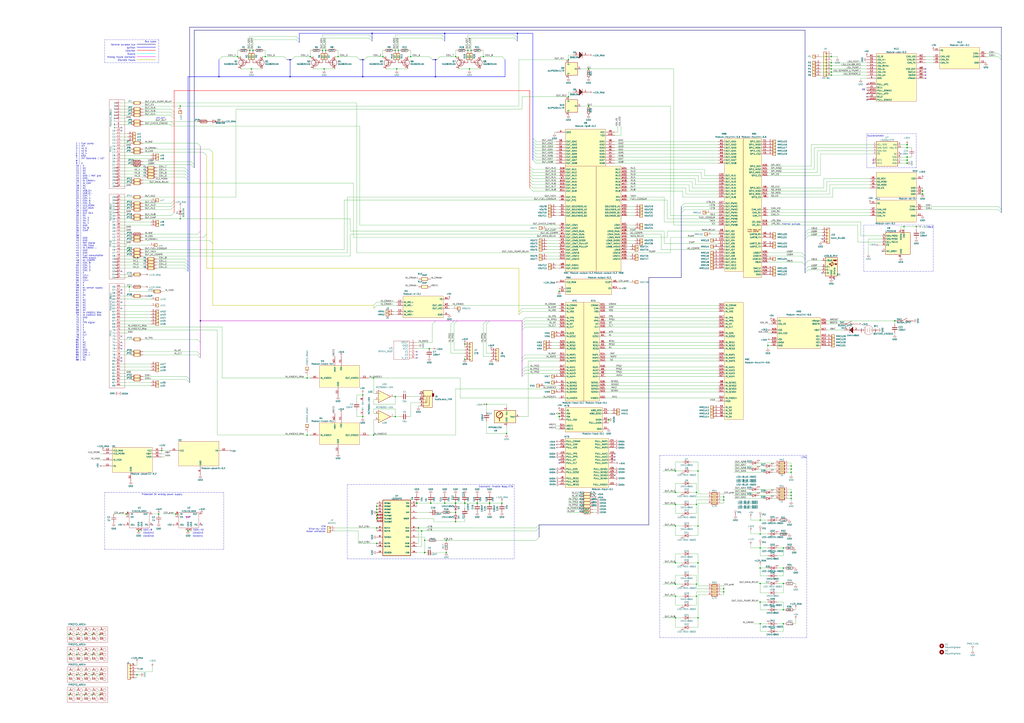
<source format=kicad_sch>
(kicad_sch (version 20231120) (generator "eeschema") (generator_version "8.0")
  (paper "A1")
  (title_block (title "Porsche88") (date "2024-07-24") (rev "a"))
  (lib_symbols
    (symbol "Amplifier_Operational:MCP6002-xSN" (pin_names (offset 0.127))
      (property "Reference" "U" (at 0 5.08 0))
      (property "Value" "MCP6002-xSN" (at 0 -5.08 0))
      (symbol "MCP6002-xSN_1_1"
        (pin output line (at 7.62 0 180) (length 2.54) (name "~") (number "1"))
        (pin input line (at -7.62 -2.54 0) (length 2.54) (name "-") (number "2"))
        (pin input line (at -7.62 2.54 0) (length 2.54) (name "+") (number "3"))
      )
      (symbol "MCP6002-xSN_2_1"
        (pin input line (at -7.62 2.54 0) (length 2.54) (name "+") (number "5"))
        (pin input line (at -7.62 -2.54 0) (length 2.54) (name "-") (number "6"))
        (pin output line (at 7.62 0 180) (length 2.54) (name "~") (number "7"))
      )
      (symbol "MCP6002-xSN_3_1"
        (pin power_in line (at -2.54 -7.62 90) (length 3.81) (name "V-") (number "4"))
        (pin power_in line (at -2.54 7.62 270) (length 3.81) (name "V+") (number "8"))
      )
    )
    (symbol "Connector:TestPoint" (pin_numbers hide) (pin_names (offset 0.762) hide)
      (property "Reference" "TP" (at 0 6.858 0))
      (property "Value" "TestPoint" (at 0 5.08 0))
      (symbol "TestPoint_1_1"
        (pin passive line (at 0 0 90) (length 2.54) (name "1") (number "1"))
      )
    )
    (symbol "Connector_Generic:Conn_01x01" (pin_names (offset 1.016) hide)
      (property "Reference" "J" (at 0 2.54 0))
      (property "Value" "Conn_01x01" (at 0 -2.54 0))
      (symbol "Conn_01x01_1_1"
        (pin passive line (at -5.08 0 0) (length 3.81) (name "Pin_1") (number "1"))
      )
    )
    (symbol "Connector_Generic:Conn_01x02" (pin_names (offset 1.016) hide)
      (property "Reference" "J" (at 0 2.54 0))
      (property "Value" "Conn_01x02" (at 0 -5.08 0))
      (symbol "Conn_01x02_1_1"
        (pin passive line (at -5.08 0 0) (length 3.81) (name "Pin_1") (number "1"))
        (pin passive line (at -5.08 -2.54 0) (length 3.81) (name "Pin_2") (number "2"))
      )
    )
    (symbol "Connector_Generic:Conn_01x04" (pin_names (offset 1.016) hide)
      (property "Reference" "J" (at 0 5.08 0))
      (property "Value" "Conn_01x04" (at 0 -7.62 0))
      (symbol "Conn_01x04_1_1"
        (pin passive line (at -5.08 2.54 0) (length 3.81) (name "Pin_1") (number "1"))
        (pin passive line (at -5.08 0 0) (length 3.81) (name "Pin_2") (number "2"))
        (pin passive line (at -5.08 -2.54 0) (length 3.81) (name "Pin_3") (number "3"))
        (pin passive line (at -5.08 -5.08 0) (length 3.81) (name "Pin_4") (number "4"))
      )
    )
    (symbol "Connector_Generic:Conn_01x05" (pin_names (offset 1.016) hide)
      (property "Reference" "J" (at 0 7.62 0))
      (property "Value" "Conn_01x05" (at 0 -7.62 0))
      (symbol "Conn_01x05_1_1"
        (pin passive line (at -5.08 5.08 0) (length 3.81) (name "Pin_1") (number "1"))
        (pin passive line (at -5.08 2.54 0) (length 3.81) (name "Pin_2") (number "2"))
        (pin passive line (at -5.08 0 0) (length 3.81) (name "Pin_3") (number "3"))
        (pin passive line (at -5.08 -2.54 0) (length 3.81) (name "Pin_4") (number "4"))
        (pin passive line (at -5.08 -5.08 0) (length 3.81) (name "Pin_5") (number "5"))
      )
    )
    (symbol "Connector_Generic:Conn_01x06" (pin_names (offset 1.016) hide)
      (property "Reference" "J" (at 0 7.62 0))
      (property "Value" "Conn_01x06" (at 0 -10.16 0))
      (symbol "Conn_01x06_1_1"
        (pin passive line (at -5.08 5.08 0) (length 3.81) (name "Pin_1") (number "1"))
        (pin passive line (at -5.08 2.54 0) (length 3.81) (name "Pin_2") (number "2"))
        (pin passive line (at -5.08 0 0) (length 3.81) (name "Pin_3") (number "3"))
        (pin passive line (at -5.08 -2.54 0) (length 3.81) (name "Pin_4") (number "4"))
        (pin passive line (at -5.08 -5.08 0) (length 3.81) (name "Pin_5") (number "5"))
        (pin passive line (at -5.08 -7.62 0) (length 3.81) (name "Pin_6") (number "6"))
      )
    )
    (symbol "Connector_Generic:Conn_01x08" (pin_names (offset 1.016) hide)
      (property "Reference" "J" (at 0 10.16 0))
      (property "Value" "Conn_01x08" (at 0 -12.7 0))
      (symbol "Conn_01x08_1_1"
        (pin passive line (at -5.08 7.62 0) (length 3.81) (name "Pin_1") (number "1"))
        (pin passive line (at -5.08 5.08 0) (length 3.81) (name "Pin_2") (number "2"))
        (pin passive line (at -5.08 2.54 0) (length 3.81) (name "Pin_3") (number "3"))
        (pin passive line (at -5.08 0 0) (length 3.81) (name "Pin_4") (number "4"))
        (pin passive line (at -5.08 -2.54 0) (length 3.81) (name "Pin_5") (number "5"))
        (pin passive line (at -5.08 -5.08 0) (length 3.81) (name "Pin_6") (number "6"))
        (pin passive line (at -5.08 -7.62 0) (length 3.81) (name "Pin_7") (number "7"))
        (pin passive line (at -5.08 -10.16 0) (length 3.81) (name "Pin_8") (number "8"))
      )
    )
    (symbol "Device:C" (pin_numbers hide) (pin_names (offset 0.254))
      (property "Reference" "C" (at 0.635 2.54 0))
      (property "Value" "C" (at 0.635 -2.54 0))
      (symbol "C_1_1"
        (pin passive line (at 0 3.81 270) (length 2.794) (name "~") (number "1"))
        (pin passive line (at 0 -3.81 90) (length 2.794) (name "~") (number "2"))
      )
    )
    (symbol "Device:D" (pin_numbers hide) (pin_names (offset 1.016) hide)
      (property "Reference" "D" (at 0 2.54 0))
      (property "Value" "D" (at 0 -2.54 0))
      (symbol "D_1_1"
        (pin passive line (at -3.81 0 0) (length 2.54) (name "K") (number "1"))
        (pin passive line (at 3.81 0 180) (length 2.54) (name "A") (number "2"))
      )
    )
    (symbol "Device:LED" (pin_numbers hide) (pin_names (offset 1.016) hide)
      (property "Reference" "D" (at 0 2.54 0))
      (property "Value" "LED" (at 0 -2.54 0))
      (symbol "LED_1_1"
        (pin passive line (at -3.81 0 0) (length 2.54) (name "K") (number "1"))
        (pin passive line (at 3.81 0 180) (length 2.54) (name "A") (number "2"))
      )
    )
    (symbol "Device:Q_NIGBT_GCE" (pin_names (offset 0) hide)
      (property "Reference" "Q" (at 5.08 1.27 0))
      (property "Value" "Q_NIGBT_GCE" (at 5.08 -1.27 0))
      (symbol "Q_NIGBT_GCE_1_1"
        (pin input line (at -5.08 0 0) (length 5.334) (name "G") (number "1"))
        (pin passive line (at 2.54 5.08 270) (length 2.54) (name "C") (number "2"))
        (pin passive line (at 2.54 -5.08 90) (length 2.54) (name "E") (number "3"))
      )
    )
    (symbol "Device:R" (pin_numbers hide) (pin_names (offset 0))
      (property "Reference" "R" (at 2.032 0 90))
      (property "Value" "R" (at 0 0 90))
      (symbol "R_1_1"
        (pin passive line (at 0 3.81 270) (length 1.27) (name "~") (number "1"))
        (pin passive line (at 0 -3.81 90) (length 1.27) (name "~") (number "2"))
      )
    )
    (symbol "Device:R_Pack04" (pin_names (offset 0) hide)
      (property "Reference" "RN" (at -7.62 0 90))
      (property "Value" "R_Pack04" (at 5.08 0 90))
      (symbol "R_Pack04_1_1"
        (pin passive line (at -5.08 -5.08 90) (length 2.54) (name "R1.1") (number "1"))
        (pin passive line (at -2.54 -5.08 90) (length 2.54) (name "R2.1") (number "2"))
        (pin passive line (at 0 -5.08 90) (length 2.54) (name "R3.1") (number "3"))
        (pin passive line (at 2.54 -5.08 90) (length 2.54) (name "R4.1") (number "4"))
        (pin passive line (at 2.54 5.08 270) (length 2.54) (name "R4.2") (number "5"))
        (pin passive line (at 0 5.08 270) (length 2.54) (name "R3.2") (number "6"))
        (pin passive line (at -2.54 5.08 270) (length 2.54) (name "R2.2") (number "7"))
        (pin passive line (at -5.08 5.08 270) (length 2.54) (name "R1.2") (number "8"))
      )
    )
    (symbol "Diode:1N4148WS" (pin_numbers hide) (pin_names (offset 1.016) hide)
      (property "Reference" "D" (at 0 2.54 0))
      (property "Value" "1N4148WS" (at 0 -2.54 0))
      (symbol "1N4148WS_1_1"
        (pin passive line (at -3.81 0 0) (length 2.54) (name "K") (number "1"))
        (pin passive line (at 3.81 0 180) (length 2.54) (name "A") (number "2"))
      )
    )
    (symbol "MPX-4_MAP:MPX4_MAP" (pin_names (offset 0.762))
      (property "Reference" "U" (at 0 10.16 0))
      (property "Value" "MPX4_MAP" (at 8.89 0 90))
      (symbol "MPX4_MAP_1_1"
        (pin passive line (at -8.89 6.35 0) (length 6.35) (name "VOUT") (number "1"))
        (pin passive line (at -8.89 3.81 0) (length 6.35) (name "GND") (number "2"))
        (pin passive line (at -8.89 1.27 0) (length 6.35) (name "VCC") (number "3"))
        (pin passive line (at -8.89 -1.27 0) (length 6.35) (name "V1") (number "4"))
        (pin passive line (at -8.89 -3.81 0) (length 6.35) (name "V2") (number "5"))
        (pin passive line (at -8.89 -6.35 0) (length 6.35) (name "V_EX") (number "6"))
      )
    )
    (symbol "Mechanical:MountingHole" (pin_names (offset 1.016))
      (property "Reference" "H" (at 0 5.08 0))
      (property "Value" "MountingHole" (at 0 3.175 0))
    )
    (symbol "Power_Management:AUIPS2041L"
      (property "Reference" "U" (at 3.81 1.27 0))
      (property "Value" "AUIPS2041L" (at 3.81 -1.27 0))
      (symbol "AUIPS2041L_1_1"
        (pin input line (at -10.16 0 0) (length 2.54) (name "IN") (number "1"))
        (pin passive line (at 0 7.62 270) (length 2.54) (name "D") (number "2"))
        (pin power_in line (at 0 -7.62 90) (length 2.54) (name "S") (number "3"))
      )
    )
    (symbol "Sensor_Pressure:LPS25HB"
      (property "Reference" "U" (at -10.16 8.89 0))
      (property "Value" "LPS25HB" (at 10.16 8.89 0))
      (symbol "LPS25HB_1_1"
        (pin power_in line (at -2.54 10.16 270) (length 2.54) (name "VDDio") (number "1"))
        (pin power_in line (at -5.08 10.16 270) (length 2.54) (name "VDD") (number "10"))
        (pin input line (at 12.7 0 180) (length 2.54) (name "SCL/SCLK") (number "2"))
        (pin passive line (at -2.54 -12.7 90) (length 2.54) hide (name "GND") (number "3"))
        (pin bidirectional line (at 12.7 5.08 180) (length 2.54) (name "SDA/MOSI") (number "4"))
        (pin bidirectional line (at 12.7 2.54 180) (length 2.54) (name "SA0/MISO") (number "5"))
        (pin input line (at 12.7 -2.54 180) (length 2.54) (name "~{CS}") (number "6"))
        (pin output line (at 12.7 -7.62 180) (length 2.54) (name "INT_DRDY") (number "7"))
        (pin power_in line (at -2.54 -12.7 90) (length 2.54) (name "GND") (number "8"))
        (pin passive line (at -2.54 -12.7 90) (length 2.54) hide (name "GND") (number "9"))
      )
    )
    (symbol "Sensor_Pressure:MPXA6115A"
      (property "Reference" "U" (at -10.16 6.35 0))
      (property "Value" "MPXA6115A" (at 1.27 6.35 0))
      (symbol "MPXA6115A_1_1"
        (pin no_connect line (at 5.08 -5.08 90) (length 2.54) hide (name "NC") (number "1"))
        (pin power_in line (at 0 7.62 270) (length 2.54) (name "Vcc") (number "2"))
        (pin power_in line (at 0 -7.62 90) (length 2.54) (name "GND") (number "3"))
        (pin output line (at 10.16 0 180) (length 2.54) (name "Vout") (number "4"))
        (pin no_connect line (at -7.62 -5.08 90) (length 2.54) hide (name "NC") (number "5"))
        (pin no_connect line (at -5.08 -5.08 90) (length 2.54) hide (name "NC") (number "6"))
        (pin no_connect line (at -2.54 -5.08 90) (length 2.54) hide (name "NC") (number "7"))
        (pin no_connect line (at 2.54 -5.08 90) (length 2.54) hide (name "NC") (number "8"))
      )
    )
    (symbol "art-electro-power:BATTERY_CR2032" (pin_names (offset 0))
      (property "Reference" "BT" (at 0 5.08 0))
      (property "Value" "BATTERY_CR2032" (at 0 -4.826 0))
      (symbol "BATTERY_CR2032_1_1"
        (pin passive line (at -7.62 0 0) (length 3.81) (name "+") (number "1"))
        (pin passive line (at 7.62 0 180) (length 3.81) (name "-") (number "2"))
      )
    )
    (symbol "hellen-one-can-0.1:Module-can-0.1"
      (property "Reference" "M" (at 0 0 0))
      (property "Value" "Module-can-0.1" (at 0 0 0))
      (symbol "Module-can-0.1_1_0"
        (pin passive line (at 38.1 -12.7 180) (length 5.08) (name "GND") (number "E1"))
        (pin passive line (at 38.1 -5.08 180) (length 5.08) (name "CANL") (number "S1"))
        (pin passive line (at 38.1 -7.62 180) (length 5.08) (name "CANH") (number "S2"))
        (pin passive line (at -5.08 -2.54 0) (length 5.08) (name "V5") (number "V1"))
        (pin passive line (at -5.08 -7.62 0) (length 5.08) (name "CAN_VIO") (number "V2"))
        (pin passive line (at -5.08 -12.7 0) (length 5.08) (name "CAN_TX") (number "V5"))
        (pin passive line (at -5.08 -10.16 0) (length 5.08) (name "CAN_RX") (number "V6"))
      )
    )
    (symbol "hellen-one-common:+12V_RAW" (power) (pin_names (offset 0))
      (property "Value" "+12V_RAW" (at 0 3.556 0))
      (symbol "+12V_RAW_1_1"
        (pin power_in line (at 0 0 90) (length 0) hide (name "+12V_RAW") (number "1"))
      )
    )
    (symbol "hellen-one-common:1N4148WS"
      (property "Reference" "D" (at 0 2.54 0))
      (property "Value" "1N4148WS" (at 0 -3.81 0))
      (symbol "1N4148WS_1_0"
        (pin passive line (at 7.62 0 180) (length 5.08) (name "K") (number "1"))
        (pin passive line (at -5.08 0 0) (length 5.08) (name "A") (number "2"))
      )
    )
    (symbol "hellen-one-common:AudioJack_THR"
      (property "Reference" "J" (at 0 8.89 0))
      (property "Value" "AudioJack_THR" (at 0 6.35 0))
      (property "LCSC" "C165947" (at 0 0 0))
      (symbol "AudioJack_THR_1_1"
        (pin passive line (at 5.08 0 180) (length 2.54) (name "~") (number "R"))
        (pin passive line (at 5.08 -2.54 180) (length 2.54) (name "~") (number "RN"))
        (pin passive line (at 5.08 2.54 180) (length 2.54) (name "~") (number "S"))
        (pin passive line (at 5.08 -5.08 180) (length 2.54) (name "~") (number "T"))
        (pin passive line (at 5.08 -7.62 180) (length 2.54) (name "~") (number "TN"))
      )
    )
    (symbol "hellen-one-common:Button_SPST" (pin_numbers hide)
      (property "Reference" "S" (at -5.08 2.54 0))
      (property "Value" "Button_SPST" (at 0 0 0))
      (symbol "Button_SPST_1_0"
        (pin passive line (at -5.08 -2.54 0) (length 5.08) (name "") (number "1"))
        (pin passive line (at 10.16 -2.54 180) (length 5.08) (name "") (number "2"))
      )
    )
    (symbol "hellen-one-common:Cap" (pin_numbers hide)
      (property "Reference" "C" (at -3.81 2.54 0))
      (property "Value" "Cap" (at -2.54 -1.27 0))
      (symbol "Cap_1_0"
        (pin passive line (at -3.81 0 0) (length 2.54) (name "") (number "1"))
        (pin passive line (at 3.81 0 180) (length 2.54) (name "") (number "2"))
      )
    )
    (symbol "hellen-one-common:Fuse-Pad-Pad" (pin_numbers hide) (pin_names (offset 0.762) hide)
      (property "Reference" "F" (at 0 2.54 0))
      (symbol "Fuse-Pad-Pad_0_1"
        (pin passive line (at -5.08 0 0) (length 2.54) (name "1") (number "1"))
        (pin passive line (at 5.08 0 180) (length 2.54) (name "2") (number "2"))
      )
    )
    (symbol "hellen-one-common:Jumper-Pad-Pad" (pin_numbers hide) (pin_names (offset 0.762) hide)
      (property "Reference" "R" (at 0 2.54 0))
      (symbol "Jumper-Pad-Pad_0_1"
        (pin passive line (at -5.08 0 0) (length 2.54) (name "1") (number "1"))
        (pin passive line (at 5.08 0 180) (length 2.54) (name "2") (number "2"))
      )
    )
    (symbol "hellen-one-common:L6205PD" (pin_names (offset 1.016))
      (property "Reference" "U" (at -10.1854 24.0538 0))
      (property "Value" "L6205PD" (at -10.1854 -25.6794 0))
      (symbol "L6205PD_0_0"
        (pin power_in line (at 17.78 20.32 180) (length 5.08) (name "GND@1") (number "1"))
        (pin power_in line (at 17.78 17.78 180) (length 5.08) (name "GND@2") (number "10"))
        (pin power_in line (at 17.78 15.24 180) (length 5.08) (name "GND@3") (number "11"))
        (pin output line (at 17.78 -2.54 180) (length 5.08) (name "OUT1B") (number "12"))
        (pin power_in line (at 17.78 -20.32 180) (length 5.08) (name "SENSEB") (number "13"))
        (pin input line (at -15.24 -12.7 0) (length 5.08) (name "IN1B") (number "14"))
        (pin input line (at -15.24 -15.24 0) (length 5.08) (name "IN2B") (number "15"))
        (pin bidirectional line (at -15.24 -20.32 0) (length 5.08) (name "ENB") (number "16"))
        (pin passive line (at -15.24 7.62 0) (length 5.08) (name "VBOOT") (number "17"))
        (pin output line (at 17.78 -15.24 180) (length 5.08) (name "OUT2B") (number "18"))
        (pin power_in line (at -15.24 17.78 0) (length 5.08) (name "VSB") (number "19"))
        (pin power_in line (at -15.24 20.32 0) (length 5.08) (name "VSA") (number "2"))
        (pin power_in line (at 17.78 12.7 180) (length 5.08) (name "GND@4") (number "20"))
        (pin output line (at 17.78 -12.7 180) (length 5.08) (name "OUT2A") (number "3"))
        (pin passive line (at -15.24 12.7 0) (length 5.08) (name "VCP") (number "4"))
        (pin bidirectional line (at -15.24 -7.62 0) (length 5.08) (name "ENA") (number "5"))
        (pin input line (at -15.24 0 0) (length 5.08) (name "IN1A") (number "6"))
        (pin input line (at -15.24 -2.54 0) (length 5.08) (name "IN2A") (number "7"))
        (pin power_in line (at 17.78 -7.62 180) (length 5.08) (name "SENSEA") (number "8"))
        (pin output line (at 17.78 0 180) (length 5.08) (name "OUT1A") (number "9"))
        (pin power_in line (at 17.78 10.16 180) (length 5.08) (name "SLUG@1") (number "SLUG1"))
        (pin power_in line (at 17.78 7.62 180) (length 5.08) (name "SLUG@2") (number "SLUG2"))
        (pin power_in line (at 17.78 5.08 180) (length 5.08) (name "SLUG@3") (number "SLUG3"))
      )
    )
    (symbol "hellen-one-common:LIS2DW12TR"
      (property "Reference" "U" (at -5.08 11.43 0))
      (property "Value" "LIS2DW12TR" (at 3.81 11.43 0))
      (symbol "LIS2DW12TR_1_1"
        (pin input line (at -10.16 7.62 0) (length 2.54) (name "SCL/SPC") (number "1"))
        (pin power_in line (at 12.7 5.08 180) (length 2.54) (name "Vdd_IO") (number "10"))
        (pin output line (at -10.16 -7.62 0) (length 2.54) (name "INT2") (number "11"))
        (pin output line (at -10.16 -5.08 0) (length 2.54) (name "INT1") (number "12"))
        (pin input line (at -10.16 0 0) (length 2.54) (name "~{CS}") (number "2"))
        (pin bidirectional line (at -10.16 5.08 0) (length 2.54) (name "SA0/SDO") (number "3"))
        (pin bidirectional line (at -10.16 2.54 0) (length 2.54) (name "SDA/SDI") (number "4"))
        (pin passive line (at 12.7 0 180) (length 2.54) (name "NC") (number "5"))
        (pin power_in line (at 12.7 -7.62 180) (length 2.54) (name "GND") (number "6"))
        (pin power_in line (at 12.7 -5.08 180) (length 2.54) (name "RES") (number "7"))
        (pin power_in line (at 12.7 -2.54 180) (length 2.54) (name "GND") (number "8"))
        (pin power_in line (at 12.7 7.62 180) (length 2.54) (name "Vdd") (number "9"))
      )
    )
    (symbol "hellen-one-common:PROTO_AREA" (pin_names (offset 1.016))
      (property "Value" "PROTO_AREA" (at 25.4 3.81 0))
      (symbol "PROTO_AREA_0_0"
        (text "" (at 35.56 6.35 0) (effects (font (size 1.27 1.27))))
      )
      (symbol "PROTO_AREA_1_1"
        (pin passive line (at 1.27 0 0) (length 2.54) (name "") (number "1"))
        (pin passive line (at 26.67 -3.81 0) (length 2.54) (name "") (number "10"))
        (pin passive line (at 1.27 -7.62 0) (length 2.54) (name "") (number "11"))
        (pin passive line (at 7.62 -7.62 0) (length 2.54) (name "") (number "12"))
        (pin passive line (at 13.97 -7.62 0) (length 2.54) (name "") (number "13"))
        (pin passive line (at 20.32 -7.62 0) (length 2.54) (name "") (number "14"))
        (pin passive line (at 26.67 -7.62 0) (length 2.54) (name "") (number "15"))
        (pin passive line (at 7.62 0 0) (length 2.54) (name "") (number "2"))
        (pin passive line (at 13.97 0 0) (length 2.54) (name "") (number "3"))
        (pin passive line (at 20.32 0 0) (length 2.54) (name "") (number "4"))
        (pin passive line (at 26.67 0 0) (length 2.54) (name "") (number "5"))
        (pin passive line (at 1.27 -3.81 0) (length 2.54) (name "") (number "6"))
        (pin passive line (at 7.62 -3.81 0) (length 2.54) (name "") (number "7"))
        (pin passive line (at 13.97 -3.81 0) (length 2.54) (name "") (number "8"))
        (pin passive line (at 20.32 -3.81 0) (length 2.54) (name "") (number "9"))
      )
    )
    (symbol "hellen-one-common:Res" (pin_numbers hide)
      (property "Reference" "R" (at 3.81 2.54 0))
      (property "Value" "Res" (at 5.08 -2.54 0))
      (symbol "Res_1_0"
        (pin passive line (at 0 0 0) (length 2.54) (name "") (number "1"))
        (pin passive line (at 10.16 0 180) (length 2.54) (name "") (number "2"))
      )
    )
    (symbol "hellen-one-common:TLS115" (pin_names (offset 1.016))
      (property "Reference" "U" (at 0.635 8.255 0))
      (property "Value" "TLS115" (at 0.635 5.9436 0))
      (symbol "TLS115_1_1"
        (pin output line (at 11.43 2.54 180) (length 2.54) (name "OUT") (number "1"))
        (pin no_connect line (at 0 0 0) (length 2.54) hide (name "~") (number "2"))
        (pin power_in line (at 0 -11.43 90) (length 2.54) (name "GND") (number "3"))
        (pin open_collector line (at 11.43 -6.35 180) (length 2.54) (name "PG") (number "4"))
        (pin input line (at -10.16 -6.35 0) (length 2.54) (name "ADJ") (number "5"))
        (pin no_connect line (at 0 -2.54 0) (length 2.54) hide (name "~") (number "6"))
        (pin input line (at -10.16 0 0) (length 2.54) (name "EN") (number "7"))
        (pin power_in line (at -10.16 2.54 0) (length 2.54) (name "IN") (number "8"))
        (pin power_in line (at 2.54 -11.43 90) (length 2.54) (name "GND") (number "9"))
      )
    )
    (symbol "hellen-one-common:USB_B_Mini" (pin_names (offset 1.016))
      (property "Reference" "J" (at -5.08 11.43 0))
      (property "Value" "USB_B_Mini" (at -5.08 8.89 0))
      (symbol "USB_B_Mini_1_1"
        (pin power_out line (at 7.62 5.08 180) (length 2.54) (name "VBUS") (number "1"))
        (pin passive line (at 7.62 -2.54 180) (length 2.54) (name "D-") (number "2"))
        (pin passive line (at 7.62 0 180) (length 2.54) (name "D+") (number "3"))
        (pin passive line (at 7.62 -5.08 180) (length 2.54) (name "ID") (number "4"))
        (pin power_out line (at 0 -10.16 90) (length 2.54) (name "GND") (number "5"))
        (pin passive line (at -2.54 -10.16 90) (length 2.54) (name "Shield") (number "6"))
      )
    )
    (symbol "hellen-one-ign8-0.2:Module-ign8-0.2"
      (property "Reference" "M" (at 0 0 0))
      (property "Value" "Module-ign8-0.2" (at 0 0 0))
      (symbol "Module-ign8-0.2_1_0"
        (pin passive line (at 40.64 -2.54 180) (length 7.62) (name "GND") (number "G"))
        (pin passive line (at 40.64 -27.94 180) (length 7.62) (name "OUT_IGN8") (number "S1"))
        (pin passive line (at 40.64 -25.4 180) (length 7.62) (name "OUT_IGN7") (number "S2"))
        (pin passive line (at 40.64 -22.86 180) (length 7.62) (name "OUT_IGN6") (number "S3"))
        (pin passive line (at 40.64 -20.32 180) (length 7.62) (name "OUT_IGN5") (number "S4"))
        (pin passive line (at 40.64 -17.78 180) (length 7.62) (name "OUT_IGN4") (number "S5"))
        (pin passive line (at 40.64 -15.24 180) (length 7.62) (name "OUT_IGN3") (number "S6"))
        (pin passive line (at 40.64 -12.7 180) (length 7.62) (name "OUT_IGN2") (number "S7"))
        (pin passive line (at 40.64 -10.16 180) (length 7.62) (name "OUT_IGN1") (number "S8"))
        (pin passive line (at -7.62 -27.94 0) (length 7.62) (name "IGN8") (number "V1"))
        (pin passive line (at -7.62 -5.08 0) (length 7.62) (name "V33") (number "V10"))
        (pin passive line (at -7.62 -25.4 0) (length 7.62) (name "IGN7") (number "V2"))
        (pin passive line (at -7.62 -22.86 0) (length 7.62) (name "IGN6") (number "V3"))
        (pin passive line (at -7.62 -20.32 0) (length 7.62) (name "IGN5") (number "V4"))
        (pin passive line (at -7.62 -17.78 0) (length 7.62) (name "IGN4") (number "V5"))
        (pin passive line (at -7.62 -15.24 0) (length 7.62) (name "IGN3") (number "V6"))
        (pin passive line (at -7.62 -12.7 0) (length 7.62) (name "IGN2") (number "V7"))
        (pin passive line (at -7.62 -10.16 0) (length 7.62) (name "IGN1") (number "V8"))
        (pin passive line (at -7.62 -2.54 0) (length 7.62) (name "VCC") (number "V9"))
      )
    )
    (symbol "hellen-one-input-0.1:Module-input-0.1"
      (property "Reference" "M" (at 0 0 0))
      (property "Value" "Module-input-0.1" (at 0 0 0))
      (symbol "Module-input-0.1_1_0"
        (pin passive line (at 17.78 -53.34 180) (length 5.08) (name "AUX1") (number "N10"))
        (pin passive line (at 17.78 -38.1 180) (length 5.08) (name "RES3") (number "N11"))
        (pin passive line (at 17.78 -48.26 180) (length 5.08) (name "MAP3") (number "N12"))
        (pin passive line (at 17.78 -45.72 180) (length 5.08) (name "MAP2") (number "N13"))
        (pin passive line (at 17.78 -43.18 180) (length 5.08) (name "MAP1") (number "N14"))
        (pin passive line (at 17.78 -17.78 180) (length 5.08) (name "IAT") (number "N15"))
        (pin passive line (at 17.78 -20.32 180) (length 5.08) (name "CLT") (number "N16"))
        (pin passive line (at 17.78 -12.7 180) (length 5.08) (name "TPS") (number "N17"))
        (pin passive line (at 17.78 -25.4 180) (length 5.08) (name "O2S") (number "N18"))
        (pin passive line (at 17.78 -5.08 180) (length 5.08) (name "CAM") (number "N19"))
        (pin passive line (at 17.78 -7.62 180) (length 5.08) (name "VSS") (number "N20"))
        (pin passive line (at 17.78 -2.54 180) (length 5.08) (name "CRANK") (number "N21"))
        (pin passive line (at 17.78 -78.74 180) (length 5.08) (name "KNOCK") (number "N22"))
        (pin passive line (at 17.78 -73.66 180) (length 5.08) (name "SENS4") (number "N23"))
        (pin passive line (at 17.78 -71.12 180) (length 5.08) (name "SENS3") (number "N24"))
        (pin passive line (at 17.78 -68.58 180) (length 5.08) (name "SENS2") (number "N25"))
        (pin passive line (at 17.78 -66.04 180) (length 5.08) (name "SENS1") (number "N26"))
        (pin passive line (at 17.78 -35.56 180) (length 5.08) (name "RES2") (number "N3"))
        (pin passive line (at 17.78 -27.94 180) (length 5.08) (name "O2S2") (number "N4"))
        (pin passive line (at 17.78 -15.24 180) (length 5.08) (name "PPS") (number "N5"))
        (pin passive line (at 17.78 -33.02 180) (length 5.08) (name "RES1") (number "N6"))
        (pin passive line (at 17.78 -60.96 180) (length 5.08) (name "AUX4") (number "N7"))
        (pin passive line (at 17.78 -58.42 180) (length 5.08) (name "AUX3") (number "N8"))
        (pin passive line (at 17.78 -55.88 180) (length 5.08) (name "AUX2") (number "N9"))
      )
      (symbol "Module-input-0.1_2_0"
        (pin passive line (at 35.56 -17.78 180) (length 5.08) (name "GND") (number "E1"))
        (pin passive line (at -5.08 -2.54 0) (length 5.08) (name "V5") (number "E2"))
        (pin passive line (at 35.56 -5.08 180) (length 5.08) (name "WBO_O2S2") (number "E3"))
        (pin passive line (at 35.56 -2.54 180) (length 5.08) (name "WBO_O2S") (number "E4"))
        (pin passive line (at -5.08 -7.62 0) (length 5.08) (name "V5A") (number "E5"))
        (pin passive line (at -5.08 -10.16 0) (length 5.08) (name "PULL_V5A") (number "J1"))
        (pin passive line (at 35.56 -12.7 180) (length 5.08) (name "PULL_GNDA") (number "J2"))
        (pin passive line (at -5.08 -5.08 0) (length 5.08) (name "V5A") (number "N1"))
        (pin passive line (at 35.56 -10.16 180) (length 5.08) (name "GNDA") (number "N2"))
        (pin passive line (at -5.08 -17.78 0) (length 5.08) (name "VREF2") (number "S13"))
        (pin passive line (at -5.08 -15.24 0) (length 5.08) (name "VREF1") (number "S14"))
      )
      (symbol "Module-input-0.1_3_0"
        (pin passive line (at -5.08 -66.04 0) (length 5.08) (name "IN_SENS1") (number "S1"))
        (pin passive line (at -5.08 -12.7 0) (length 5.08) (name "IN_TPS") (number "S10"))
        (pin passive line (at -5.08 -43.18 0) (length 5.08) (name "IN_MAP1") (number "S11"))
        (pin passive line (at -5.08 -45.72 0) (length 5.08) (name "IN_MAP2") (number "S12"))
        (pin passive line (at -5.08 -20.32 0) (length 5.08) (name "IN_CLT") (number "S15"))
        (pin passive line (at -5.08 -17.78 0) (length 5.08) (name "IN_IAT") (number "S16"))
        (pin passive line (at -5.08 -53.34 0) (length 5.08) (name "IN_AUX1") (number "S17"))
        (pin passive line (at -5.08 -55.88 0) (length 5.08) (name "IN_AUX2") (number "S18"))
        (pin passive line (at -5.08 -48.26 0) (length 5.08) (name "IN_MAP3") (number "S19"))
        (pin passive line (at -5.08 -68.58 0) (length 5.08) (name "IN_SENS2") (number "S2"))
        (pin passive line (at -5.08 -58.42 0) (length 5.08) (name "IN_AUX3") (number "S20"))
        (pin passive line (at -5.08 -60.96 0) (length 5.08) (name "IN_AUX4") (number "S21"))
        (pin passive line (at -5.08 -38.1 0) (length 5.08) (name "IN_RES3") (number "S22"))
        (pin passive line (at -5.08 -33.02 0) (length 5.08) (name "IN_RES1") (number "S23"))
        (pin passive line (at -5.08 -15.24 0) (length 5.08) (name "IN_PPS") (number "S24"))
        (pin passive line (at -5.08 -27.94 0) (length 5.08) (name "IN_O2S2") (number "S25"))
        (pin passive line (at -5.08 -35.56 0) (length 5.08) (name "IN_RES2") (number "S26"))
        (pin passive line (at -5.08 -71.12 0) (length 5.08) (name "IN_SENS3") (number "S3"))
        (pin passive line (at -5.08 -73.66 0) (length 5.08) (name "IN_SENS4") (number "S4"))
        (pin passive line (at -5.08 -5.08 0) (length 5.08) (name "IN_CAM") (number "S5"))
        (pin passive line (at -5.08 -7.62 0) (length 5.08) (name "IN_VSS") (number "S6"))
        (pin passive line (at -5.08 -78.74 0) (length 5.08) (name "IN_KNOCK") (number "S7"))
        (pin passive line (at -5.08 -2.54 0) (length 5.08) (name "IN_CRANK") (number "S8"))
        (pin passive line (at -5.08 -25.4 0) (length 5.08) (name "IN_O2S") (number "S9"))
      )
      (symbol "Module-input-0.1_4_0"
        (pin passive line (at 40.64 -12.7 180) (length 5.08) (name "PULL_AUX1") (number "J10"))
        (pin passive line (at -5.08 -38.1 0) (length 5.08) (name "PULL_RES3") (number "J11"))
        (pin passive line (at 40.64 -7.62 180) (length 5.08) (name "PULL_MAP3") (number "J12"))
        (pin passive line (at 40.64 -5.08 180) (length 5.08) (name "PULL_MAP2") (number "J13"))
        (pin passive line (at 40.64 -2.54 180) (length 5.08) (name "PULL_MAP1") (number "J14"))
        (pin passive line (at -5.08 -17.78 0) (length 5.08) (name "PULL_IAT") (number "J15"))
        (pin passive line (at -5.08 -20.32 0) (length 5.08) (name "PULL_CLT") (number "J16"))
        (pin passive line (at -5.08 -5.08 0) (length 5.08) (name "PULL_CAM") (number "J17"))
        (pin passive line (at -5.08 -7.62 0) (length 5.08) (name "PULL_VSS") (number "J18"))
        (pin passive line (at -5.08 -12.7 0) (length 5.08) (name "PULL_TPS") (number "J19"))
        (pin passive line (at -5.08 -25.4 0) (length 5.08) (name "PULL_O2S") (number "J20"))
        (pin passive line (at -5.08 -2.54 0) (length 5.08) (name "PULL_CRANK") (number "J21"))
        (pin passive line (at 40.64 -38.1 180) (length 5.08) (name "PULL_KNOCK") (number "J22"))
        (pin passive line (at 40.64 -33.02 180) (length 5.08) (name "PULL_SENS4") (number "J23"))
        (pin passive line (at 40.64 -30.48 180) (length 5.08) (name "PULL_SENS3") (number "J24"))
        (pin passive line (at 40.64 -27.94 180) (length 5.08) (name "PULL_SENS2") (number "J25"))
        (pin passive line (at 40.64 -25.4 180) (length 5.08) (name "PULL_SENS1") (number "J26"))
        (pin passive line (at -5.08 -35.56 0) (length 5.08) (name "PULL_RES2") (number "J3"))
        (pin passive line (at -5.08 -27.94 0) (length 5.08) (name "PULL_O2S2") (number "J4"))
        (pin passive line (at -5.08 -15.24 0) (length 5.08) (name "PULL_PPS") (number "J5"))
        (pin passive line (at -5.08 -33.02 0) (length 5.08) (name "PULL_RES1") (number "J6"))
        (pin passive line (at 40.64 -20.32 180) (length 5.08) (name "PULL_AUX4") (number "J7"))
        (pin passive line (at 40.64 -17.78 180) (length 5.08) (name "PULL_AUX3") (number "J8"))
        (pin passive line (at 40.64 -15.24 180) (length 5.08) (name "PULL_AUX2") (number "J9"))
      )
    )
    (symbol "hellen-one-knock-0.1:Module-knock-0.1"
      (property "Reference" "M" (at 0 0 0))
      (property "Value" "Module-knock-0.1" (at 0 0 0))
      (symbol "Module-knock-0.1_1_0"
        (pin passive line (at 17.78 7.62 270) (length 7.62) (name "V5A") (number "E1"))
        (pin passive line (at 15.24 -25.4 90) (length 7.62) (name "GND") (number "E2"))
        (pin passive line (at 40.64 -10.16 180) (length 7.62) (name "OUT_KNOCK") (number "E3"))
        (pin passive line (at -7.62 -10.16 0) (length 7.62) (name "IN_KNOCK") (number "W1"))
        (pin passive line (at 12.7 7.62 270) (length 7.62) (name "VREF") (number "W2"))
      )
    )
    (symbol "hellen-one-mcu-0.6:Module-mcu-0.6"
      (property "Reference" "M" (at 0 0 0))
      (property "Value" "Module-mcu-0.6" (at 0 0 0))
      (symbol "Module-mcu-0.6_1_0"
        (text "F40x does not" (at 3.556 -74.93 0) (effects (font (size 1 1)) (justify left)))
        (text "have UART8" (at 3.556 -76.454 0) (effects (font (size 1 1)) (justify left)))
        (pin passive line (at 20.32 -2.54 180) (length 5.08) (name "SPI1_SCK") (number "E1"))
        (pin passive line (at 20.32 -5.08 180) (length 5.08) (name "SPI1_MISO") (number "E2"))
        (pin passive line (at 20.32 -7.62 180) (length 5.08) (name "SPI1_MOSI") (number "E3"))
        (pin passive line (at 20.32 -10.16 180) (length 5.08) (name "SPI1_CS1") (number "E4"))
        (pin passive line (at 20.32 -12.7 180) (length 5.08) (name "SPI1_CS2") (number "E5"))
        (pin passive line (at 20.32 -58.42 180) (length 5.08) (name "CAN_VIO") (number "N1"))
        (pin passive line (at 20.32 -43.18 180) (length 5.08) (name "SPI3_MISO") (number "N10"))
        (pin passive line (at 20.32 -45.72 180) (length 5.08) (name "SPI3_MOSI") (number "N11"))
        (pin passive line (at 20.32 -68.58 180) (length 5.08) (name "I2C_SDA") (number "N18"))
        (pin passive line (at 20.32 -71.12 180) (length 5.08) (name "I2C_SCL") (number "N19"))
        (pin passive line (at 20.32 -60.96 180) (length 5.08) (name "CAN_RX") (number "N2"))
        (pin passive line (at 20.32 -22.86 180) (length 5.08) (name "SPI2_SCK") (number "N20"))
        (pin passive line (at 20.32 -25.4 180) (length 5.08) (name "SPI2_MISO") (number "N21"))
        (pin passive line (at 20.32 -27.94 180) (length 5.08) (name "SPI2_MOSI") (number "N22"))
        (pin passive line (at 20.32 -30.48 180) (length 5.08) (name "SPI2_CS") (number "N23"))
        (pin passive line (at 20.32 -106.68 180) (length 5.08) (name "SWCLK") (number "N25"))
        (pin passive line (at 20.32 -109.22 180) (length 5.08) (name "SWDIO") (number "N26"))
        (pin passive line (at 20.32 -111.76 180) (length 5.08) (name "SWO") (number "N27"))
        (pin passive line (at 20.32 -101.6 180) (length 5.08) (name "VBUS") (number "N29"))
        (pin passive line (at 20.32 -63.5 180) (length 5.08) (name "CAN_TX") (number "N3"))
        (pin passive line (at 20.32 -93.98 180) (length 5.08) (name "USB1P") (number "N30"))
        (pin passive line (at 20.32 -96.52 180) (length 5.08) (name "USB1M") (number "N31"))
        (pin passive line (at 20.32 -99.06 180) (length 5.08) (name "USB1ID") (number "N32"))
        (pin passive line (at 20.32 -81.28 180) (length 5.08) (name "UART8_TX") (number "N4"))
        (pin passive line (at 20.32 -78.74 180) (length 5.08) (name "UART8_RX") (number "N5"))
        (pin passive line (at 20.32 -88.9 180) (length 5.08) (name "UART2_TX") (number "N6"))
        (pin passive line (at 20.32 -86.36 180) (length 5.08) (name "UART2_RX") (number "N7"))
        (pin passive line (at 20.32 -48.26 180) (length 5.08) (name "SPI3_CS") (number "N8"))
        (pin passive line (at 20.32 -40.64 180) (length 5.08) (name "SPI3_SCK") (number "N9"))
      )
      (symbol "Module-mcu-0.6_2_0"
        (pin passive line (at 20.32 -99.06 180) (length 5.08) (name "OUT_IO10") (number "E10"))
        (pin passive line (at 20.32 -96.52 180) (length 5.08) (name "OUT_IO9") (number "E11"))
        (pin passive line (at 20.32 -78.74 180) (length 5.08) (name "OUT_IO2") (number "E12"))
        (pin passive line (at 20.32 -104.14 180) (length 5.08) (name "OUT_IO12") (number "E13"))
        (pin passive line (at 20.32 -55.88 180) (length 5.08) (name "OUT_PWM2") (number "E14"))
        (pin passive line (at 20.32 -58.42 180) (length 5.08) (name "OUT_PWM3") (number "E15"))
        (pin passive line (at 20.32 -60.96 180) (length 5.08) (name "OUT_PWM4") (number "E16"))
        (pin passive line (at 20.32 -63.5 180) (length 5.08) (name "OUT_PWM5") (number "E17"))
        (pin passive line (at 20.32 -66.04 180) (length 5.08) (name "OUT_PWM6") (number "E18"))
        (pin passive line (at 20.32 -68.58 180) (length 5.08) (name "OUT_PWM7") (number "E19"))
        (pin passive line (at 20.32 -101.6 180) (length 5.08) (name "OUT_IO11") (number "E20"))
        (pin passive line (at 20.32 -91.44 180) (length 5.08) (name "OUT_IO7") (number "E21"))
        (pin passive line (at 20.32 -93.98 180) (length 5.08) (name "OUT_IO8") (number "E22"))
        (pin passive line (at 20.32 -83.82 180) (length 5.08) (name "OUT_IO4") (number "E23"))
        (pin passive line (at 20.32 -106.68 180) (length 5.08) (name "OUT_IO13") (number "E24"))
        (pin passive line (at 20.32 -30.48 180) (length 5.08) (name "OUT_INJ1") (number "E25"))
        (pin passive line (at 20.32 -33.02 180) (length 5.08) (name "OUT_INJ2") (number "E26"))
        (pin passive line (at 20.32 -53.34 180) (length 5.08) (name "OUT_PWM1") (number "E27"))
        (pin passive line (at 20.32 -71.12 180) (length 5.08) (name "OUT_PWM8") (number "E28"))
        (pin passive line (at 20.32 -35.56 180) (length 5.08) (name "OUT_INJ3") (number "E29"))
        (pin passive line (at 20.32 -38.1 180) (length 5.08) (name "OUT_INJ4") (number "E30"))
        (pin passive line (at 20.32 -40.64 180) (length 5.08) (name "OUT_INJ5") (number "E31"))
        (pin passive line (at 20.32 -43.18 180) (length 5.08) (name "OUT_INJ6") (number "E32"))
        (pin passive line (at 20.32 -45.72 180) (length 5.08) (name "OUT_INJ7") (number "E33"))
        (pin passive line (at 20.32 -48.26 180) (length 5.08) (name "OUT_INJ8") (number "E34"))
        (pin passive line (at 20.32 -81.28 180) (length 5.08) (name "OUT_IO3") (number "E6"))
        (pin passive line (at 20.32 -86.36 180) (length 5.08) (name "OUT_IO5") (number "E7"))
        (pin passive line (at 20.32 -76.2 180) (length 5.08) (name "OUT_IO1") (number "E8"))
        (pin passive line (at 20.32 -88.9 180) (length 5.08) (name "OUT_IO6") (number "E9"))
        (pin passive line (at 20.32 -2.54 180) (length 5.08) (name "OUT_IGN1") (number "W1"))
        (pin passive line (at 20.32 -5.08 180) (length 5.08) (name "OUT_IGN2") (number "W2"))
        (pin passive line (at 20.32 -7.62 180) (length 5.08) (name "OUT_IGN3") (number "W3"))
        (pin passive line (at 20.32 -10.16 180) (length 5.08) (name "OUT_IGN4") (number "W4"))
        (pin passive line (at 20.32 -12.7 180) (length 5.08) (name "OUT_IGN5") (number "W5"))
        (pin passive line (at 20.32 -15.24 180) (length 5.08) (name "OUT_IGN6") (number "W6"))
        (pin passive line (at 20.32 -17.78 180) (length 5.08) (name "OUT_IGN7") (number "W7"))
        (pin passive line (at 20.32 -20.32 180) (length 5.08) (name "OUT_IGN8") (number "W8"))
      )
      (symbol "Module-mcu-0.6_3_0"
        (pin passive line (at -5.08 -71.12 0) (length 5.08) (name "IN_SENS3") (number "S10"))
        (pin passive line (at -5.08 -73.66 0) (length 5.08) (name "IN_SENS4") (number "S11"))
        (pin passive line (at -5.08 -78.74 0) (length 5.08) (name "IN_KNOCK") (number "S12"))
        (pin passive line (at -5.08 -2.54 0) (length 5.08) (name "IN_CRANK") (number "S13"))
        (pin passive line (at -5.08 -7.62 0) (length 5.08) (name "IN_VSS") (number "S14"))
        (pin passive line (at -5.08 -5.08 0) (length 5.08) (name "IN_CAM") (number "S15"))
        (pin passive line (at -5.08 -25.4 0) (length 5.08) (name "IN_O2S") (number "S16"))
        (pin passive line (at -5.08 -12.7 0) (length 5.08) (name "IN_TPS") (number "S17"))
        (pin passive line (at -5.08 -20.32 0) (length 5.08) (name "IN_CLT") (number "S18"))
        (pin passive line (at -5.08 -17.78 0) (length 5.08) (name "IN_IAT") (number "S19"))
        (pin passive line (at -5.08 -43.18 0) (length 5.08) (name "IN_MAP1") (number "S20"))
        (pin passive line (at -5.08 -45.72 0) (length 5.08) (name "IN_MAP2") (number "S21"))
        (pin passive line (at -5.08 -48.26 0) (length 5.08) (name "IN_MAP3") (number "S22"))
        (pin passive line (at -5.08 -38.1 0) (length 5.08) (name "IN_RES3") (number "S23"))
        (pin passive line (at -5.08 -53.34 0) (length 5.08) (name "IN_AUX1") (number "S24"))
        (pin passive line (at -5.08 -55.88 0) (length 5.08) (name "IN_AUX2") (number "S25"))
        (pin passive line (at -5.08 -58.42 0) (length 5.08) (name "IN_AUX3") (number "S26"))
        (pin passive line (at -5.08 -60.96 0) (length 5.08) (name "IN_AUX4") (number "S27"))
        (pin passive line (at -5.08 -33.02 0) (length 5.08) (name "IN_RES1") (number "S28"))
        (pin passive line (at -5.08 -15.24 0) (length 5.08) (name "IN_PPS") (number "S29"))
        (pin passive line (at -5.08 -86.36 0) (length 5.08) (name "IN_D1") (number "S3"))
        (pin passive line (at -5.08 -27.94 0) (length 5.08) (name "IN_O2S2") (number "S30"))
        (pin passive line (at -5.08 -35.56 0) (length 5.08) (name "IN_RES2") (number "S31"))
        (pin passive line (at -5.08 -88.9 0) (length 5.08) (name "IN_D2") (number "S4"))
        (pin passive line (at -5.08 -91.44 0) (length 5.08) (name "IN_D3") (number "S5"))
        (pin passive line (at -5.08 -93.98 0) (length 5.08) (name "IN_D4") (number "S6"))
        (pin passive line (at -5.08 -81.28 0) (length 5.08) (name "VIGN") (number "S7"))
        (pin passive line (at -5.08 -66.04 0) (length 5.08) (name "IN_SENS1") (number "S8"))
        (pin passive line (at -5.08 -68.58 0) (length 5.08) (name "IN_SENS2") (number "S9"))
      )
      (symbol "Module-mcu-0.6_4_0"
        (pin passive line (at 40.64 -15.24 180) (length 5.08) (name "IO1") (number "N12"))
        (pin passive line (at 40.64 -17.78 180) (length 5.08) (name "IO2") (number "N13"))
        (pin passive line (at 40.64 -20.32 180) (length 5.08) (name "IO3") (number "N14"))
        (pin passive line (at 40.64 -22.86 180) (length 5.08) (name "IO4") (number "N15"))
        (pin passive line (at -5.08 -10.16 0) (length 5.08) (name "V33") (number "N16"))
        (pin passive line (at 40.64 -10.16 180) (length 5.08) (name "VBAT") (number "N17"))
        (pin passive line (at 40.64 -2.54 180) (length 5.08) (name "nReset") (number "N24"))
        (pin passive line (at 40.64 -5.08 180) (length 5.08) (name "BOOT0") (number "N28"))
        (pin passive line (at -5.08 -2.54 0) (length 5.08) (name "V5") (number "S1"))
        (pin passive line (at -5.08 -22.86 0) (length 5.08) (name "GND") (number "S2"))
        (pin passive line (at -5.08 -20.32 0) (length 5.08) (name "GNDA") (number "S32"))
        (pin passive line (at -5.08 -17.78 0) (length 5.08) (name "V5A") (number "S33"))
        (pin passive line (at -5.08 -12.7 0) (length 5.08) (name "IGN_V33") (number "W10"))
        (pin passive line (at -5.08 -5.08 0) (length 5.08) (name "IGN_V5") (number "W9"))
      )
    )
    (symbol "hellen-one-output-0.3:Module-output-0.3"
      (property "Reference" "M" (at 0 0 0))
      (property "Value" "Module-output-0.3" (at 0 0 0))
      (symbol "Module-output-0.3_1_0"
        (pin passive line (at -5.08 -7.62 0) (length 5.08) (name "GND") (number "G"))
        (pin passive line (at -5.08 -2.54 0) (length 5.08) (name "V12_RAW") (number "S11"))
        (pin passive line (at -5.08 -10.16 0) (length 5.08) (name "GND") (number "S3"))
        (pin passive line (at 43.18 -7.62 180) (length 5.08) (name "V5") (number "W14"))
        (pin passive line (at 43.18 -2.54 180) (length 5.08) (name "V12P") (number "W5"))
      )
      (symbol "Module-output-0.3_2_0"
        (pin passive line (at -5.08 -20.32 0) (length 5.08) (name "INJ8") (number "W15"))
        (pin passive line (at -5.08 -17.78 0) (length 5.08) (name "INJ7") (number "W16"))
        (pin passive line (at -5.08 -15.24 0) (length 5.08) (name "INJ6") (number "W17"))
        (pin passive line (at -5.08 -12.7 0) (length 5.08) (name "INJ5") (number "W18"))
        (pin passive line (at -5.08 -10.16 0) (length 5.08) (name "INJ4") (number "W19"))
        (pin passive line (at -5.08 -7.62 0) (length 5.08) (name "INJ3") (number "W20"))
        (pin passive line (at -5.08 -48.26 0) (length 5.08) (name "LOW1") (number "W21"))
        (pin passive line (at -5.08 -27.94 0) (length 5.08) (name "PP2") (number "W22"))
        (pin passive line (at -5.08 -5.08 0) (length 5.08) (name "INJ2") (number "W23"))
        (pin passive line (at -5.08 -2.54 0) (length 5.08) (name "INJ1") (number "W24"))
        (pin passive line (at -5.08 -60.96 0) (length 5.08) (name "LOW6_DIODE") (number "W25"))
        (pin passive line (at -5.08 -71.12 0) (length 5.08) (name "LOW10") (number "W26"))
        (pin passive line (at -5.08 -68.58 0) (length 5.08) (name "LOW9") (number "W27"))
        (pin passive line (at -5.08 -25.4 0) (length 5.08) (name "PP1") (number "W28"))
        (pin passive line (at -5.08 -50.8 0) (length 5.08) (name "LOW2") (number "W29"))
        (pin passive line (at -5.08 -40.64 0) (length 5.08) (name "SOLENOID_B2") (number "W30"))
        (pin passive line (at -5.08 -38.1 0) (length 5.08) (name "SOLENOID_B1") (number "W31"))
        (pin passive line (at -5.08 -35.56 0) (length 5.08) (name "SOLENOID_A2") (number "W32"))
        (pin passive line (at -5.08 -33.02 0) (length 5.08) (name "SOLENOID_A1") (number "W33"))
        (pin passive line (at -5.08 -55.88 0) (length 5.08) (name "LOW4_DUAL") (number "W34"))
        (pin passive line (at -5.08 -73.66 0) (length 5.08) (name "LOW11") (number "W35"))
        (pin passive line (at -5.08 -76.2 0) (length 5.08) (name "LOW12") (number "W36"))
        (pin passive line (at -5.08 -66.04 0) (length 5.08) (name "LOW8_HIGH2") (number "W37"))
        (pin passive line (at -5.08 -53.34 0) (length 5.08) (name "LOW3_DUAL") (number "W38"))
        (pin passive line (at -5.08 -63.5 0) (length 5.08) (name "LOW7_HIGH1") (number "W39"))
        (pin passive line (at -5.08 -58.42 0) (length 5.08) (name "LOW5_MAIN") (number "W40"))
      )
      (symbol "Module-output-0.3_3_0"
        (pin passive line (at 30.48 -33.02 180) (length 5.08) (name "OUT_SOLENOID_A1") (number "S1"))
        (pin passive line (at 30.48 -73.66 180) (length 5.08) (name "OUT_LOW11") (number "S10"))
        (pin passive line (at 30.48 -66.04 180) (length 5.08) (name "OUT_LOW8_PULLUP") (number "S12"))
        (pin passive line (at 30.48 -76.2 180) (length 5.08) (name "OUT_LOW12") (number "S13"))
        (pin passive line (at 30.48 -68.58 180) (length 5.08) (name "OUT_LOW9") (number "S14"))
        (pin passive line (at 30.48 -15.24 180) (length 5.08) (name "OUT_INJ6") (number "S15"))
        (pin passive line (at 30.48 -5.08 180) (length 5.08) (name "OUT_INJ2") (number "S16"))
        (pin passive line (at 30.48 -7.62 180) (length 5.08) (name "OUT_INJ3") (number "S17"))
        (pin passive line (at 30.48 -2.54 180) (length 5.08) (name "OUT_INJ1") (number "S18"))
        (pin passive line (at 30.48 -35.56 180) (length 5.08) (name "OUT_SOLENOID_A2") (number "S2"))
        (pin passive line (at 30.48 -38.1 180) (length 5.08) (name "OUT_SOLENOID_B1") (number "S4"))
        (pin passive line (at 30.48 -40.64 180) (length 5.08) (name "OUT_SOLENOID_B2") (number "S5"))
        (pin passive line (at 30.48 -27.94 180) (length 5.08) (name "OUT_PP2") (number "S6"))
        (pin passive line (at 30.48 -53.34 180) (length 5.08) (name "OUT_LOW3_DUAL") (number "S7"))
        (pin passive line (at 30.48 -48.26 180) (length 5.08) (name "OUT_LOW1") (number "S8"))
        (pin passive line (at 30.48 -83.82 180) (length 5.08) (name "OUT_HIGH2") (number "S9"))
        (pin passive line (at 30.48 -50.8 180) (length 5.08) (name "OUT_LOW2") (number "W1"))
        (pin passive line (at 30.48 -12.7 180) (length 5.08) (name "OUT_INJ5") (number "W10"))
        (pin passive line (at 30.48 -20.32 180) (length 5.08) (name "OUT_INJ8") (number "W11"))
        (pin passive line (at 30.48 -17.78 180) (length 5.08) (name "OUT_INJ7") (number "W12"))
        (pin passive line (at 30.48 -58.42 180) (length 5.08) (name "OUT_LOW5_MAIN") (number "W13"))
        (pin passive line (at 30.48 -71.12 180) (length 5.08) (name "OUT_LOW10") (number "W2"))
        (pin passive line (at 30.48 -60.96 180) (length 5.08) (name "OUT_LOW6_DIODE") (number "W3"))
        (pin passive line (at 30.48 -55.88 180) (length 5.08) (name "OUT_LOW4_DUAL") (number "W4"))
        (pin passive line (at 30.48 -25.4 180) (length 5.08) (name "OUT_PP1") (number "W6"))
        (pin passive line (at 30.48 -10.16 180) (length 5.08) (name "OUT_INJ4") (number "W7"))
        (pin passive line (at 30.48 -81.28 180) (length 5.08) (name "OUT_HIGH1") (number "W8"))
        (pin passive line (at 30.48 -63.5 180) (length 5.08) (name "OUT_LOW7_PULLUP") (number "W9"))
      )
    )
    (symbol "hellen-one-power12-0.2:Module-power12-0.2"
      (property "Reference" "M" (at 0 0 0))
      (property "Value" "Module-power12-0.2" (at 0 0 0))
      (symbol "Module-power12-0.2_1_0"
        (pin passive line (at -7.62 -15.24 0) (length 7.62) (name "V5") (number "E1"))
        (pin passive line (at -7.62 -2.54 0) (length 7.62) (name "V12_RAW") (number "E2"))
        (pin passive line (at 15.24 -27.94 90) (length 7.62) (name "GND") (number "S1"))
        (pin passive line (at 40.64 -2.54 180) (length 7.62) (name "V12") (number "V1"))
        (pin passive line (at 40.64 -5.08 180) (length 7.62) (name "VBAT") (number "V2"))
        (pin passive line (at -7.62 -10.16 0) (length 7.62) (name "IN_VIGN") (number "V3"))
        (pin passive line (at -7.62 -5.08 0) (length 7.62) (name "V12_PERM") (number "V4"))
        (pin passive line (at 40.64 -7.62 180) (length 7.62) (name "VIGN") (number "V5"))
      )
    )
    (symbol "hellen-one-power5-0.2:Module-power5-0.2"
      (property "Reference" "M" (at 0 0 0))
      (property "Value" "Module-power5-0.2" (at 0 0 0))
      (symbol "Module-power5-0.2_1_0"
        (pin passive line (at 17.78 -27.94 90) (length 7.62) (name "GND") (number "G"))
        (pin passive line (at -7.62 -7.62 0) (length 7.62) (name "V12") (number "V1"))
        (pin passive line (at 40.64 -7.62 180) (length 7.62) (name "V5") (number "V2"))
      )
    )
    (symbol "hellen-one-sd-0.1:Module-sd-0.1"
      (property "Reference" "M" (at 0 0 0))
      (property "Value" "Module-sd-0.1" (at 0 0 0))
      (symbol "Module-sd-0.1_1_0"
        (pin passive line (at 38.1 -12.7 180) (length 5.08) (name "GND") (number "G"))
        (pin passive line (at 38.1 -5.08 180) (length 5.08) (name "V33") (number "V1"))
        (pin passive line (at 38.1 -17.78 180) (length 5.08) (name "GND") (number "V2"))
        (pin passive line (at 38.1 -15.24 180) (length 5.08) (name "GND") (number "V3"))
        (pin passive line (at -5.08 -12.7 0) (length 5.08) (name "SD_CS") (number "V4"))
        (pin passive line (at -5.08 -10.16 0) (length 5.08) (name "SD_MOSI") (number "V5"))
        (pin passive line (at -5.08 -5.08 0) (length 5.08) (name "SD_SCK") (number "V6"))
        (pin passive line (at -5.08 -7.62 0) (length 5.08) (name "SD_MISO") (number "V7"))
      )
    )
    (symbol "hellen-one-vr-0.1:Module-vr-0.1"
      (property "Reference" "M" (at 0 0 0))
      (property "Value" "Module-vr-0.1" (at 0 0 0))
      (symbol "Module-vr-0.1_1_0"
        (pin passive line (at -5.08 -7.62 0) (length 5.08) (name "IN_VR1-") (number "E1"))
        (pin passive line (at -5.08 -5.08 0) (length 5.08) (name "IN_VR1+") (number "E2"))
        (pin passive line (at -5.08 -12.7 0) (length 5.08) (name "IN_VR2+") (number "E3"))
        (pin passive line (at -5.08 -15.24 0) (length 5.08) (name "IN_VR2-") (number "E4"))
        (pin passive line (at 38.1 -15.24 180) (length 5.08) (name "GND") (number "G"))
        (pin passive line (at 38.1 -2.54 180) (length 5.08) (name "V5") (number "N1"))
        (pin passive line (at 38.1 -10.16 180) (length 5.08) (name "OUT_VR2") (number "W1"))
        (pin passive line (at 38.1 -7.62 180) (length 5.08) (name "OUT_VR1") (number "W2"))
      )
    )
    (symbol "hellen-one-wbo-0.3:Module-wbo-0.3"
      (property "Reference" "M" (at 1.27 1.27 0))
      (property "Value" "Module-wbo-0.3" (at 8.89 -40.64 0))
      (symbol "Module-wbo-0.3_1_0"
        (pin passive line (at 40.64 -17.78 180) (length 7.62) (name "LSU_Un") (number "E1"))
        (pin passive line (at 40.64 -15.24 180) (length 7.62) (name "LSU_Vm") (number "E2"))
        (pin passive line (at 40.64 -12.7 180) (length 7.62) (name "LSU_Ip") (number "E3"))
        (pin passive line (at 40.64 -10.16 180) (length 7.62) (name "LSU_Rtrim") (number "E4"))
        (pin passive line (at 40.64 -7.62 180) (length 7.62) (name "LSU_H+") (number "E5"))
        (pin passive line (at 40.64 -5.08 180) (length 7.62) (name "LSU_H-") (number "E6"))
        (pin passive line (at 40.64 -20.32 180) (length 7.62) (name "GND") (number "G"))
        (pin passive line (at 40.64 -27.94 180) (length 7.62) (name "SEL1") (number "J1"))
        (pin passive line (at 40.64 -35.56 180) (length 7.62) (name "SEL2") (number "J2"))
        (pin passive line (at 40.64 -30.48 180) (length 7.62) (name "PULL_DOWN1") (number "J_GND1"))
        (pin passive line (at 40.64 -38.1 180) (length 7.62) (name "PULL_DOWN2") (number "J_GND2"))
        (pin passive line (at 40.64 -25.4 180) (length 7.62) (name "PULL_UP1") (number "J_VCC1"))
        (pin passive line (at 40.64 -33.02 180) (length 7.62) (name "PULL_UP2") (number "J_VCC2"))
        (pin passive line (at 40.64 -2.54 180) (length 7.62) (name "V5_IN") (number "W1"))
        (pin passive line (at -7.62 -2.54 0) (length 7.62) (name "CAN_VIO") (number "W2"))
        (pin passive line (at -7.62 -5.08 0) (length 7.62) (name "CAN_RX") (number "W3"))
        (pin passive line (at -7.62 -7.62 0) (length 7.62) (name "CAN_TX") (number "W4"))
        (pin passive line (at -7.62 -20.32 0) (length 7.62) (name "nReset") (number "W5"))
        (pin passive line (at -7.62 -17.78 0) (length 7.62) (name "SWDIO") (number "W6"))
        (pin passive line (at -7.62 -15.24 0) (length 7.62) (name "SWCLK") (number "W7"))
        (pin passive line (at -7.62 -12.7 0) (length 7.62) (name "V33_OUT") (number "W8"))
      )
    )
    (symbol "motronic_88pin_STS:Motronic_88pin" (pin_names (offset 0.0254))
      (property "Reference" "*ref" (at 38.1 8.89 0))
      (property "Value" "Motronic_88pin" (at 12.065 8.89 0))
      (symbol "Motronic_88pin_1_1"
        (pin passive line (at 0 0 90) (length 5.08) (name "1") (number "1"))
        (pin passive line (at 22.86 0 90) (length 5.08) (name "10") (number "10"))
        (pin passive line (at 25.4 0 90) (length 5.08) (name "11") (number "11"))
        (pin passive line (at 27.94 0 90) (length 5.08) (name "12") (number "12"))
        (pin passive line (at 30.48 0 90) (length 5.08) (name "13") (number "13"))
        (pin passive line (at 33.02 0 90) (length 5.08) (name "14") (number "14"))
        (pin passive line (at 35.56 0 90) (length 5.08) (name "15") (number "15"))
        (pin passive line (at 38.1 0 90) (length 5.08) (name "16") (number "16"))
        (pin passive line (at 40.64 0 90) (length 5.08) (name "17") (number "17"))
        (pin passive line (at 43.18 0 90) (length 5.08) (name "18") (number "18"))
        (pin passive line (at 45.72 0 90) (length 5.08) (name "19") (number "19"))
        (pin passive line (at 2.54 0 90) (length 5.08) (name "2") (number "2"))
        (pin passive line (at 48.26 0 90) (length 5.08) (name "20") (number "20"))
        (pin passive line (at 50.8 0 90) (length 5.08) (name "21") (number "21"))
        (pin passive line (at 53.34 0 90) (length 5.08) (name "22") (number "22"))
        (pin passive line (at 55.88 0 90) (length 5.08) (name "23") (number "23"))
        (pin passive line (at 58.42 0 90) (length 5.08) (name "24") (number "24"))
        (pin passive line (at 60.96 0 90) (length 5.08) (name "25") (number "25"))
        (pin passive line (at 63.5 0 90) (length 5.08) (name "26") (number "26"))
        (pin passive line (at 66.04 0 90) (length 5.08) (name "27") (number "27"))
        (pin passive line (at 68.58 0 90) (length 5.08) (name "28") (number "28"))
        (pin passive line (at 5.08 0 90) (length 5.08) (name "3") (number "3"))
        (pin passive line (at 7.62 0 90) (length 5.08) (name "4") (number "4"))
        (pin passive line (at 10.16 0 90) (length 5.08) (name "5") (number "5"))
        (pin passive line (at 12.7 0 90) (length 5.08) (name "6") (number "6"))
        (pin passive line (at 15.24 0 90) (length 5.08) (name "7") (number "7"))
        (pin passive line (at 17.78 0 90) (length 5.08) (name "8") (number "8"))
        (pin passive line (at 20.32 0 90) (length 5.08) (name "9") (number "9"))
      )
      (symbol "Motronic_88pin_2_1"
        (pin passive line (at 0 0 90) (length 5.08) (name "29") (number "29"))
        (pin passive line (at 2.54 0 90) (length 5.08) (name "30") (number "30"))
        (pin passive line (at 5.08 0 90) (length 5.08) (name "31") (number "31"))
        (pin passive line (at 7.62 0 90) (length 5.08) (name "32") (number "32"))
        (pin passive line (at 10.16 0 90) (length 5.08) (name "33") (number "33"))
        (pin passive line (at 12.7 0 90) (length 5.08) (name "34") (number "34"))
        (pin passive line (at 15.24 0 90) (length 5.08) (name "35") (number "35"))
        (pin passive line (at 17.78 0 90) (length 5.08) (name "36") (number "36"))
        (pin passive line (at 20.32 0 90) (length 5.08) (name "37") (number "37"))
        (pin passive line (at 22.86 0 90) (length 5.08) (name "38") (number "38"))
        (pin passive line (at 25.4 0 90) (length 5.08) (name "39") (number "39"))
        (pin passive line (at 27.94 0 90) (length 5.08) (name "40") (number "40"))
        (pin passive line (at 30.48 0 90) (length 5.08) (name "41") (number "41"))
        (pin passive line (at 33.02 0 90) (length 5.08) (name "42") (number "42"))
        (pin passive line (at 35.56 0 90) (length 5.08) (name "43") (number "43"))
        (pin passive line (at 38.1 0 90) (length 5.08) (name "44") (number "44"))
        (pin passive line (at 40.64 0 90) (length 5.08) (name "45") (number "45"))
        (pin passive line (at 43.18 0 90) (length 5.08) (name "46") (number "46"))
        (pin passive line (at 45.72 0 90) (length 5.08) (name "47") (number "47"))
        (pin passive line (at 48.26 0 90) (length 5.08) (name "48") (number "48"))
        (pin passive line (at 50.8 0 90) (length 5.08) (name "49") (number "49"))
        (pin passive line (at 53.34 0 90) (length 5.08) (name "50") (number "50"))
        (pin passive line (at 55.88 0 90) (length 5.08) (name "51") (number "51"))
        (pin passive line (at 58.42 0 90) (length 5.08) (name "52") (number "52"))
        (pin passive line (at 60.96 0 90) (length 5.08) (name "53") (number "53"))
        (pin passive line (at 63.5 0 90) (length 5.08) (name "54") (number "54"))
        (pin passive line (at 66.04 0 90) (length 5.08) (name "55") (number "55"))
      )
      (symbol "Motronic_88pin_3_1"
        (pin passive line (at 0 0 90) (length 5.08) (name "56") (number "56"))
        (pin passive line (at 2.54 0 90) (length 5.08) (name "57") (number "57"))
        (pin passive line (at 5.08 0 90) (length 5.08) (name "58") (number "58"))
        (pin passive line (at 7.62 0 90) (length 5.08) (name "59") (number "59"))
        (pin passive line (at 10.16 0 90) (length 5.08) (name "60") (number "60"))
        (pin passive line (at 12.7 0 90) (length 5.08) (name "61") (number "61"))
        (pin passive line (at 15.24 0 90) (length 5.08) (name "62") (number "62"))
        (pin passive line (at 17.78 0 90) (length 5.08) (name "63") (number "63"))
        (pin passive line (at 20.32 0 90) (length 5.08) (name "64") (number "64"))
        (pin passive line (at 22.86 0 90) (length 5.08) (name "65") (number "65"))
        (pin passive line (at 25.4 0 90) (length 5.08) (name "66") (number "66"))
        (pin passive line (at 27.94 0 90) (length 5.08) (name "67") (number "67"))
        (pin passive line (at 30.48 0 90) (length 5.08) (name "68") (number "68"))
        (pin passive line (at 33.02 0 90) (length 5.08) (name "69") (number "69"))
        (pin passive line (at 35.56 0 90) (length 5.08) (name "70") (number "70"))
        (pin passive line (at 38.1 0 90) (length 5.08) (name "71") (number "71"))
        (pin passive line (at 40.64 0 90) (length 5.08) (name "72") (number "72"))
        (pin passive line (at 43.18 0 90) (length 5.08) (name "73") (number "73"))
        (pin passive line (at 45.72 0 90) (length 5.08) (name "74") (number "74"))
        (pin passive line (at 48.26 0 90) (length 5.08) (name "75") (number "75"))
        (pin passive line (at 50.8 0 90) (length 5.08) (name "76") (number "76"))
        (pin passive line (at 53.34 0 90) (length 5.08) (name "77") (number "77"))
        (pin passive line (at 55.88 0 90) (length 5.08) (name "78") (number "78"))
        (pin passive line (at 58.42 0 90) (length 5.08) (name "79") (number "79"))
        (pin passive line (at 60.96 0 90) (length 5.08) (name "80") (number "80"))
        (pin passive line (at 63.5 0 90) (length 5.08) (name "81") (number "81"))
        (pin passive line (at 66.04 0 90) (length 5.08) (name "82") (number "82"))
        (pin passive line (at 68.58 0 90) (length 5.08) (name "83") (number "83"))
        (pin passive line (at 71.12 0 90) (length 5.08) (name "84") (number "84"))
        (pin passive line (at 73.66 0 90) (length 5.08) (name "85") (number "85"))
        (pin passive line (at 76.2 0 90) (length 5.08) (name "86") (number "86"))
        (pin passive line (at 78.74 0 90) (length 5.08) (name "87") (number "87"))
        (pin passive line (at 81.28 0 90) (length 5.08) (name "88") (number "88"))
      )
    )
    (symbol "motronic_88pin_STS:Motronic_88pin_1" (pin_names (offset 0.0254))
      (property "Reference" "*ref" (at 38.1 8.89 0))
      (property "Value" "Motronic_88pin" (at 12.065 8.89 0))
      (symbol "Motronic_88pin_1_1_1"
        (pin passive line (at 0 0 90) (length 5.08) (name "1") (number "1"))
        (pin passive line (at 22.86 0 90) (length 5.08) (name "10") (number "10"))
        (pin passive line (at 25.4 0 90) (length 5.08) (name "11") (number "11"))
        (pin passive line (at 27.94 0 90) (length 5.08) (name "12") (number "12"))
        (pin passive line (at 30.48 0 90) (length 5.08) (name "13") (number "13"))
        (pin passive line (at 33.02 0 90) (length 5.08) (name "14") (number "14"))
        (pin passive line (at 35.56 0 90) (length 5.08) (name "15") (number "15"))
        (pin passive line (at 38.1 0 90) (length 5.08) (name "16") (number "16"))
        (pin passive line (at 40.64 0 90) (length 5.08) (name "17") (number "17"))
        (pin passive line (at 43.18 0 90) (length 5.08) (name "18") (number "18"))
        (pin passive line (at 45.72 0 90) (length 5.08) (name "19") (number "19"))
        (pin passive line (at 2.54 0 90) (length 5.08) (name "2") (number "2"))
        (pin passive line (at 48.26 0 90) (length 5.08) (name "20") (number "20"))
        (pin passive line (at 50.8 0 90) (length 5.08) (name "21") (number "21"))
        (pin passive line (at 53.34 0 90) (length 5.08) (name "22") (number "22"))
        (pin passive line (at 55.88 0 90) (length 5.08) (name "23") (number "23"))
        (pin passive line (at 58.42 0 90) (length 5.08) (name "24") (number "24"))
        (pin passive line (at 60.96 0 90) (length 5.08) (name "25") (number "25"))
        (pin passive line (at 63.5 0 90) (length 5.08) (name "26") (number "26"))
        (pin passive line (at 66.04 0 90) (length 5.08) (name "27") (number "27"))
        (pin passive line (at 68.58 0 90) (length 5.08) (name "28") (number "28"))
        (pin passive line (at 5.08 0 90) (length 5.08) (name "3") (number "3"))
        (pin passive line (at 7.62 0 90) (length 5.08) (name "4") (number "4"))
        (pin passive line (at 10.16 0 90) (length 5.08) (name "5") (number "5"))
        (pin passive line (at 12.7 0 90) (length 5.08) (name "6") (number "6"))
        (pin passive line (at 15.24 0 90) (length 5.08) (name "7") (number "7"))
        (pin passive line (at 17.78 0 90) (length 5.08) (name "8") (number "8"))
        (pin passive line (at 20.32 0 90) (length 5.08) (name "9") (number "9"))
      )
      (symbol "Motronic_88pin_1_2_1"
        (pin passive line (at 0 0 90) (length 5.08) (name "29") (number "29"))
        (pin passive line (at 2.54 0 90) (length 5.08) (name "30") (number "30"))
        (pin passive line (at 5.08 0 90) (length 5.08) (name "31") (number "31"))
        (pin passive line (at 7.62 0 90) (length 5.08) (name "32") (number "32"))
        (pin passive line (at 10.16 0 90) (length 5.08) (name "33") (number "33"))
        (pin passive line (at 12.7 0 90) (length 5.08) (name "34") (number "34"))
        (pin passive line (at 15.24 0 90) (length 5.08) (name "35") (number "35"))
        (pin passive line (at 17.78 0 90) (length 5.08) (name "36") (number "36"))
        (pin passive line (at 20.32 0 90) (length 5.08) (name "37") (number "37"))
        (pin passive line (at 22.86 0 90) (length 5.08) (name "38") (number "38"))
        (pin passive line (at 25.4 0 90) (length 5.08) (name "39") (number "39"))
        (pin passive line (at 27.94 0 90) (length 5.08) (name "40") (number "40"))
        (pin passive line (at 30.48 0 90) (length 5.08) (name "41") (number "41"))
        (pin passive line (at 33.02 0 90) (length 5.08) (name "42") (number "42"))
        (pin passive line (at 35.56 0 90) (length 5.08) (name "43") (number "43"))
        (pin passive line (at 38.1 0 90) (length 5.08) (name "44") (number "44"))
        (pin passive line (at 40.64 0 90) (length 5.08) (name "45") (number "45"))
        (pin passive line (at 43.18 0 90) (length 5.08) (name "46") (number "46"))
        (pin passive line (at 45.72 0 90) (length 5.08) (name "47") (number "47"))
        (pin passive line (at 48.26 0 90) (length 5.08) (name "48") (number "48"))
        (pin passive line (at 50.8 0 90) (length 5.08) (name "49") (number "49"))
        (pin passive line (at 53.34 0 90) (length 5.08) (name "50") (number "50"))
        (pin passive line (at 55.88 0 90) (length 5.08) (name "51") (number "51"))
        (pin passive line (at 58.42 0 90) (length 5.08) (name "52") (number "52"))
        (pin passive line (at 60.96 0 90) (length 5.08) (name "53") (number "53"))
        (pin passive line (at 63.5 0 90) (length 5.08) (name "54") (number "54"))
        (pin passive line (at 66.04 0 90) (length 5.08) (name "55") (number "55"))
      )
      (symbol "Motronic_88pin_1_3_1"
        (pin passive line (at 0 0 90) (length 5.08) (name "56") (number "56"))
        (pin passive line (at 2.54 0 90) (length 5.08) (name "57") (number "57"))
        (pin passive line (at 5.08 0 90) (length 5.08) (name "58") (number "58"))
        (pin passive line (at 7.62 0 90) (length 5.08) (name "59") (number "59"))
        (pin passive line (at 10.16 0 90) (length 5.08) (name "60") (number "60"))
        (pin passive line (at 12.7 0 90) (length 5.08) (name "61") (number "61"))
        (pin passive line (at 15.24 0 90) (length 5.08) (name "62") (number "62"))
        (pin passive line (at 17.78 0 90) (length 5.08) (name "63") (number "63"))
        (pin passive line (at 20.32 0 90) (length 5.08) (name "64") (number "64"))
        (pin passive line (at 22.86 0 90) (length 5.08) (name "65") (number "65"))
        (pin passive line (at 25.4 0 90) (length 5.08) (name "66") (number "66"))
        (pin passive line (at 27.94 0 90) (length 5.08) (name "67") (number "67"))
        (pin passive line (at 30.48 0 90) (length 5.08) (name "68") (number "68"))
        (pin passive line (at 33.02 0 90) (length 5.08) (name "69") (number "69"))
        (pin passive line (at 35.56 0 90) (length 5.08) (name "70") (number "70"))
        (pin passive line (at 38.1 0 90) (length 5.08) (name "71") (number "71"))
        (pin passive line (at 40.64 0 90) (length 5.08) (name "72") (number "72"))
        (pin passive line (at 43.18 0 90) (length 5.08) (name "73") (number "73"))
        (pin passive line (at 45.72 0 90) (length 5.08) (name "74") (number "74"))
        (pin passive line (at 48.26 0 90) (length 5.08) (name "75") (number "75"))
        (pin passive line (at 50.8 0 90) (length 5.08) (name "76") (number "76"))
        (pin passive line (at 53.34 0 90) (length 5.08) (name "77") (number "77"))
        (pin passive line (at 55.88 0 90) (length 5.08) (name "78") (number "78"))
        (pin passive line (at 58.42 0 90) (length 5.08) (name "79") (number "79"))
        (pin passive line (at 60.96 0 90) (length 5.08) (name "80") (number "80"))
        (pin passive line (at 63.5 0 90) (length 5.08) (name "81") (number "81"))
        (pin passive line (at 66.04 0 90) (length 5.08) (name "82") (number "82"))
        (pin passive line (at 68.58 0 90) (length 5.08) (name "83") (number "83"))
        (pin passive line (at 71.12 0 90) (length 5.08) (name "84") (number "84"))
        (pin passive line (at 73.66 0 90) (length 5.08) (name "85") (number "85"))
        (pin passive line (at 76.2 0 90) (length 5.08) (name "86") (number "86"))
        (pin passive line (at 78.74 0 90) (length 5.08) (name "87") (number "87"))
        (pin passive line (at 81.28 0 90) (length 5.08) (name "88") (number "88"))
      )
    )
    (symbol "motronic_88pin_STS:Motronic_88pin_2" (pin_names (offset 0.0254))
      (property "Reference" "*ref" (at 38.1 8.89 0))
      (property "Value" "Motronic_88pin" (at 12.065 8.89 0))
      (symbol "Motronic_88pin_2_1_1"
        (pin passive line (at 0 0 90) (length 5.08) (name "1") (number "1"))
        (pin passive line (at 22.86 0 90) (length 5.08) (name "10") (number "10"))
        (pin passive line (at 25.4 0 90) (length 5.08) (name "11") (number "11"))
        (pin passive line (at 27.94 0 90) (length 5.08) (name "12") (number "12"))
        (pin passive line (at 30.48 0 90) (length 5.08) (name "13") (number "13"))
        (pin passive line (at 33.02 0 90) (length 5.08) (name "14") (number "14"))
        (pin passive line (at 35.56 0 90) (length 5.08) (name "15") (number "15"))
        (pin passive line (at 38.1 0 90) (length 5.08) (name "16") (number "16"))
        (pin passive line (at 40.64 0 90) (length 5.08) (name "17") (number "17"))
        (pin passive line (at 43.18 0 90) (length 5.08) (name "18") (number "18"))
        (pin passive line (at 45.72 0 90) (length 5.08) (name "19") (number "19"))
        (pin passive line (at 2.54 0 90) (length 5.08) (name "2") (number "2"))
        (pin passive line (at 48.26 0 90) (length 5.08) (name "20") (number "20"))
        (pin passive line (at 50.8 0 90) (length 5.08) (name "21") (number "21"))
        (pin passive line (at 53.34 0 90) (length 5.08) (name "22") (number "22"))
        (pin passive line (at 55.88 0 90) (length 5.08) (name "23") (number "23"))
        (pin passive line (at 58.42 0 90) (length 5.08) (name "24") (number "24"))
        (pin passive line (at 60.96 0 90) (length 5.08) (name "25") (number "25"))
        (pin passive line (at 63.5 0 90) (length 5.08) (name "26") (number "26"))
        (pin passive line (at 66.04 0 90) (length 5.08) (name "27") (number "27"))
        (pin passive line (at 68.58 0 90) (length 5.08) (name "28") (number "28"))
        (pin passive line (at 5.08 0 90) (length 5.08) (name "3") (number "3"))
        (pin passive line (at 7.62 0 90) (length 5.08) (name "4") (number "4"))
        (pin passive line (at 10.16 0 90) (length 5.08) (name "5") (number "5"))
        (pin passive line (at 12.7 0 90) (length 5.08) (name "6") (number "6"))
        (pin passive line (at 15.24 0 90) (length 5.08) (name "7") (number "7"))
        (pin passive line (at 17.78 0 90) (length 5.08) (name "8") (number "8"))
        (pin passive line (at 20.32 0 90) (length 5.08) (name "9") (number "9"))
      )
      (symbol "Motronic_88pin_2_2_1"
        (pin passive line (at 0 0 90) (length 5.08) (name "29") (number "29"))
        (pin passive line (at 2.54 0 90) (length 5.08) (name "30") (number "30"))
        (pin passive line (at 5.08 0 90) (length 5.08) (name "31") (number "31"))
        (pin passive line (at 7.62 0 90) (length 5.08) (name "32") (number "32"))
        (pin passive line (at 10.16 0 90) (length 5.08) (name "33") (number "33"))
        (pin passive line (at 12.7 0 90) (length 5.08) (name "34") (number "34"))
        (pin passive line (at 15.24 0 90) (length 5.08) (name "35") (number "35"))
        (pin passive line (at 17.78 0 90) (length 5.08) (name "36") (number "36"))
        (pin passive line (at 20.32 0 90) (length 5.08) (name "37") (number "37"))
        (pin passive line (at 22.86 0 90) (length 5.08) (name "38") (number "38"))
        (pin passive line (at 25.4 0 90) (length 5.08) (name "39") (number "39"))
        (pin passive line (at 27.94 0 90) (length 5.08) (name "40") (number "40"))
        (pin passive line (at 30.48 0 90) (length 5.08) (name "41") (number "41"))
        (pin passive line (at 33.02 0 90) (length 5.08) (name "42") (number "42"))
        (pin passive line (at 35.56 0 90) (length 5.08) (name "43") (number "43"))
        (pin passive line (at 38.1 0 90) (length 5.08) (name "44") (number "44"))
        (pin passive line (at 40.64 0 90) (length 5.08) (name "45") (number "45"))
        (pin passive line (at 43.18 0 90) (length 5.08) (name "46") (number "46"))
        (pin passive line (at 45.72 0 90) (length 5.08) (name "47") (number "47"))
        (pin passive line (at 48.26 0 90) (length 5.08) (name "48") (number "48"))
        (pin passive line (at 50.8 0 90) (length 5.08) (name "49") (number "49"))
        (pin passive line (at 53.34 0 90) (length 5.08) (name "50") (number "50"))
        (pin passive line (at 55.88 0 90) (length 5.08) (name "51") (number "51"))
        (pin passive line (at 58.42 0 90) (length 5.08) (name "52") (number "52"))
        (pin passive line (at 60.96 0 90) (length 5.08) (name "53") (number "53"))
        (pin passive line (at 63.5 0 90) (length 5.08) (name "54") (number "54"))
        (pin passive line (at 66.04 0 90) (length 5.08) (name "55") (number "55"))
      )
      (symbol "Motronic_88pin_2_3_1"
        (pin passive line (at 0 0 90) (length 5.08) (name "56") (number "56"))
        (pin passive line (at 2.54 0 90) (length 5.08) (name "57") (number "57"))
        (pin passive line (at 5.08 0 90) (length 5.08) (name "58") (number "58"))
        (pin passive line (at 7.62 0 90) (length 5.08) (name "59") (number "59"))
        (pin passive line (at 10.16 0 90) (length 5.08) (name "60") (number "60"))
        (pin passive line (at 12.7 0 90) (length 5.08) (name "61") (number "61"))
        (pin passive line (at 15.24 0 90) (length 5.08) (name "62") (number "62"))
        (pin passive line (at 17.78 0 90) (length 5.08) (name "63") (number "63"))
        (pin passive line (at 20.32 0 90) (length 5.08) (name "64") (number "64"))
        (pin passive line (at 22.86 0 90) (length 5.08) (name "65") (number "65"))
        (pin passive line (at 25.4 0 90) (length 5.08) (name "66") (number "66"))
        (pin passive line (at 27.94 0 90) (length 5.08) (name "67") (number "67"))
        (pin passive line (at 30.48 0 90) (length 5.08) (name "68") (number "68"))
        (pin passive line (at 33.02 0 90) (length 5.08) (name "69") (number "69"))
        (pin passive line (at 35.56 0 90) (length 5.08) (name "70") (number "70"))
        (pin passive line (at 38.1 0 90) (length 5.08) (name "71") (number "71"))
        (pin passive line (at 40.64 0 90) (length 5.08) (name "72") (number "72"))
        (pin passive line (at 43.18 0 90) (length 5.08) (name "73") (number "73"))
        (pin passive line (at 45.72 0 90) (length 5.08) (name "74") (number "74"))
        (pin passive line (at 48.26 0 90) (length 5.08) (name "75") (number "75"))
        (pin passive line (at 50.8 0 90) (length 5.08) (name "76") (number "76"))
        (pin passive line (at 53.34 0 90) (length 5.08) (name "77") (number "77"))
        (pin passive line (at 55.88 0 90) (length 5.08) (name "78") (number "78"))
        (pin passive line (at 58.42 0 90) (length 5.08) (name "79") (number "79"))
        (pin passive line (at 60.96 0 90) (length 5.08) (name "80") (number "80"))
        (pin passive line (at 63.5 0 90) (length 5.08) (name "81") (number "81"))
        (pin passive line (at 66.04 0 90) (length 5.08) (name "82") (number "82"))
        (pin passive line (at 68.58 0 90) (length 5.08) (name "83") (number "83"))
        (pin passive line (at 71.12 0 90) (length 5.08) (name "84") (number "84"))
        (pin passive line (at 73.66 0 90) (length 5.08) (name "85") (number "85"))
        (pin passive line (at 76.2 0 90) (length 5.08) (name "86") (number "86"))
        (pin passive line (at 78.74 0 90) (length 5.08) (name "87") (number "87"))
        (pin passive line (at 81.28 0 90) (length 5.08) (name "88") (number "88"))
      )
    )
    (symbol "power:+12V" (power) (pin_names (offset 0))
      (property "Value" "+12V" (at 0 3.556 0))
      (symbol "+12V_1_1"
        (pin power_in line (at 0 0 90) (length 0) hide (name "+12V") (number "1"))
      )
    )
    (symbol "power:+3V3" (power) (pin_names (offset 0))
      (property "Value" "+3V3" (at 0 3.556 0))
      (symbol "+3V3_1_1"
        (pin power_in line (at 0 0 90) (length 0) hide (name "+3V3") (number "1"))
      )
    )
    (symbol "power:+5V" (power) (pin_names (offset 0))
      (property "Value" "+5V" (at 0 3.556 0))
      (symbol "+5V_1_1"
        (pin power_in line (at 0 0 90) (length 0) hide (name "+5V") (number "1"))
      )
    )
    (symbol "power:+5VA" (power) (pin_names (offset 0))
      (property "Value" "+5VA" (at 0 3.556 0))
      (symbol "+5VA_1_1"
        (pin power_in line (at 0 0 90) (length 0) hide (name "+5VA") (number "1"))
      )
    )
    (symbol "power:+5VP" (power) (pin_names (offset 0))
      (property "Value" "+5VP" (at 0 3.556 0))
      (symbol "+5VP_1_1"
        (pin power_in line (at 0 0 90) (length 0) hide (name "+5VP") (number "1"))
      )
    )
    (symbol "power:GND" (power) (pin_names (offset 0))
      (property "Value" "GND" (at 0 -3.81 0))
      (symbol "GND_1_1"
        (pin power_in line (at 0 0 270) (length 0) hide (name "GND") (number "1"))
      )
    )
    (symbol "power:GNDA" (power) (pin_names (offset 0))
      (property "Value" "GNDA" (at 0 -3.81 0))
      (symbol "GNDA_1_1"
        (pin power_in line (at 0 0 270) (length 0) hide (name "GNDA") (number "1"))
      )
    )
    (symbol "power:PWR_FLAG" (power) (pin_numbers hide) (pin_names (offset 0) hide)
      (property "Value" "PWR_FLAG" (at 0 3.81 0))
      (symbol "PWR_FLAG_0_0"
        (pin power_out line (at 0 0 90) (length 0) (name "pwr") (number "1"))
      )
    )
  )
  (junction (at 75.692 554.482))
  (junction (at 757.682 159.512) (diameter 1.016))
  (junction (at 238.252 49.022) (diameter 0.9144))
  (junction (at 113.792 436.372))
  (junction (at 62.992 554.482))
  (junction (at 572.008 414.528) (diameter 0.9144))
  (junction (at 554.736 404.622) (diameter 0.9144))
  (junction (at 624.332 494.792) (diameter 0.9144))
  (junction (at 682.752 61.722) (diameter 0.9144))
  (junction (at 148.082 179.832) (diameter 0.9144))
  (junction (at 106.172 205.232) (diameter 0.9144))
  (junction (at 649.732 404.622) (diameter 0.9144))
  (junction (at 352.552 286.512) (diameter 0.9144))
  (junction (at 254.762 46.482) (diameter 0.9144))
  (junction (at 630.682 283.972) (diameter 0.9144))
  (junction (at 572.008 489.966) (diameter 0.9144))
  (junction (at 130.302 422.402))
  (junction (at 554.736 480.06) (diameter 0.9144))
  (junction (at 82.042 554.482))
  (junction (at 206.502 56.642) (diameter 0.9144))
  (junction (at 343.662 433.832) (diameter 1.016))
  (junction (at 179.832 62.992) (diameter 0.9144))
  (junction (at 148.082 87.122))
  (junction (at 75.692 521.462))
  (junction (at 385.572 56.642) (diameter 0.9144))
  (junction (at 386.842 41.402) (diameter 0.9144))
  (junction (at 624.332 466.852) (diameter 0.9144))
  (junction (at 744.982 131.572) (diameter 1.016))
  (junction (at 397.002 46.482) (diameter 0.9144))
  (junction (at 554.736 489.966) (diameter 0.9144))
  (junction (at 82.042 570.992))
  (junction (at 69.342 521.462))
  (junction (at 82.042 537.972))
  (junction (at 365.252 413.512) (diameter 0.9144))
  (junction (at 207.772 41.402) (diameter 0.9144))
  (junction (at 416.052 356.362) (diameter 0.9144))
  (junction (at 572.008 480.06) (diameter 0.9144))
  (junction (at 309.372 446.532))
  (junction (at 306.832 310.642) (diameter 0.9144))
  (junction (at 643.382 450.342) (diameter 0.9144))
  (junction (at 682.752 59.182) (diameter 0.9144))
  (junction (at 499.872 344.932) (diameter 1.016))
  (junction (at 353.822 413.512) (diameter 1.016))
  (junction (at 297.942 49.022) (diameter 0.9144))
  (junction (at 384.302 41.402) (diameter 0.9144))
  (junction (at 309.372 421.132) (diameter 1.016))
  (junction (at 238.252 62.992) (diameter 0.9144))
  (junction (at 572.008 404.622) (diameter 0.9144))
  (junction (at 649.732 388.112) (diameter 0.9144))
  (junction (at 309.372 418.592))
  (junction (at 624.332 427.482) (diameter 0.9144))
  (junction (at 337.312 46.482) (diameter 0.9144))
  (junction (at 75.692 570.992))
  (junction (at 734.822 263.652))
  (junction (at 348.742 443.992) (diameter 0.9144))
  (junction (at 752.602 186.182) (diameter 0.9144))
  (junction (at 132.842 370.332) (diameter 0.9144))
  (junction (at 624.332 479.552) (diameter 0.9144))
  (junction (at 399.542 332.232) (diameter 0.9144))
  (junction (at 56.642 570.992))
  (junction (at 573.278 507.746) (diameter 0.9144))
  (junction (at 374.142 428.752) (diameter 0.9144))
  (junction (at 309.372 423.672))
  (junction (at 69.342 554.482))
  (junction (at 325.882 56.642) (diameter 0.9144))
  (junction (at 277.622 46.482) (diameter 0.9144))
  (junction (at 252.222 357.632) (diameter 0.9144))
  (junction (at 374.142 421.132) (diameter 0.9144))
  (junction (at 346.202 436.372) (diameter 1.016))
  (junction (at 357.632 49.022) (diameter 0.9144))
  (junction (at 381.762 282.702))
  (junction (at 649.732 409.702) (diameter 0.9144))
  (junction (at 309.372 426.212))
  (junction (at 366.522 443.992) (diameter 0.9144))
  (junction (at 594.36 408.432) (diameter 0.9144))
  (junction (at 297.942 324.612) (diameter 0.9144))
  (junction (at 459.232 239.522))
  (junction (at 573.278 432.308) (diameter 0.9144))
  (junction (at 69.342 537.972))
  (junction (at 164.592 263.652) (diameter 0.9144))
  (junction (at 195.072 46.482) (diameter 0.9144))
  (junction (at 573.278 387.096) (diameter 0.9144))
  (junction (at 554.736 387.096) (diameter 0.9144))
  (junction (at 297.942 342.392) (diameter 0.9144))
  (junction (at 682.752 56.642) (diameter 0.9144))
  (junction (at 643.382 512.572) (diameter 0.9144))
  (junction (at 483.362 87.122) (diameter 0.9144))
  (junction (at 402.082 413.512) (diameter 1.016))
  (junction (at 112.522 554.482) (diameter 0.9144))
  (junction (at 266.192 56.642) (diameter 0.9144))
  (junction (at 412.242 413.512) (diameter 0.9144))
  (junction (at 381.762 295.402) (diameter 0.9144))
  (junction (at 154.432 436.372))
  (junction (at 297.942 62.992) (diameter 0.9144))
  (junction (at 309.372 416.052))
  (junction (at 366.522 454.152) (diameter 0.9144))
  (junction (at 69.342 570.992))
  (junction (at 62.992 521.462))
  (junction (at 466.852 49.022) (diameter 0.9144))
  (junction (at 342.392 413.512) (diameter 1.016))
  (junction (at 56.642 521.462))
  (junction (at 217.932 46.482) (diameter 0.9144))
  (junction (at 744.982 134.112) (diameter 1.016))
  (junction (at 624.332 438.912) (diameter 0.9144))
  (junction (at 643.382 466.852) (diameter 0.9144))
  (junction (at 82.042 521.462))
  (junction (at 624.332 512.572) (diameter 0.9144))
  (junction (at 365.252 27.432) (diameter 0.9144))
  (junction (at 314.452 46.482) (diameter 0.9144))
  (junction (at 573.278 462.534) (diameter 0.9144))
  (junction (at 309.372 433.832))
  (junction (at 594.36 486.41) (diameter 0.9144))
  (junction (at 324.612 325.882) (diameter 0.9144))
  (junction (at 324.612 342.392) (diameter 0.9144))
  (junction (at 252.222 310.642) (diameter 0.9144))
  (junction (at 554.736 507.746) (diameter 0.9144))
  (junction (at 643.382 479.552) (diameter 0.9144))
  (junction (at 459.232 342.392) (diameter 1.016))
  (junction (at 357.632 62.992) (diameter 0.9144))
  (junction (at 103.632 422.402))
  (junction (at 264.922 41.402) (diameter 0.9144))
  (junction (at 757.682 156.972) (diameter 1.016))
  (junction (at 594.36 483.87) (diameter 0.9144))
  (junction (at 459.232 339.852) (diameter 0.9144))
  (junction (at 56.642 554.482))
  (junction (at 554.736 432.308) (diameter 0.9144))
  (junction (at 324.612 41.402) (diameter 0.9144))
  (junction (at 144.272 422.402))
  (junction (at 744.982 121.412) (diameter 1.016))
  (junction (at 62.992 570.992))
  (junction (at 649.732 407.162) (diameter 0.9144))
  (junction (at 348.742 454.152) (diameter 1.016))
  (junction (at 594.36 410.972) (diameter 0.9144))
  (junction (at 374.142 46.482) (diameter 0.9144))
  (junction (at 742.442 186.182) (diameter 0.9144))
  (junction (at 267.462 41.402) (diameter 0.9144))
  (junction (at 381.762 413.512) (diameter 1.016))
  (junction (at 554.736 414.528) (diameter 0.9144))
  (junction (at 682.752 54.102) (diameter 0.9144))
  (junction (at 62.992 537.972))
  (junction (at 554.736 462.534) (diameter 0.9144))
  (junction (at 305.562 27.432) (diameter 0.9144))
  (junction (at 649.732 383.032) (diameter 0.9144))
  (junction (at 682.752 51.562) (diameter 0.9144))
  (junction (at 744.982 118.872) (diameter 1.016))
  (junction (at 374.142 413.512) (diameter 1.016))
  (junction (at 106.172 235.712) (diameter 0.9144))
  (junction (at 56.642 537.972))
  (junction (at 643.382 501.142) (diameter 0.9144))
  (junction (at 205.232 41.402) (diameter 0.9144))
  (junction (at 466.852 79.502) (diameter 0.9144))
  (junction (at 624.332 450.342) (diameter 0.9144))
  (junction (at 391.922 413.512) (diameter 1.016))
  (junction (at 744.982 129.032) (diameter 1.016))
  (junction (at 327.152 41.402) (diameter 0.9144))
  (junction (at 483.362 56.642) (diameter 0.9144))
  (junction (at 75.692 537.972))
  (junction (at 306.832 357.632) (diameter 0.9144))
  (junction (at 424.942 27.432) (diameter 0.9144))
  (junction (at 649.732 385.572) (diameter 0.9144))
  (junction (at 682.752 46.482) (diameter 0.9144))
  (no_connect (at 99.822 104.902))
  (no_connect (at 675.132 224.282))
  (no_connect (at 344.932 328.422))
  (no_connect (at 504.952 390.652))
  (no_connect (at 504.952 375.412))
  (no_connect (at 459.232 380.492))
  (no_connect (at 711.962 79.502))
  (no_connect (at 760.222 64.262))
  (no_connect (at 711.962 82.042))
  (no_connect (at 675.132 196.342))
  (no_connect (at 760.222 56.642))
  (no_connect (at 99.822 281.432))
  (no_connect (at 99.822 276.352))
  (no_connect (at 342.392 294.132))
  (no_connect (at 99.822 294.132))
  (no_connect (at 717.042 134.112))
  (no_connect (at 99.822 283.972))
  (no_connect (at 760.222 59.182))
  (no_connect (at 459.232 377.952))
  (no_connect (at 99.822 286.512))
  (no_connect (at 342.392 291.592))
  (no_connect (at 99.822 223.012))
  (no_connect (at 685.292 229.362))
  (no_connect (at 99.822 248.412))
  (no_connect (at 739.902 126.492))
  (no_connect (at 717.042 131.572))
  (no_connect (at 99.822 253.492))
  (no_connect (at 99.822 296.672))
  (no_connect (at 165.862 431.292))
  (no_connect (at 504.952 372.872))
  (no_connect (at 99.822 240.792))
  (no_connect (at 125.222 431.292))
  (no_connect (at 760.222 61.722))
  (no_connect (at 99.822 107.442))
  (no_connect (at 504.952 377.952))
  (no_connect (at 724.662 206.502))
  (no_connect (at 344.932 323.342))
  (no_connect (at 711.962 69.342))
  (no_connect (at 711.962 76.962))
  (no_connect (at 99.822 238.252))
  (no_connect (at 342.392 289.052))
  (bus_entry (at 437.642 123.952) (size 2.54 2.54) (stroke (width 0.1524)))
  (bus_entry (at 301.752 46.482) (size -2.54 2.54) (stroke (width 0.1524)))
  (bus_entry (at 658.622 215.392) (size 2.54 2.54) (stroke (width 0.1524)))
  (bus_entry (at 431.292 263.652) (size -2.54 2.54) (stroke (width 0.1524)))
  (bus_entry (at 151.892 137.922) (size 2.54 2.54) (stroke (width 0.1524)))
  (bus_entry (at 172.212 122.682) (size 2.54 2.54) (stroke (width 0.1524)))
  (bus_entry (at 162.052 117.602) (size 2.54 2.54) (stroke (width 0.1524)))
  (bus_entry (at 431.292 306.832) (size -2.54 2.54) (stroke (width 0.1524)))
  (bus_entry (at 151.892 220.472) (size 2.54 2.54) (stroke (width 0.1524)))
  (bus_entry (at 428.752 271.272) (size 2.54 -2.54) (stroke (width 0.1524)))
  (bus_entry (at 426.212 256.032) (size 2.54 -2.54) (stroke (width 0.1524)))
  (bus_entry (at 151.892 143.002) (size 2.54 2.54) (stroke (width 0.1524)))
  (bus_entry (at 437.642 113.792) (size 2.54 2.54) (stroke (width 0.1524)))
  (bus_entry (at 562.102 167.132) (size -2.54 2.54) (stroke (width 0.1524)))
  (bus_entry (at 440.182 433.832) (size 2.54 -2.54))
  (bus_entry (at 233.172 46.482) (size 2.54 2.54) (stroke (width 0.1524)))
  (bus_entry (at 361.442 46.482) (size -2.54 2.54) (stroke (width 0.1524)))
  (bus_entry (at 428.752 263.652) (size 2.54 -2.54) (stroke (width 0.1524)))
  (bus_entry (at 435.102 139.192) (size 2.54 2.54) (stroke (width 0.1524)))
  (bus_entry (at 435.102 149.352) (size 2.54 2.54) (stroke (width 0.1524)))
  (bus_entry (at 162.052 192.532) (size 2.54 -2.54) (stroke (width 0.1524)))
  (bus_entry (at 435.102 146.812) (size 2.54 2.54) (stroke (width 0.1524)))
  (bus_entry (at 362.712 28.702) (size 2.54 2.54) (stroke (width 0.1524)))
  (bus_entry (at 151.892 212.852) (size 2.54 2.54) (stroke (width 0.1524)))
  (bus_entry (at 663.702 191.262) (size -2.54 2.54) (stroke (width 0.1524)))
  (bus_entry (at 352.552 46.482) (size 2.54 2.54) (stroke (width 0.1524)))
  (bus_entry (at 819.912 43.942) (size 2.54 2.54) (stroke (width 0.1524)))
  (bus_entry (at 412.242 46.482) (size 2.54 2.54) (stroke (width 0.1524)))
  (bus_entry (at 167.132 195.072) (size 2.54 -2.54) (stroke (width 0.1524)))
  (bus_entry (at 140.462 94.742) (size 2.54 2.54) (stroke (width 0.1524)))
  (bus_entry (at 437.642 131.572) (size 2.54 2.54) (stroke (width 0.1524)))
  (bus_entry (at 172.212 197.612) (size 2.54 2.54) (stroke (width 0.1524)))
  (bus_entry (at 435.102 141.732) (size 2.54 2.54) (stroke (width 0.1524)))
  (bus_entry (at 437.642 126.492) (size 2.54 2.54) (stroke (width 0.1524)))
  (bus_entry (at 437.642 118.872) (size 2.54 2.54) (stroke (width 0.1524)))
  (bus_entry (at 292.862 46.482) (size 2.54 2.54) (stroke (width 0.1524)))
  (bus_entry (at 303.022 28.702) (size 2.54 2.54) (stroke (width 0.1524)))
  (bus_entry (at 422.402 28.702) (size 2.54 2.54) (stroke (width 0.1524)))
  (bus_entry (at 431.292 304.292) (size -2.54 2.54) (stroke (width 0.1524)))
  (bus_entry (at 819.912 172.212) (size 2.54 2.54) (stroke (width 0.1524)))
  (bus_entry (at 437.642 116.332) (size 2.54 2.54) (stroke (width 0.1524)))
  (bus_entry (at 819.912 169.672) (size 2.54 2.54) (stroke (width 0.1524)))
  (bus_entry (at 437.642 129.032) (size 2.54 2.54) (stroke (width 0.1524)))
  (bus_entry (at 437.642 121.412) (size 2.54 2.54) (stroke (width 0.1524)))
  (bus_entry (at 663.702 214.122) (size -2.54 2.54) (stroke (width 0.1524)))
  (bus_entry (at 162.052 278.892) (size 2.54 2.54) (stroke (width 0.1524)))
  (bus_entry (at 303.022 31.242) (size 2.54 2.54) (stroke (width 0.1524)))
  (bus_entry (at 663.702 219.202) (size -2.54 2.54) (stroke (width 0.1524)))
  (bus_entry (at 435.102 136.652) (size 2.54 2.54) (stroke (width 0.1524)))
  (bus_entry (at 357.632 263.652) (size -2.54 2.54) (stroke (width 0.1524)))
  (bus_entry (at 140.462 169.672) (size 2.54 -2.54) (stroke (width 0.1524)))
  (bus_entry (at 402.082 263.652) (size -2.54 2.54) (stroke (width 0.1524)))
  (bus_entry (at 819.912 46.482) (size 2.54 2.54) (stroke (width 0.1524)))
  (bus_entry (at 140.462 167.132) (size 2.54 -2.54) (stroke (width 0.1524)))
  (bus_entry (at 440.182 443.992) (size 2.54 -2.54))
  (bus_entry (at 431.292 301.752) (size -2.54 2.54) (stroke (width 0.1524)))
  (bus_entry (at 663.702 193.802) (size -2.54 2.54) (stroke (width 0.1524)))
  (bus_entry (at 151.892 217.932) (size 2.54 2.54) (stroke (width 0.1524)))
  (bus_entry (at 428.752 268.732) (size 2.54 -2.54) (stroke (width 0.1524)))
  (bus_entry (at 140.462 177.292) (size 2.54 -2.54) (stroke (width 0.1524)))
  (bus_entry (at 362.712 31.242) (size 2.54 2.54) (stroke (width 0.1524)))
  (bus_entry (at 422.402 31.242) (size 2.54 2.54) (stroke (width 0.1524)))
  (bus_entry (at 140.462 172.212) (size 2.54 -2.54) (stroke (width 0.1524)))
  (bus_entry (at 435.102 154.432) (size 2.54 2.54) (stroke (width 0.1524)))
  (bus_entry (at 156.972 135.382) (size 2.54 2.54) (stroke (width 0.1524)))
  (bus_entry (at 658.622 210.312) (size 2.54 2.54) (stroke (width 0.1524)))
  (bus_entry (at 309.372 248.412) (size -2.54 2.54) (stroke (width 0.1524)))
  (bus_entry (at 167.132 125.222) (size 2.54 2.54) (stroke (width 0.1524)))
  (bus_entry (at 151.892 140.462) (size 2.54 2.54) (stroke (width 0.1524)))
  (bus_entry (at 162.052 291.592) (size 2.54 2.54) (stroke (width 0.1524)))
  (bus_entry (at 663.702 188.722) (size -2.54 2.54) (stroke (width 0.1524)))
  (bus_entry (at 242.062 46.482) (size -2.54 2.54) (stroke (width 0.1524)))
  (bus_entry (at 440.182 436.372) (size 2.54 -2.54))
  (bus_entry (at 243.332 29.972) (size 2.54 2.54) (stroke (width 0.1524)))
  (bus_entry (at 435.102 151.892) (size 2.54 2.54) (stroke (width 0.1524)))
  (bus_entry (at 151.892 215.392) (size 2.54 2.54) (stroke (width 0.1524)))
  (bus_entry (at 153.162 309.372) (size 2.54 2.54) (stroke (width 0.1524)))
  (bus_entry (at 372.872 263.652) (size -2.54 2.54) (stroke (width 0.1524)))
  (bus_entry (at 156.972 132.842) (size 2.54 2.54) (stroke (width 0.1524)))
  (bus_entry (at 151.892 145.542) (size 2.54 2.54) (stroke (width 0.1524)))
  (bus_entry (at 140.462 89.662) (size 2.54 2.54) (stroke (width 0.1524)))
  (bus_entry (at 562.102 169.672) (size -2.54 2.54) (stroke (width 0.1524)))
  (bus_entry (at 243.332 32.512) (size 2.54 2.54) (stroke (width 0.1524)))
  (bus_entry (at 182.372 46.482) (size -2.54 2.54) (stroke (width 0.1524)))
  (bus_entry (at 399.542 263.652) (size -2.54 2.54) (stroke (width 0.1524)))
  (bus_entry (at 428.752 256.032) (size -2.54 2.54) (stroke (width 0.1524)))
  (bus_entry (at 375.412 263.652) (size -2.54 2.54) (stroke (width 0.1524)))
  (bus_entry (at 140.462 92.202) (size 2.54 2.54) (stroke (width 0.1524)))
  (bus_entry (at 140.462 99.822) (size 2.54 2.54) (stroke (width 0.1524)))
  (bus_entry (at 663.702 221.742) (size -2.54 2.54) (stroke (width 0.1524)))
  (bus_entry (at 431.292 294.132) (size -2.54 2.54) (stroke (width 0.1524)))
  (bus_entry (at 435.102 144.272) (size 2.54 2.54) (stroke (width 0.1524)))
  (bus_entry (at 153.162 311.912) (size 2.54 2.54) (stroke (width 0.1524)))
  (bus_entry (at 658.622 207.772) (size 2.54 2.54) (stroke (width 0.1524)))
  (bus_entry (at 562.102 172.212) (size -2.54 2.54) (stroke (width 0.1524)))
  (bus_entry (at 162.052 289.052) (size 2.54 2.54) (stroke (width 0.1524)))
  (bus_entry (at 309.372 250.952) (size -2.54 2.54) (stroke (width 0.1524)))
  (bus_entry (at 431.292 291.592) (size -2.54 2.54) (stroke (width 0.1524)))
  (wire (pts (xy 275.082 436.372) (xy 294.132 436.372)))
  (wire (pts (xy 766.572 49.022) (xy 760.222 49.022)))
  (wire (pts (xy 374.142 46.482) (xy 376.682 46.482)))
  (wire (pts (xy 521.462 200.152) (xy 515.112 200.152)))
  (wire (pts (xy 99.822 179.832) (xy 107.442 179.832)))
  (wire (pts (xy 437.642 144.272) (xy 459.232 144.272)))
  (wire (pts (xy 573.278 432.308) (xy 567.69 432.308)))
  (wire (pts (xy 148.082 178.562) (xy 148.082 179.832)))
  (wire (pts (xy 573.278 507.746) (xy 573.278 515.62)))
  (wire (pts (xy 99.822 102.362) (xy 107.442 102.362)))
  (wire (pts (xy 706.882 182.372) (xy 706.882 193.802)))
  (wire (pts (xy 309.372 446.532) (xy 309.372 449.072)))
  (wire (pts (xy 554.736 440.182) (xy 560.07 440.182)))
  (wire (pts (xy 99.822 268.732) (xy 182.372 268.732)))
  (wire (pts (xy 287.782 189.992) (xy 287.782 179.832)))
  (wire (pts (xy 323.342 325.882) (xy 324.612 325.882)))
  (bus (pts (xy 164.592 189.992) (xy 164.592 263.652)) (stroke (width 0.3048) (color 194 0 194 1)))
  (wire (pts (xy 397.002 292.862) (xy 403.352 292.862)))
  (wire (pts (xy 99.822 306.832) (xy 103.632 306.832)))
  (bus (pts (xy 442.722 431.292) (xy 532.892 431.292)))
  (wire (pts (xy 292.862 207.772) (xy 459.232 207.772)))
  (wire (pts (xy 99.822 189.992) (xy 103.632 189.992)))
  (wire (pts (xy 591.82 488.95) (xy 594.36 488.95)))
  (wire (pts (xy 554.736 421.894) (xy 560.07 421.894)))
  (wire (pts (xy 426.212 342.392) (xy 433.832 342.392)))
  (bus (pts (xy 143.002 94.742) (xy 143.002 97.282)) (stroke (width 0.3048) (color 255 0 0 1)))
  (wire (pts (xy 515.112 149.352) (xy 568.452 149.352)))
  (wire (pts (xy 342.392 446.532) (xy 343.662 446.532)))
  (wire (pts (xy 348.742 443.992) (xy 348.742 454.152)))
  (wire (pts (xy 497.332 283.972) (xy 590.042 283.972)))
  (bus (pts (xy 357.632 49.022) (xy 358.902 49.022)))
  (wire (pts (xy 107.442 169.672) (xy 99.822 169.672)))
  (wire (pts (xy 129.032 215.392) (xy 151.892 215.392)))
  (wire (pts (xy 346.202 449.072) (xy 346.202 436.372)))
  (wire (pts (xy 554.736 472.694) (xy 554.736 480.06)))
  (wire (pts (xy 573.278 440.182) (xy 567.69 440.182)))
  (wire (pts (xy 353.822 413.512) (xy 365.252 413.512)))
  (wire (pts (xy 466.852 45.212) (xy 470.662 45.212)))
  (wire (pts (xy 517.652 205.232) (xy 515.112 205.232)))
  (polyline (pts (xy 766.572 184.912) (xy 709.422 184.912)) (stroke (width 0) (type dash)))
  (bus (pts (xy 559.562 172.212) (xy 559.562 174.752)))
  (wire (pts (xy 497.332 281.432) (xy 590.042 281.432)))
  (wire (pts (xy 638.302 438.912) (xy 639.572 438.912)))
  (wire (pts (xy 576.072 146.812) (xy 590.042 146.812)))
  (polyline (pts (xy 752.602 137.922) (xy 752.602 109.982)) (stroke (width 0) (type dash)))
  (wire (pts (xy 673.862 126.492) (xy 717.042 126.492)))
  (wire (pts (xy 99.822 172.212) (xy 107.442 172.212)))
  (bus (pts (xy 235.712 49.022) (xy 238.252 49.022)))
  (wire (pts (xy 118.872 137.922) (xy 99.822 137.922)))
  (wire (pts (xy 99.822 87.122) (xy 148.082 87.122)))
  (wire (pts (xy 515.112 164.592) (xy 548.132 164.592)))
  (bus (pts (xy 127.762 38.862) (xy 112.522 38.862)) (stroke (width 0.3048) (color 0 0 255 1)))
  (bus (pts (xy 154.432 62.992) (xy 154.432 140.462)) (stroke (width 0.3048) (color 0 0 255 1)))
  (wire (pts (xy 616.712 436.372) (xy 616.712 438.912)))
  (bus (pts (xy 424.942 27.432) (xy 424.942 31.242)) (stroke (width 0.3048) (color 0 0 255 1)))
  (bus (pts (xy 437.642 121.412) (xy 437.642 123.952)) (stroke (width 0.3048) (color 0 0 255 1)))
  (wire (pts (xy 682.752 46.482) (xy 687.832 46.482)))
  (wire (pts (xy 122.682 201.422) (xy 106.172 201.422)))
  (wire (pts (xy 581.66 481.33) (xy 573.278 481.33)))
  (wire (pts (xy 99.822 140.462) (xy 118.872 140.462)))
  (bus (pts (xy 238.252 62.992) (xy 297.942 62.992)) (stroke (width 0.3048) (color 0 0 255 1)))
  (wire (pts (xy 459.232 169.672) (xy 456.692 169.672)))
  (wire (pts (xy 459.232 294.132) (xy 431.292 294.132)))
  (wire (pts (xy 342.392 416.052) (xy 342.392 413.512)))
  (bus (pts (xy 357.632 263.652) (xy 372.872 263.652)) (stroke (width 0.3048) (color 194 0 194 1)))
  (wire (pts (xy 69.342 567.182) (xy 69.342 570.992)))
  (wire (pts (xy 624.332 450.342) (xy 630.682 450.342)))
  (bus (pts (xy 424.942 31.242) (xy 424.942 33.782)) (stroke (width 0.3048) (color 0 0 255 1)))
  (bus (pts (xy 305.562 27.432) (xy 245.872 27.432)) (stroke (width 0.3048) (color 0 0 255 1)))
  (wire (pts (xy 543.052 192.532) (xy 543.052 205.232)))
  (bus (pts (xy 399.542 263.652) (xy 402.082 263.652)) (stroke (width 0.3048) (color 194 0 194 1)))
  (wire (pts (xy 99.822 174.752) (xy 103.632 174.752)))
  (wire (pts (xy 117.602 235.712) (xy 118.872 235.712)))
  (wire (pts (xy 704.342 184.912) (xy 704.342 198.882)))
  (wire (pts (xy 56.642 521.462) (xy 56.642 525.272)))
  (wire (pts (xy 314.452 46.482) (xy 316.992 46.482)))
  (bus (pts (xy 822.452 172.212) (xy 822.452 174.752)))
  (wire (pts (xy 117.602 169.672) (xy 140.462 169.672)))
  (wire (pts (xy 285.242 162.052) (xy 285.242 207.772)))
  (wire (pts (xy 477.012 87.122) (xy 483.362 87.122)))
  (wire (pts (xy 117.602 84.582) (xy 292.862 84.582)))
  (wire (pts (xy 193.802 89.662) (xy 193.802 162.052)))
  (wire (pts (xy 440.182 129.032) (xy 456.692 129.032)))
  (wire (pts (xy 257.302 56.642) (xy 266.192 56.642)))
  (wire (pts (xy 308.102 344.932) (xy 306.832 344.932)))
  (wire (pts (xy 560.07 507.746) (xy 554.736 507.746)))
  (wire (pts (xy 483.362 56.642) (xy 553.212 56.642)))
  (polyline (pts (xy 662.432 524.002) (xy 662.432 374.142)) (stroke (width 0) (type dash)))
  (wire (pts (xy 515.112 146.812) (xy 570.992 146.812)))
  (wire (pts (xy 148.082 179.832) (xy 287.782 179.832)))
  (wire (pts (xy 206.502 56.642) (xy 215.392 56.642)))
  (wire (pts (xy 649.732 402.082) (xy 649.732 404.622)))
  (wire (pts (xy 663.702 191.262) (xy 675.132 191.262)))
  (wire (pts (xy 594.36 483.87) (xy 594.36 486.41)))
  (wire (pts (xy 456.692 350.012) (xy 459.232 350.012)))
  (wire (pts (xy 391.922 413.512) (xy 402.082 413.512)))
  (bus (pts (xy 426.212 220.472) (xy 426.212 256.032)) (stroke (width 0.3048) (color 194 194 0 1)))
  (bus (pts (xy 174.752 200.152) (xy 174.752 250.952)) (stroke (width 0.3048) (color 194 194 0 1)))
  (wire (pts (xy 112.522 554.482) (xy 111.252 554.482)))
  (wire (pts (xy 117.602 309.372) (xy 153.162 309.372)))
  (polyline (pts (xy 130.302 32.512) (xy 85.852 32.512)) (stroke (width 0) (type dash)))
  (wire (pts (xy 630.682 273.812) (xy 633.222 273.812)))
  (wire (pts (xy 252.222 308.102) (xy 252.222 310.642)))
  (wire (pts (xy 103.632 422.402) (xy 103.632 424.942)))
  (wire (pts (xy 306.832 332.232) (xy 324.612 332.232)))
  (wire (pts (xy 402.082 413.512) (xy 412.242 413.512)))
  (wire (pts (xy 711.962 71.882) (xy 711.962 74.422)))
  (wire (pts (xy 504.952 118.872) (xy 590.042 118.872)))
  (wire (pts (xy 352.552 286.512) (xy 342.392 286.512)))
  (wire (pts (xy 554.736 432.308) (xy 554.736 440.182)))
  (wire (pts (xy 207.772 41.402) (xy 209.042 41.402)))
  (wire (pts (xy 336.042 325.882) (xy 344.932 325.882)))
  (bus (pts (xy 143.002 97.282) (xy 143.002 102.362)) (stroke (width 0.3048) (color 255 0 0 1)))
  (wire (pts (xy 554.736 387.096) (xy 544.322 387.096)))
  (wire (pts (xy 374.142 428.752) (xy 356.362 428.752)))
  (wire (pts (xy 682.752 59.182) (xy 673.862 59.182)))
  (wire (pts (xy 276.352 41.402) (xy 277.622 41.402)))
  (wire (pts (xy 99.822 245.872) (xy 123.952 245.872)))
  (wire (pts (xy 129.032 145.542) (xy 151.892 145.542)))
  (wire (pts (xy 630.682 487.172) (xy 624.332 487.172)))
  (bus (pts (xy 238.252 49.022) (xy 239.522 49.022)))
  (wire (pts (xy 99.822 250.952) (xy 123.952 250.952)))
  (wire (pts (xy 684.022 162.052) (xy 630.682 162.052)))
  (bus (pts (xy 164.592 263.652) (xy 357.632 263.652)) (stroke (width 0.3048) (color 194 0 194 1)))
  (wire (pts (xy 742.442 186.182) (xy 739.902 186.182)))
  (wire (pts (xy 630.682 210.312) (xy 658.622 210.312)))
  (wire (pts (xy 624.332 436.372) (xy 624.332 438.912)))
  (wire (pts (xy 99.822 97.282) (xy 103.632 97.282)))
  (wire (pts (xy 638.302 494.792) (xy 643.382 494.792)))
  (wire (pts (xy 630.682 177.292) (xy 714.502 177.292)))
  (polyline (pts (xy 752.602 109.982) (xy 711.962 109.982)) (stroke (width 0) (type dash)))
  (bus (pts (xy 661.162 196.342) (xy 661.162 210.312)))
  (wire (pts (xy 433.832 296.672) (xy 433.832 342.392)))
  (wire (pts (xy 309.372 421.132) (xy 309.372 423.672)))
  (wire (pts (xy 515.112 192.532) (xy 543.052 192.532)))
  (wire (pts (xy 497.332 327.152) (xy 590.042 327.152)))
  (wire (pts (xy 106.172 201.422) (xy 106.172 205.232)))
  (wire (pts (xy 594.36 408.432) (xy 594.36 410.972)))
  (wire (pts (xy 62.992 517.652) (xy 62.992 521.462)))
  (wire (pts (xy 684.022 154.432) (xy 714.502 154.432)))
  (wire (pts (xy 397.002 266.192) (xy 397.002 292.862)))
  (wire (pts (xy 181.102 99.822) (xy 179.832 99.822)))
  (wire (pts (xy 324.612 336.042) (xy 324.612 342.392)))
  (wire (pts (xy 753.872 186.182) (xy 752.602 186.182)))
  (wire (pts (xy 440.182 118.872) (xy 456.692 118.872)))
  (wire (pts (xy 615.442 407.162) (xy 602.742 407.162)))
  (wire (pts (xy 306.832 323.342) (xy 306.832 310.642)))
  (wire (pts (xy 554.736 404.622) (xy 560.07 404.622)))
  (wire (pts (xy 507.492 103.632) (xy 507.492 108.712)))
  (polyline (pts (xy 711.962 109.982) (xy 711.962 137.922)) (stroke (width 0) (type dash)))
  (bus (pts (xy 661.162 191.262) (xy 661.162 193.802)))
  (wire (pts (xy 543.052 205.232) (xy 590.042 205.232)))
  (bus (pts (xy 155.702 22.352) (xy 155.702 311.912)))
  (wire (pts (xy 623.062 479.552) (xy 624.332 479.552)))
  (wire (pts (xy 99.822 145.542) (xy 118.872 145.542)))
  (wire (pts (xy 118.872 225.552) (xy 117.602 225.552)))
  (wire (pts (xy 107.442 122.682) (xy 99.822 122.682)))
  (wire (pts (xy 107.442 92.202) (xy 99.822 92.202)))
  (wire (pts (xy 626.872 409.702) (xy 602.742 409.702)))
  (wire (pts (xy 510.032 111.252) (xy 510.032 103.632)))
  (wire (pts (xy 117.602 205.232) (xy 282.702 205.232)))
  (bus (pts (xy 442.722 431.292) (xy 442.722 433.832)))
  (wire (pts (xy 82.042 570.992) (xy 82.042 574.802)))
  (wire (pts (xy 477.012 421.132) (xy 465.582 421.132)))
  (bus (pts (xy 155.702 311.912) (xy 155.702 314.452)))
  (wire (pts (xy 113.792 436.372) (xy 116.332 436.372)))
  (wire (pts (xy 517.652 212.852) (xy 515.112 212.852)))
  (wire (pts (xy 129.032 212.852) (xy 151.892 212.852)))
  (wire (pts (xy 437.642 149.352) (xy 459.232 149.352)))
  (wire (pts (xy 573.278 387.096) (xy 567.69 387.096)))
  (wire (pts (xy 99.822 182.372) (xy 123.952 182.372)))
  (bus (pts (xy 437.642 27.432) (xy 437.642 113.792)) (stroke (width 0.3048) (color 0 0 255 1)))
  (bus (pts (xy 428.752 263.652) (xy 428.752 266.192)) (stroke (width 0.3048) (color 194 0 194 1)))
  (wire (pts (xy 668.782 121.412) (xy 668.782 139.192)))
  (wire (pts (xy 573.278 488.95) (xy 573.278 507.746)))
  (bus (pts (xy 559.562 228.092) (xy 532.892 228.092)))
  (wire (pts (xy 638.302 456.692) (xy 643.382 456.692)))
  (wire (pts (xy 744.982 134.112) (xy 739.902 134.112)))
  (bus (pts (xy 426.212 256.032) (xy 426.212 258.572)) (stroke (width 0.3048) (color 194 194 0 1)))
  (wire (pts (xy 416.052 356.362) (xy 416.052 357.124)))
  (wire (pts (xy 638.302 450.342) (xy 643.382 450.342)))
  (wire (pts (xy 452.882 286.512) (xy 459.232 286.512)))
  (bus (pts (xy 164.592 120.142) (xy 164.592 189.992)) (stroke (width 0.3048) (color 194 0 194 1)))
  (wire (pts (xy 99.822 271.272) (xy 178.562 271.272)))
  (wire (pts (xy 678.942 149.352) (xy 678.942 156.972)))
  (wire (pts (xy 117.602 289.052) (xy 162.052 289.052)))
  (wire (pts (xy 554.736 515.62) (xy 560.07 515.62)))
  (wire (pts (xy 381.762 417.322) (xy 381.762 413.512)))
  (wire (pts (xy 643.382 456.692) (xy 643.382 450.342)))
  (bus (pts (xy 437.642 113.792) (xy 437.642 116.332)) (stroke (width 0.3048) (color 0 0 255 1)))
  (wire (pts (xy 515.112 156.972) (xy 560.832 156.972)))
  (wire (pts (xy 99.822 120.142) (xy 103.632 120.142)))
  (bus (pts (xy 154.432 145.542) (xy 154.432 148.082)) (stroke (width 0.3048) (color 0 0 255 1)))
  (wire (pts (xy 469.392 405.892) (xy 477.012 405.892)))
  (wire (pts (xy 117.602 207.772) (xy 285.242 207.772)))
  (wire (pts (xy 346.202 436.372) (xy 342.392 436.372)))
  (wire (pts (xy 676.402 154.432) (xy 676.402 146.812)))
  (wire (pts (xy 117.602 117.602) (xy 162.052 117.602)))
  (wire (pts (xy 82.042 521.462) (xy 82.042 525.272)))
  (wire (pts (xy 744.982 134.112) (xy 744.982 131.572)))
  (bus (pts (xy 661.162 221.742) (xy 661.162 224.282)))
  (wire (pts (xy 343.662 446.532) (xy 343.662 433.832)))
  (wire (pts (xy 515.112 144.272) (xy 573.532 144.272)))
  (wire (pts (xy 99.822 273.812) (xy 104.902 273.812)))
  (wire (pts (xy 706.882 193.802) (xy 724.662 193.802)))
  (wire (pts (xy 309.372 416.052) (xy 309.372 418.592)))
  (wire (pts (xy 643.382 479.552) (xy 644.652 479.552)))
  (bus (pts (xy 428.752 294.132) (xy 428.752 296.672)) (stroke (width 0.3048) (color 194 0 194 1)))
  (wire (pts (xy 254.762 46.482) (xy 257.302 46.482)))
  (wire (pts (xy 99.822 311.912) (xy 107.442 311.912)))
  (wire (pts (xy 643.382 518.922) (xy 643.382 512.572)))
  (wire (pts (xy 572.008 404.622) (xy 567.69 404.622)))
  (bus (pts (xy 435.102 149.352) (xy 435.102 151.892)) (stroke (width 0.3048) (color 255 0 0 1)))
  (wire (pts (xy 99.822 304.292) (xy 123.952 304.292)))
  (wire (pts (xy 643.382 512.572) (xy 638.302 512.572)))
  (wire (pts (xy 544.322 507.746) (xy 554.736 507.746)))
  (wire (pts (xy 308.102 339.852) (xy 306.832 339.852)))
  (wire (pts (xy 99.822 301.752) (xy 123.952 301.752)))
  (wire (pts (xy 62.992 534.162) (xy 62.992 537.972)))
  (wire (pts (xy 99.822 220.472) (xy 118.872 220.472)))
  (wire (pts (xy 366.522 443.992) (xy 366.522 445.262)))
  (wire (pts (xy 342.392 413.512) (xy 353.822 413.512)))
  (polyline (pts (xy 766.572 223.012) (xy 766.572 184.912)) (stroke (width 0) (type dash)))
  (wire (pts (xy 590.042 192.532) (xy 584.962 192.532)))
  (wire (pts (xy 381.762 424.942) (xy 381.762 428.752)))
  (wire (pts (xy 497.332 294.132) (xy 590.042 294.132)))
  (wire (pts (xy 678.942 263.652) (xy 734.822 263.652)))
  (bus (pts (xy 127.762 41.402) (xy 112.522 41.402)) (stroke (width 0.3048) (color 255 0 0 1)))
  (wire (pts (xy 469.392 408.432) (xy 477.012 408.432)))
  (wire (pts (xy 323.342 258.572) (xy 325.882 258.572)))
  (wire (pts (xy 760.222 46.482) (xy 766.572 46.482)))
  (bus (pts (xy 437.642 129.032) (xy 437.642 131.572)) (stroke (width 0.3048) (color 0 0 255 1)))
  (wire (pts (xy 99.822 150.622) (xy 107.442 150.622)))
  (wire (pts (xy 287.782 192.532) (xy 287.782 210.312)))
  (wire (pts (xy 56.642 537.972) (xy 56.642 541.782)))
  (wire (pts (xy 744.982 129.032) (xy 739.902 129.032)))
  (wire (pts (xy 591.82 483.87) (xy 594.36 483.87)))
  (wire (pts (xy 459.232 256.032) (xy 428.752 256.032)))
  (polyline (pts (xy 541.782 374.142) (xy 541.782 524.002)) (stroke (width 0) (type dash)))
  (wire (pts (xy 591.82 410.972) (xy 594.36 410.972)))
  (wire (pts (xy 560.832 156.972) (xy 560.832 162.052)))
  (wire (pts (xy 324.612 332.232) (xy 324.612 325.882)))
  (wire (pts (xy 99.822 117.602) (xy 107.442 117.602)))
  (wire (pts (xy 397.002 46.482) (xy 412.242 46.482)))
  (wire (pts (xy 148.082 169.672) (xy 148.082 170.942)))
  (wire (pts (xy 325.882 56.642) (xy 334.772 56.642)))
  (wire (pts (xy 111.252 546.862) (xy 112.522 546.862)))
  (wire (pts (xy 554.736 414.528) (xy 554.736 421.894)))
  (wire (pts (xy 459.232 306.832) (xy 431.292 306.832)))
  (wire (pts (xy 567.69 379.73) (xy 573.278 379.73)))
  (wire (pts (xy 616.712 427.482) (xy 624.332 427.482)))
  (wire (pts (xy 616.712 438.912) (xy 624.332 438.912)))
  (wire (pts (xy 99.822 243.332) (xy 107.442 243.332)))
  (wire (pts (xy 507.492 231.902) (xy 517.652 231.902)))
  (wire (pts (xy 676.402 146.812) (xy 714.502 146.812)))
  (wire (pts (xy 744.982 121.412) (xy 748.792 121.412)))
  (wire (pts (xy 706.882 64.262) (xy 706.882 65.532)))
  (wire (pts (xy 687.832 46.482) (xy 687.832 47.752)))
  (wire (pts (xy 99.822 291.592) (xy 107.442 291.592)))
  (bus (pts (xy 437.642 126.492) (xy 437.642 129.032)) (stroke (width 0.3048) (color 0 0 255 1)))
  (wire (pts (xy 290.322 195.072) (xy 290.322 150.622)))
  (wire (pts (xy 267.462 41.402) (xy 268.732 41.402)))
  (wire (pts (xy 370.332 421.132) (xy 374.142 421.132)))
  (wire (pts (xy 82.042 534.162) (xy 82.042 537.972)))
  (wire (pts (xy 118.872 217.932) (xy 99.822 217.932)))
  (wire (pts (xy 497.332 304.292) (xy 590.042 304.292)))
  (wire (pts (xy 346.202 436.372) (xy 440.182 436.372)))
  (wire (pts (xy 399.542 356.362) (xy 399.542 346.202)))
  (wire (pts (xy 568.452 154.432) (xy 590.042 154.432)))
  (bus (pts (xy 127.762 43.942) (xy 112.522 43.942)) (stroke (width 0.3048) (color 0 255 255 1)))
  (wire (pts (xy 560.07 414.528) (xy 554.736 414.528)))
  (polyline (pts (xy 85.852 51.562) (xy 85.852 32.512)) (stroke (width 0) (type dash)))
  (wire (pts (xy 134.112 422.402) (xy 144.272 422.402)))
  (wire (pts (xy 497.332 273.812) (xy 590.042 273.812)))
  (bus (pts (xy 179.832 49.022) (xy 179.832 62.992)) (stroke (width 0.3048) (color 0 0 255 1)))
  (wire (pts (xy 504.952 121.412) (xy 590.042 121.412)))
  (wire (pts (xy 118.872 143.002) (xy 99.822 143.002)))
  (wire (pts (xy 344.932 333.502) (xy 343.662 333.502)))
  (wire (pts (xy 205.232 29.972) (xy 243.332 29.972)))
  (wire (pts (xy 647.192 383.032) (xy 649.732 383.032)))
  (wire (pts (xy 337.312 342.392) (xy 337.312 330.962)))
  (wire (pts (xy 107.442 162.052) (xy 99.822 162.052)))
  (bus (pts (xy 174.752 125.222) (xy 174.752 200.152)) (stroke (width 0.3048) (color 194 194 0 1)))
  (wire (pts (xy 75.692 570.992) (xy 75.692 574.802)))
  (wire (pts (xy 62.992 521.462) (xy 62.992 525.272)))
  (wire (pts (xy 107.442 94.742) (xy 99.822 94.742)))
  (wire (pts (xy 428.752 89.662) (xy 193.802 89.662)))
  (wire (pts (xy 459.232 172.212) (xy 456.692 172.212)))
  (wire (pts (xy 99.822 167.132) (xy 107.442 167.132)))
  (wire (pts (xy 56.642 554.482) (xy 56.642 558.292)))
  (wire (pts (xy 644.652 512.572) (xy 643.382 512.572)))
  (wire (pts (xy 515.112 184.912) (xy 521.462 184.912)))
  (wire (pts (xy 634.492 383.032) (xy 637.032 383.032)))
  (wire (pts (xy 507.492 108.712) (xy 504.952 108.712)))
  (bus (pts (xy 164.592 263.652) (xy 164.592 281.432)) (stroke (width 0.3048) (color 194 0 194 1)))
  (wire (pts (xy 548.132 179.832) (xy 548.132 164.592)))
  (bus (pts (xy 822.452 49.022) (xy 822.452 172.212)))
  (wire (pts (xy 626.872 383.032) (xy 602.742 383.032)))
  (wire (pts (xy 99.822 112.522) (xy 104.902 112.522)))
  (wire (pts (xy 309.372 418.592) (xy 309.372 421.132)))
  (wire (pts (xy 82.042 550.672) (xy 82.042 554.482)))
  (wire (pts (xy 663.702 193.802) (xy 675.132 193.802)))
  (wire (pts (xy 647.192 402.082) (xy 649.732 402.082)))
  (wire (pts (xy 497.332 286.512) (xy 590.042 286.512)))
  (wire (pts (xy 572.008 414.528) (xy 567.69 414.528)))
  (polyline (pts (xy 285.242 398.272) (xy 422.402 398.272)) (stroke (width 0) (type dash)))
  (wire (pts (xy 111.252 557.022) (xy 112.522 557.022)))
  (wire (pts (xy 591.82 486.41) (xy 594.36 486.41)))
  (bus (pts (xy 295.402 49.022) (xy 297.942 49.022)))
  (wire (pts (xy 489.712 421.132) (xy 487.172 421.132)))
  (wire (pts (xy 594.36 486.41) (xy 594.36 488.95)))
  (wire (pts (xy 819.912 43.942) (xy 809.752 43.942)))
  (wire (pts (xy 117.602 89.662) (xy 140.462 89.662)))
  (wire (pts (xy 456.692 352.552) (xy 459.232 352.552)))
  (wire (pts (xy 242.062 46.482) (xy 254.762 46.482)))
  (wire (pts (xy 630.682 174.752) (xy 714.502 174.752)))
  (bus (pts (xy 154.432 62.992) (xy 179.832 62.992)) (stroke (width 0.3048) (color 0 0 255 1)))
  (wire (pts (xy 560.07 455.168) (xy 554.736 455.168)))
  (wire (pts (xy 678.942 149.352) (xy 714.502 149.352)))
  (wire (pts (xy 567.69 421.894) (xy 572.008 421.894)))
  (wire (pts (xy 69.342 570.992) (xy 69.342 574.802)))
  (wire (pts (xy 217.932 41.402) (xy 217.932 46.482)))
  (wire (pts (xy 713.232 196.342) (xy 713.232 209.042)))
  (wire (pts (xy 567.69 455.168) (xy 573.278 455.168)))
  (wire (pts (xy 591.82 413.512) (xy 594.36 413.512)))
  (wire (pts (xy 652.272 479.552) (xy 653.542 479.552)))
  (wire (pts (xy 99.822 109.982) (xy 104.902 109.982)))
  (wire (pts (xy 554.736 455.168) (xy 554.736 462.534)))
  (wire (pts (xy 267.462 31.242) (xy 267.462 41.402)))
  (wire (pts (xy 497.332 250.952) (xy 590.042 250.952)))
  (bus (pts (xy 143.002 74.422) (xy 435.102 74.422)) (stroke (width 0.3048) (color 255 0 0 1)))
  (wire (pts (xy 757.682 154.432) (xy 757.682 156.972)))
  (wire (pts (xy 560.07 432.308) (xy 554.736 432.308)))
  (wire (pts (xy 75.692 554.482) (xy 75.692 558.292)))
  (wire (pts (xy 624.332 438.912) (xy 630.682 438.912)))
  (wire (pts (xy 682.752 56.642) (xy 673.862 56.642)))
  (wire (pts (xy 590.042 172.212) (xy 562.102 172.212)))
  (bus (pts (xy 154.432 215.392) (xy 154.432 217.932)) (stroke (width 0.3048) (color 0 0 255 1)))
  (wire (pts (xy 704.342 198.882) (xy 724.662 198.882)))
  (wire (pts (xy 459.232 200.152) (xy 449.072 200.152)))
  (wire (pts (xy 69.342 517.652) (xy 69.342 521.462)))
  (bus (pts (xy 822.452 22.352) (xy 155.702 22.352)))
  (wire (pts (xy 252.222 310.642) (xy 254.762 310.642)))
  (wire (pts (xy 381.762 282.702) (xy 381.762 285.242)))
  (bus (pts (xy 661.162 216.662) (xy 661.162 217.932)))
  (wire (pts (xy 819.912 46.482) (xy 809.752 46.482)))
  (wire (pts (xy 315.722 41.402) (xy 314.452 41.402)))
  (wire (pts (xy 117.602 94.742) (xy 140.462 94.742)))
  (wire (pts (xy 766.572 51.562) (xy 760.222 51.562)))
  (bus (pts (xy 428.752 268.732) (xy 428.752 271.272)) (stroke (width 0.3048) (color 194 0 194 1)))
  (wire (pts (xy 459.232 261.112) (xy 431.292 261.112)))
  (wire (pts (xy 107.442 84.582) (xy 99.822 84.582)))
  (wire (pts (xy 752.602 186.182) (xy 752.602 188.722)))
  (bus (pts (xy 437.642 118.872) (xy 437.642 121.412)) (stroke (width 0.3048) (color 0 0 255 1)))
  (wire (pts (xy 375.412 41.402) (xy 374.142 41.402)))
  (wire (pts (xy 376.682 56.642) (xy 385.572 56.642)))
  (wire (pts (xy 412.242 412.242) (xy 412.242 413.512)))
  (wire (pts (xy 117.602 135.382) (xy 156.972 135.382)))
  (wire (pts (xy 99.822 195.072) (xy 107.442 195.072)))
  (wire (pts (xy 69.342 537.972) (xy 69.342 541.782)))
  (wire (pts (xy 504.952 131.572) (xy 590.042 131.572)))
  (bus (pts (xy 127.762 49.022) (xy 112.522 49.022)) (stroke (width 0.3048) (color 194 194 0 1)))
  (wire (pts (xy 583.692 174.752) (xy 590.042 174.752)))
  (wire (pts (xy 666.242 118.872) (xy 666.242 136.652)))
  (bus (pts (xy 174.752 250.952) (xy 306.832 250.952)) (stroke (width 0.3048) (color 194 194 0 1)))
  (wire (pts (xy 581.66 488.95) (xy 573.278 488.95)))
  (wire (pts (xy 663.702 214.122) (xy 675.132 214.122)))
  (wire (pts (xy 366.522 454.152) (xy 356.362 454.152)))
  (bus (pts (xy 437.642 116.332) (xy 437.642 118.872)) (stroke (width 0.3048) (color 0 0 255 1)))
  (wire (pts (xy 117.602 192.532) (xy 162.052 192.532)))
  (bus (pts (xy 297.942 49.022) (xy 299.212 49.022)))
  (wire (pts (xy 798.83 533.4) (xy 798.83 534.67)))
  (wire (pts (xy 306.832 328.422) (xy 306.832 332.232)))
  (wire (pts (xy 56.642 517.652) (xy 56.642 521.462)))
  (wire (pts (xy 327.152 31.242) (xy 327.152 41.402)))
  (wire (pts (xy 643.382 450.342) (xy 644.652 450.342)))
  (wire (pts (xy 426.212 49.022) (xy 466.852 49.022)))
  (wire (pts (xy 301.752 46.482) (xy 314.452 46.482)))
  (wire (pts (xy 616.712 447.802) (xy 616.712 450.342)))
  (wire (pts (xy 62.992 567.182) (xy 62.992 570.992)))
  (wire (pts (xy 521.462 187.452) (xy 515.112 187.452)))
  (wire (pts (xy 515.112 172.212) (xy 521.462 172.212)))
  (wire (pts (xy 75.692 534.162) (xy 75.692 537.972)))
  (wire (pts (xy 545.592 189.992) (xy 545.592 200.152)))
  (wire (pts (xy 560.07 489.966) (xy 554.736 489.966)))
  (wire (pts (xy 140.462 99.822) (xy 162.052 99.822)))
  (wire (pts (xy 560.832 162.052) (xy 590.042 162.052)))
  (wire (pts (xy 591.82 405.892) (xy 594.36 405.892)))
  (wire (pts (xy 112.522 557.022) (xy 112.522 554.482)))
  (wire (pts (xy 324.612 28.702) (xy 362.712 28.702)))
  (wire (pts (xy 548.132 189.992) (xy 590.042 189.992)))
  (wire (pts (xy 591.82 481.33) (xy 594.36 481.33)))
  (wire (pts (xy 372.872 266.192) (xy 372.872 287.782)))
  (wire (pts (xy 107.442 89.662) (xy 99.822 89.662)))
  (wire (pts (xy 266.192 56.642) (xy 266.192 57.912)))
  (wire (pts (xy 649.732 388.112) (xy 649.732 390.652)))
  (wire (pts (xy 381.762 413.512) (xy 374.142 413.512)))
  (wire (pts (xy 69.342 550.672) (xy 69.342 554.482)))
  (wire (pts (xy 638.302 473.202) (xy 643.382 473.202)))
  (wire (pts (xy 342.392 454.152) (xy 348.742 454.152)))
  (wire (pts (xy 216.662 41.402) (xy 217.932 41.402)))
  (wire (pts (xy 649.732 404.622) (xy 649.732 407.162)))
  (wire (pts (xy 554.736 397.256) (xy 554.736 404.622)))
  (wire (pts (xy 336.042 41.402) (xy 337.312 41.402)))
  (wire (pts (xy 497.332 314.452) (xy 590.042 314.452)))
  (wire (pts (xy 106.172 239.522) (xy 123.952 239.522)))
  (wire (pts (xy 62.992 550.672) (xy 62.992 554.482)))
  (wire (pts (xy 459.232 210.312) (xy 449.072 210.312)))
  (wire (pts (xy 117.602 162.052) (xy 193.802 162.052)))
  (bus (pts (xy 372.872 263.652) (xy 375.412 263.652)) (stroke (width 0.3048) (color 194 0 194 1)))
  (wire (pts (xy 117.602 179.832) (xy 148.082 179.832)))
  (wire (pts (xy 459.232 187.452) (xy 449.072 187.452)))
  (wire (pts (xy 129.032 140.462) (xy 151.892 140.462)))
  (wire (pts (xy 449.072 197.612) (xy 459.232 197.612)))
  (wire (pts (xy 554.736 489.966) (xy 544.322 489.966)))
  (bus (pts (xy 428.752 271.272) (xy 428.752 294.132)) (stroke (width 0.3048) (color 194 0 194 1)))
  (wire (pts (xy 652.272 466.852) (xy 653.542 466.852)))
  (wire (pts (xy 734.822 273.812) (xy 734.822 275.082)))
  (wire (pts (xy 573.532 149.352) (xy 573.532 144.272)))
  (bus (pts (xy 435.102 136.652) (xy 435.102 139.192)) (stroke (width 0.3048) (color 255 0 0 1)))
  (wire (pts (xy 297.942 324.612) (xy 297.942 325.882)))
  (wire (pts (xy 504.952 134.112) (xy 590.042 134.112)))
  (wire (pts (xy 456.692 108.712) (xy 455.422 108.712)))
  (bus (pts (xy 428.752 306.832) (xy 428.752 309.372)) (stroke (width 0.3048) (color 194 0 194 1)))
  (wire (pts (xy 452.882 281.432) (xy 459.232 281.432)))
  (wire (pts (xy 309.372 433.832) (xy 309.372 436.372)))
  (wire (pts (xy 182.372 46.482) (xy 195.072 46.482)))
  (wire (pts (xy 295.402 103.632) (xy 140.462 103.632)))
  (wire (pts (xy 643.382 494.792) (xy 643.382 501.142)))
  (wire (pts (xy 327.152 31.242) (xy 362.712 31.242)))
  (wire (pts (xy 630.682 283.972) (xy 630.682 286.512)))
  (bus (pts (xy 822.452 22.352) (xy 822.452 46.482)))
  (wire (pts (xy 483.362 87.122) (xy 550.672 87.122)))
  (wire (pts (xy 554.736 462.534) (xy 544.322 462.534)))
  (wire (pts (xy 377.952 327.152) (xy 377.952 310.642)))
  (wire (pts (xy 342.392 449.072) (xy 346.202 449.072)))
  (bus (pts (xy 559.562 169.672) (xy 559.562 172.212)))
  (wire (pts (xy 647.192 380.492) (xy 649.732 380.492)))
  (wire (pts (xy 107.442 132.842) (xy 99.822 132.842)))
  (wire (pts (xy 117.602 102.362) (xy 140.462 102.362)))
  (wire (pts (xy 207.772 32.512) (xy 207.772 41.402)))
  (wire (pts (xy 99.822 202.692) (xy 103.632 202.692)))
  (wire (pts (xy 459.232 291.592) (xy 431.292 291.592)))
  (wire (pts (xy 99.822 187.452) (xy 103.632 187.452)))
  (wire (pts (xy 355.092 286.512) (xy 352.552 286.512)))
  (wire (pts (xy 295.402 184.912) (xy 295.402 103.632)))
  (wire (pts (xy 576.072 141.732) (xy 576.072 146.812)))
  (wire (pts (xy 140.462 103.632) (xy 140.462 102.362)))
  (wire (pts (xy 572.008 486.41) (xy 572.008 489.966)))
  (wire (pts (xy 630.682 501.142) (xy 624.332 501.142)))
  (wire (pts (xy 554.736 379.73) (xy 554.736 387.096)))
  (wire (pts (xy 256.032 41.402) (xy 254.762 41.402)))
  (wire (pts (xy 431.292 266.192) (xy 459.232 266.192)))
  (wire (pts (xy 440.182 131.572) (xy 456.692 131.572)))
  (wire (pts (xy 107.442 148.082) (xy 99.822 148.082)))
  (wire (pts (xy 381.762 413.512) (xy 391.922 413.512)))
  (wire (pts (xy 99.822 127.762) (xy 123.952 127.762)))
  (wire (pts (xy 306.832 344.932) (xy 306.832 357.632)))
  (wire (pts (xy 711.962 64.262) (xy 706.882 64.262)))
  (wire (pts (xy 117.602 197.612) (xy 172.212 197.612)))
  (polyline (pts (xy 711.962 137.922) (xy 752.602 137.922)) (stroke (width 0) (type dash)))
  (wire (pts (xy 573.278 507.746) (xy 567.69 507.746)))
  (wire (pts (xy 717.042 118.872) (xy 666.242 118.872)))
  (wire (pts (xy 515.112 151.892) (xy 565.912 151.892)))
  (wire (pts (xy 466.852 75.692) (xy 470.662 75.692)))
  (wire (pts (xy 624.332 487.172) (xy 624.332 479.552)))
  (wire (pts (xy 560.07 472.694) (xy 554.736 472.694)))
  (wire (pts (xy 117.602 167.132) (xy 140.462 167.132)))
  (wire (pts (xy 206.502 56.642) (xy 206.502 57.912)))
  (wire (pts (xy 515.112 162.052) (xy 545.592 162.052)))
  (wire (pts (xy 117.602 125.222) (xy 167.132 125.222)))
  (polyline (pts (xy 709.422 223.012) (xy 766.572 223.012)) (stroke (width 0) (type dash)))
  (wire (pts (xy 252.222 357.632) (xy 254.762 357.632)))
  (wire (pts (xy 324.612 325.882) (xy 328.422 325.882)))
  (bus (pts (xy 159.512 135.382) (xy 159.512 137.922)))
  (wire (pts (xy 309.372 413.512) (xy 309.372 416.052)))
  (wire (pts (xy 99.822 115.062) (xy 104.902 115.062)))
  (wire (pts (xy 437.642 156.972) (xy 459.232 156.972)))
  (wire (pts (xy 355.092 266.192) (xy 355.092 281.432)))
  (wire (pts (xy 428.752 79.502) (xy 466.852 79.502)))
  (wire (pts (xy 381.762 428.752) (xy 374.142 428.752)))
  (wire (pts (xy 75.692 567.182) (xy 75.692 570.992)))
  (wire (pts (xy 682.752 46.482) (xy 673.862 46.482)))
  (wire (pts (xy 570.992 146.812) (xy 570.992 151.892)))
  (wire (pts (xy 399.542 332.232) (xy 399.542 338.582)))
  (wire (pts (xy 399.542 290.322) (xy 403.352 290.322)))
  (wire (pts (xy 205.232 29.972) (xy 205.232 41.402)))
  (wire (pts (xy 295.402 184.912) (xy 459.232 184.912)))
  (wire (pts (xy 129.032 143.002) (xy 151.892 143.002)))
  (bus (pts (xy 159.512 24.892) (xy 661.162 24.892)))
  (wire (pts (xy 459.232 301.752) (xy 431.292 301.752)))
  (wire (pts (xy 563.372 159.512) (xy 590.042 159.512)))
  (wire (pts (xy 711.962 56.642) (xy 682.752 56.642)))
  (wire (pts (xy 99.822 266.192) (xy 123.952 266.192)))
  (wire (pts (xy 459.232 339.852) (xy 459.232 342.392)))
  (wire (pts (xy 361.442 46.482) (xy 374.142 46.482)))
  (wire (pts (xy 215.392 46.482) (xy 217.932 46.482)))
  (wire (pts (xy 681.482 159.512) (xy 681.482 151.892)))
  (wire (pts (xy 590.042 169.672) (xy 562.102 169.672)))
  (wire (pts (xy 459.232 212.852) (xy 449.072 212.852)))
  (wire (pts (xy 572.008 410.972) (xy 572.008 414.528)))
  (wire (pts (xy 573.278 462.534) (xy 567.69 462.534)))
  (polyline (pts (xy 422.402 398.272) (xy 422.402 459.232)) (stroke (width 0) (type dash)))
  (wire (pts (xy 515.112 174.752) (xy 521.462 174.752)))
  (wire (pts (xy 297.942 342.392) (xy 292.862 342.392)))
  (wire (pts (xy 742.442 186.182) (xy 752.602 186.182)))
  (wire (pts (xy 437.642 141.732) (xy 459.232 141.732)))
  (wire (pts (xy 623.062 380.492) (xy 637.032 380.492)))
  (bus (pts (xy 238.252 49.022) (xy 238.252 62.992)) (stroke (width 0.3048) (color 0 0 255 1)))
  (wire (pts (xy 678.942 156.972) (xy 630.682 156.972)))
  (bus (pts (xy 559.562 174.752) (xy 559.562 228.092)))
  (wire (pts (xy 118.872 212.852) (xy 99.822 212.852)))
  (wire (pts (xy 572.008 483.87) (xy 572.008 480.06)))
  (wire (pts (xy 624.332 456.692) (xy 630.682 456.692)))
  (wire (pts (xy 581.66 405.892) (xy 573.278 405.892)))
  (wire (pts (xy 633.222 281.432) (xy 630.682 281.432)))
  (wire (pts (xy 489.712 416.052) (xy 487.172 416.052)))
  (wire (pts (xy 82.042 517.652) (xy 82.042 521.462)))
  (bus (pts (xy 365.252 31.242) (xy 365.252 33.782)) (stroke (width 0.3048) (color 0 0 255 1)))
  (wire (pts (xy 649.732 380.492) (xy 649.732 383.032)))
  (wire (pts (xy 323.342 256.032) (xy 325.882 256.032)))
  (wire (pts (xy 309.372 250.952) (xy 325.882 250.952)))
  (wire (pts (xy 581.66 408.432) (xy 572.008 408.432)))
  (wire (pts (xy 560.07 397.256) (xy 554.736 397.256)))
  (wire (pts (xy 370.332 290.322) (xy 381.762 290.322)))
  (wire (pts (xy 285.242 162.052) (xy 459.232 162.052)))
  (wire (pts (xy 197.612 56.642) (xy 206.502 56.642)))
  (polyline (pts (xy 85.852 451.612) (xy 85.852 404.622)) (stroke (width 0) (type dash)))
  (wire (pts (xy 365.252 413.512) (xy 374.142 413.512)))
  (wire (pts (xy 348.742 443.992) (xy 351.282 443.992)))
  (wire (pts (xy 275.082 433.832) (xy 309.372 433.832)))
  (bus (pts (xy 143.002 169.672) (xy 143.002 174.752)) (stroke (width 0.3048) (color 255 0 0 1)))
  (bus (pts (xy 143.002 164.592) (xy 143.002 167.132)) (stroke (width 0.3048) (color 255 0 0 1)))
  (wire (pts (xy 132.842 375.412) (xy 135.382 375.412)))
  (wire (pts (xy 383.032 41.402) (xy 384.302 41.402)))
  (wire (pts (xy 630.682 154.432) (xy 676.402 154.432)))
  (bus (pts (xy 424.942 27.432) (xy 365.252 27.432)) (stroke (width 0.3048) (color 0 0 255 1)))
  (wire (pts (xy 327.152 41.402) (xy 328.422 41.402)))
  (wire (pts (xy 744.982 131.572) (xy 739.902 131.572)))
  (wire (pts (xy 573.278 515.62) (xy 567.69 515.62)))
  (wire (pts (xy 107.442 235.712) (xy 106.172 235.712)))
  (wire (pts (xy 624.332 464.312) (xy 624.332 466.852)))
  (wire (pts (xy 263.652 41.402) (xy 264.922 41.402)))
  (wire (pts (xy 343.662 433.832) (xy 342.392 433.832)))
  (wire (pts (xy 634.492 404.622) (xy 637.032 404.622)))
  (wire (pts (xy 624.332 501.142) (xy 624.332 494.792)))
  (bus (pts (xy 437.642 27.432) (xy 424.942 27.432)) (stroke (width 0.3048) (color 0 0 255 1)))
  (wire (pts (xy 647.192 385.572) (xy 649.732 385.572)))
  (wire (pts (xy 594.36 405.892) (xy 594.36 408.432)))
  (wire (pts (xy 626.872 404.622) (xy 602.742 404.622)))
  (wire (pts (xy 62.992 554.482) (xy 62.992 558.292)))
  (wire (pts (xy 178.562 357.632) (xy 252.222 357.632)))
  (bus (pts (xy 435.102 141.732) (xy 435.102 144.272)) (stroke (width 0.3048) (color 255 0 0 1)))
  (wire (pts (xy 489.712 418.592) (xy 487.172 418.592)))
  (wire (pts (xy 744.982 131.572) (xy 744.982 129.032)))
  (wire (pts (xy 107.442 197.612) (xy 99.822 197.612)))
  (wire (pts (xy 416.052 350.012) (xy 416.052 356.362)))
  (wire (pts (xy 572.008 472.694) (xy 567.69 472.694)))
  (wire (pts (xy 356.362 428.752) (xy 356.362 426.212)))
  (wire (pts (xy 678.942 266.192) (xy 689.102 266.192)))
  (wire (pts (xy 515.112 141.732) (xy 576.072 141.732)))
  (wire (pts (xy 117.602 278.892) (xy 162.052 278.892)))
  (wire (pts (xy 386.842 31.242) (xy 386.842 41.402)))
  (wire (pts (xy 75.692 521.462) (xy 75.692 525.272)))
  (wire (pts (xy 499.872 337.312) (xy 502.412 337.312)))
  (wire (pts (xy 515.112 189.992) (xy 545.592 189.992)))
  (wire (pts (xy 117.602 172.212) (xy 140.462 172.212)))
  (wire (pts (xy 395.732 41.402) (xy 397.002 41.402)))
  (wire (pts (xy 308.102 323.342) (xy 306.832 323.342)))
  (wire (pts (xy 117.602 195.072) (xy 167.132 195.072)))
  (wire (pts (xy 647.192 404.622) (xy 649.732 404.622)))
  (wire (pts (xy 466.852 75.692) (xy 466.852 79.502)))
  (wire (pts (xy 107.442 278.892) (xy 99.822 278.892)))
  (wire (pts (xy 459.232 304.292) (xy 431.292 304.292)))
  (wire (pts (xy 630.682 182.372) (xy 706.882 182.372)))
  (wire (pts (xy 56.642 550.672) (xy 56.642 554.482)))
  (wire (pts (xy 624.332 466.852) (xy 624.332 473.202)))
  (wire (pts (xy 374.142 41.402) (xy 374.142 46.482)))
  (wire (pts (xy 624.332 473.202) (xy 630.682 473.202)))
  (wire (pts (xy 497.332 253.492) (xy 590.042 253.492)))
  (wire (pts (xy 82.042 554.482) (xy 82.042 558.292)))
  (wire (pts (xy 591.82 408.432) (xy 594.36 408.432)))
  (bus (pts (xy 154.432 140.462) (xy 154.432 143.002)) (stroke (width 0.3048) (color 0 0 255 1)))
  (wire (pts (xy 634.492 409.702) (xy 637.032 409.702)))
  (wire (pts (xy 521.462 177.292) (xy 515.112 177.292)))
  (bus (pts (xy 306.832 250.952) (xy 306.832 253.492)) (stroke (width 0.3048) (color 194 194 0 1)))
  (wire (pts (xy 323.342 41.402) (xy 324.612 41.402)))
  (wire (pts (xy 573.278 405.892) (xy 573.278 387.096)))
  (wire (pts (xy 734.822 263.652) (xy 734.822 266.192)))
  (polyline (pts (xy 85.852 404.622) (xy 183.642 404.622)) (stroke (width 0) (type dash)))
  (polyline (pts (xy 662.432 374.142) (xy 541.782 374.142)) (stroke (width 0) (type dash)))
  (wire (pts (xy 56.642 567.182) (xy 56.642 570.992)))
  (bus (pts (xy 442.722 433.832) (xy 442.722 441.452)))
  (wire (pts (xy 573.278 413.512) (xy 573.278 432.308)))
  (wire (pts (xy 309.372 426.212) (xy 309.372 428.752)))
  (wire (pts (xy 643.382 466.852) (xy 644.652 466.852)))
  (wire (pts (xy 107.442 309.372) (xy 99.822 309.372)))
  (wire (pts (xy 647.192 409.702) (xy 649.732 409.702)))
  (wire (pts (xy 466.852 45.212) (xy 466.852 49.022)))
  (wire (pts (xy 377.952 327.152) (xy 459.232 327.152)))
  (wire (pts (xy 433.832 296.672) (xy 459.232 296.672)))
  (wire (pts (xy 638.302 518.922) (xy 643.382 518.922)))
  (wire (pts (xy 573.278 481.33) (xy 573.278 462.534)))
  (wire (pts (xy 652.272 501.142) (xy 653.542 501.142)))
  (wire (pts (xy 75.692 550.672) (xy 75.692 554.482)))
  (wire (pts (xy 624.332 518.922) (xy 624.332 512.572)))
  (wire (pts (xy 99.822 153.162) (xy 103.632 153.162)))
  (wire (pts (xy 309.372 446.532) (xy 294.132 446.532)))
  (wire (pts (xy 497.332 291.592) (xy 590.042 291.592)))
  (bus (pts (xy 661.162 212.852) (xy 661.162 216.662)))
  (wire (pts (xy 638.302 427.482) (xy 639.572 427.482)))
  (bus (pts (xy 402.082 263.652) (xy 428.752 263.652)) (stroke (width 0.3048) (color 194 0 194 1)))
  (wire (pts (xy 568.452 154.432) (xy 568.452 149.352)))
  (wire (pts (xy 615.442 385.572) (xy 602.742 385.572)))
  (polyline (pts (xy 183.642 404.622) (xy 183.642 451.612)) (stroke (width 0) (type dash)))
  (wire (pts (xy 497.332 256.032) (xy 590.042 256.032)))
  (wire (pts (xy 352.552 421.132) (xy 342.392 421.132)))
  (wire (pts (xy 573.532 149.352) (xy 590.042 149.352)))
  (wire (pts (xy 550.672 177.292) (xy 550.672 87.122)))
  (wire (pts (xy 366.522 443.992) (xy 440.182 443.992)))
  (wire (pts (xy 154.432 436.372) (xy 156.972 436.372)))
  (wire (pts (xy 638.302 487.172) (xy 643.382 487.172)))
  (wire (pts (xy 497.332 316.992) (xy 590.042 316.992)))
  (wire (pts (xy 309.372 423.672) (xy 309.372 426.212)))
  (wire (pts (xy 711.962 51.562) (xy 682.752 51.562)))
  (wire (pts (xy 616.712 450.342) (xy 624.332 450.342)))
  (wire (pts (xy 594.36 410.972) (xy 594.36 413.512)))
  (wire (pts (xy 678.942 271.272) (xy 692.912 271.272)))
  (wire (pts (xy 623.062 385.572) (xy 637.032 385.572)))
  (wire (pts (xy 416.052 332.232) (xy 399.542 332.232)))
  (wire (pts (xy 581.66 413.512) (xy 573.278 413.512)))
  (wire (pts (xy 440.182 134.112) (xy 456.692 134.112)))
  (wire (pts (xy 117.602 311.912) (xy 153.162 311.912)))
  (wire (pts (xy 99.822 228.092) (xy 104.902 228.092)))
  (bus (pts (xy 437.642 123.952) (xy 437.642 126.492)) (stroke (width 0.3048) (color 0 0 255 1)))
  (wire (pts (xy 397.002 41.402) (xy 397.002 46.482)))
  (wire (pts (xy 416.052 334.772) (xy 416.052 332.232)))
  (wire (pts (xy 459.232 177.292) (xy 456.692 177.292)))
  (bus (pts (xy 169.672 220.472) (xy 426.212 220.472)) (stroke (width 0.3048) (color 194 194 0 1)))
  (wire (pts (xy 117.602 92.202) (xy 140.462 92.202)))
  (wire (pts (xy 440.182 126.492) (xy 456.692 126.492)))
  (wire (pts (xy 681.482 151.892) (xy 714.502 151.892)))
  (wire (pts (xy 630.682 159.512) (xy 681.482 159.512)))
  (wire (pts (xy 459.232 263.652) (xy 431.292 263.652)))
  (wire (pts (xy 573.278 379.73) (xy 573.278 387.096)))
  (wire (pts (xy 624.332 450.342) (xy 624.332 456.692)))
  (wire (pts (xy 638.302 479.552) (xy 643.382 479.552)))
  (wire (pts (xy 99.822 125.222) (xy 107.442 125.222)))
  (wire (pts (xy 554.736 489.966) (xy 554.736 497.332)))
  (wire (pts (xy 82.042 537.972) (xy 82.042 541.782)))
  (wire (pts (xy 560.07 462.534) (xy 554.736 462.534)))
  (bus (pts (xy 127.762 46.482) (xy 112.522 46.482)) (stroke (width 0.3048) (color 255 0 255 1)))
  (wire (pts (xy 497.332 276.352) (xy 590.042 276.352)))
  (wire (pts (xy 374.142 357.632) (xy 374.142 319.532)))
  (wire (pts (xy 62.992 570.992) (xy 62.992 574.802)))
  (wire (pts (xy 517.652 202.692) (xy 515.112 202.692)))
  (wire (pts (xy 348.742 441.452) (xy 348.742 443.992)))
  (wire (pts (xy 132.842 372.872) (xy 135.382 372.872)))
  (wire (pts (xy 111.252 551.942) (xy 125.222 551.942)))
  (wire (pts (xy 673.862 144.272) (xy 673.862 126.492)))
  (wire (pts (xy 459.232 174.752) (xy 456.692 174.752)))
  (wire (pts (xy 587.502 329.692) (xy 590.042 329.692)))
  (bus (pts (xy 661.162 210.312) (xy 661.162 212.852)))
  (wire (pts (xy 624.332 479.552) (xy 630.682 479.552)))
  (wire (pts (xy 264.922 28.702) (xy 264.922 41.402)))
  (wire (pts (xy 99.822 261.112) (xy 123.952 261.112)))
  (wire (pts (xy 578.612 139.192) (xy 578.612 144.272)))
  (wire (pts (xy 336.042 342.392) (xy 337.312 342.392)))
  (wire (pts (xy 554.736 414.528) (xy 544.322 414.528)))
  (wire (pts (xy 624.332 424.942) (xy 624.332 427.482)))
  (bus (pts (xy 159.512 24.892) (xy 159.512 135.382)))
  (bus (pts (xy 127.762 36.322) (xy 112.522 36.322)))
  (wire (pts (xy 643.382 501.142) (xy 644.652 501.142)))
  (wire (pts (xy 348.742 441.452) (xy 342.392 441.452)))
  (wire (pts (xy 117.602 210.312) (xy 287.782 210.312)))
  (wire (pts (xy 682.752 43.942) (xy 682.752 46.482)))
  (wire (pts (xy 553.212 184.912) (xy 553.212 56.642)))
  (wire (pts (xy 342.392 283.972) (xy 343.662 283.972)))
  (wire (pts (xy 372.872 287.782) (xy 381.762 287.782)))
  (wire (pts (xy 742.442 188.722) (xy 742.442 186.182)))
  (wire (pts (xy 757.682 156.972) (xy 757.682 159.512)))
  (wire (pts (xy 515.112 195.072) (xy 548.132 195.072)))
  (wire (pts (xy 99.822 299.212) (xy 123.952 299.212)))
  (wire (pts (xy 623.062 402.082) (xy 637.032 402.082)))
  (wire (pts (xy 297.942 342.392) (xy 297.942 343.662)))
  (wire (pts (xy 515.112 197.612) (xy 521.462 197.612)))
  (wire (pts (xy 355.092 281.432) (xy 342.392 281.432)))
  (wire (pts (xy 643.382 501.142) (xy 638.302 501.142)))
  (wire (pts (xy 324.612 342.392) (xy 328.422 342.392)))
  (bus (pts (xy 428.752 266.192) (xy 428.752 268.732)) (stroke (width 0.3048) (color 194 0 194 1)))
  (wire (pts (xy 663.702 221.742) (xy 675.132 221.742)))
  (wire (pts (xy 653.542 501.142) (xy 653.542 499.872)))
  (bus (pts (xy 428.752 296.672) (xy 428.752 304.292)) (stroke (width 0.3048) (color 194 0 194 1)))
  (wire (pts (xy 497.332 301.752) (xy 590.042 301.752)))
  (bus (pts (xy 375.412 263.652) (xy 399.542 263.652)) (stroke (width 0.3048) (color 194 0 194 1)))
  (wire (pts (xy 724.662 196.342) (xy 713.232 196.342)))
  (bus (pts (xy 357.632 62.992) (xy 414.782 62.992)) (stroke (width 0.3048) (color 0 0 255 1)))
  (wire (pts (xy 630.682 215.392) (xy 658.622 215.392)))
  (wire (pts (xy 178.562 271.272) (xy 178.562 357.632)))
  (wire (pts (xy 292.862 207.772) (xy 292.862 84.582)))
  (bus (pts (xy 164.592 281.432) (xy 164.592 291.592)) (stroke (width 0.3048) (color 194 0 194 1)))
  (wire (pts (xy 385.572 57.912) (xy 385.572 56.642)))
  (wire (pts (xy 630.682 281.432) (xy 630.682 283.972)))
  (wire (pts (xy 381.762 292.862) (xy 381.762 295.402)))
  (wire (pts (xy 504.952 129.032) (xy 590.042 129.032)))
  (bus (pts (xy 154.432 148.082) (xy 154.432 215.392)) (stroke (width 0.3048) (color 0 0 255 1)))
  (wire (pts (xy 477.012 416.052) (xy 466.852 416.052)))
  (bus (pts (xy 143.002 167.132) (xy 143.002 169.672)) (stroke (width 0.3048) (color 255 0 0 1)))
  (wire (pts (xy 739.902 186.182) (xy 739.902 188.722)))
  (wire (pts (xy 573.278 432.308) (xy 573.278 440.182)))
  (bus (pts (xy 365.252 27.432) (xy 365.252 31.242)) (stroke (width 0.3048) (color 0 0 255 1)))
  (wire (pts (xy 308.102 328.422) (xy 306.832 328.422)))
  (wire (pts (xy 497.332 296.672) (xy 590.042 296.672)))
  (wire (pts (xy 545.592 162.052) (xy 545.592 182.372)))
  (wire (pts (xy 99.822 256.032) (xy 123.952 256.032)))
  (wire (pts (xy 384.302 28.702) (xy 384.302 41.402)))
  (wire (pts (xy 292.862 342.392) (xy 292.862 337.312)))
  (wire (pts (xy 572.008 397.256) (xy 567.69 397.256)))
  (wire (pts (xy 277.622 41.402) (xy 277.622 46.482)))
  (wire (pts (xy 316.992 56.642) (xy 325.882 56.642)))
  (wire (pts (xy 554.736 404.622) (xy 544.322 404.622)))
  (wire (pts (xy 103.632 200.152) (xy 103.632 202.692)))
  (polyline (pts (xy 709.422 184.912) (xy 709.422 223.012)) (stroke (width 0) (type dash)))
  (wire (pts (xy 125.222 422.402) (xy 130.302 422.402)))
  (wire (pts (xy 459.232 220.472) (xy 456.692 220.472)))
  (wire (pts (xy 504.952 126.492) (xy 590.042 126.492)))
  (wire (pts (xy 711.962 59.182) (xy 682.752 59.182)))
  (bus (pts (xy 661.162 217.932) (xy 661.162 221.742)))
  (wire (pts (xy 497.332 309.372) (xy 590.042 309.372)))
  (wire (pts (xy 99.822 184.912) (xy 123.952 184.912)))
  (wire (pts (xy 440.182 121.412) (xy 456.692 121.412)))
  (wire (pts (xy 649.732 409.702) (xy 649.732 412.242)))
  (polyline (pts (xy 130.302 32.512) (xy 130.302 51.562)) (stroke (width 0) (type dash)))
  (wire (pts (xy 440.182 123.952) (xy 456.692 123.952)))
  (wire (pts (xy 282.702 164.592) (xy 459.232 164.592)))
  (wire (pts (xy 62.992 537.972) (xy 62.992 541.782)))
  (wire (pts (xy 682.752 54.102) (xy 673.862 54.102)))
  (wire (pts (xy 497.332 306.832) (xy 590.042 306.832)))
  (wire (pts (xy 107.442 289.052) (xy 99.822 289.052)))
  (bus (pts (xy 365.252 27.432) (xy 305.562 27.432)) (stroke (width 0.3048) (color 0 0 255 1)))
  (polyline (pts (xy 130.302 51.562) (xy 85.852 51.562)) (stroke (width 0) (type dash)))
  (wire (pts (xy 489.712 410.972) (xy 487.172 410.972)))
  (wire (pts (xy 306.832 339.852) (xy 306.832 336.042)))
  (wire (pts (xy 497.332 319.532) (xy 590.042 319.532)))
  (wire (pts (xy 306.832 357.632) (xy 303.022 357.632)))
  (wire (pts (xy 711.962 54.102) (xy 682.752 54.102)))
  (wire (pts (xy 440.182 116.332) (xy 456.692 116.332)))
  (wire (pts (xy 337.312 330.962) (xy 344.932 330.962)))
  (bus (pts (xy 435.102 146.812) (xy 435.102 149.352)) (stroke (width 0.3048) (color 255 0 0 1)))
  (wire (pts (xy 323.342 342.392) (xy 324.612 342.392)))
  (wire (pts (xy 297.942 323.342) (xy 297.942 324.612)))
  (wire (pts (xy 282.702 164.592) (xy 282.702 205.232)))
  (wire (pts (xy 623.062 407.162) (xy 637.032 407.162)))
  (wire (pts (xy 711.962 61.722) (xy 682.752 61.722)))
  (wire (pts (xy 292.862 324.612) (xy 292.862 329.692)))
  (wire (pts (xy 560.07 379.73) (xy 554.736 379.73)))
  (wire (pts (xy 626.872 388.112) (xy 602.742 388.112)))
  (wire (pts (xy 99.822 263.652) (xy 123.952 263.652)))
  (wire (pts (xy 129.032 217.932) (xy 151.892 217.932)))
  (wire (pts (xy 112.522 544.322) (xy 112.522 546.862)))
  (wire (pts (xy 477.012 56.642) (xy 483.362 56.642)))
  (wire (pts (xy 459.232 316.992) (xy 447.04 316.992)))
  (wire (pts (xy 306.832 336.042) (xy 324.612 336.042)))
  (wire (pts (xy 366.522 452.882) (xy 366.522 454.152)))
  (wire (pts (xy 377.952 310.642) (xy 306.832 310.642)))
  (wire (pts (xy 99.822 205.232) (xy 106.172 205.232)))
  (wire (pts (xy 581.66 483.87) (xy 572.008 483.87)))
  (wire (pts (xy 545.592 182.372) (xy 590.042 182.372)))
  (wire (pts (xy 570.992 151.892) (xy 590.042 151.892)))
  (polyline (pts (xy 285.242 459.232) (xy 422.402 459.232)) (stroke (width 0) (type dash)))
  (polyline (pts (xy 285.242 459.232) (xy 285.242 398.272)) (stroke (width 0) (type dash)))
  (wire (pts (xy 343.662 333.502) (xy 343.662 334.772)))
  (wire (pts (xy 666.242 136.652) (xy 630.682 136.652)))
  (wire (pts (xy 117.602 122.682) (xy 172.212 122.682)))
  (wire (pts (xy 560.07 387.096) (xy 554.736 387.096)))
  (bus (pts (xy 435.102 144.272) (xy 435.102 146.812)) (stroke (width 0.3048) (color 255 0 0 1)))
  (bus (pts (xy 164.592 291.592) (xy 164.592 294.132)) (stroke (width 0.3048) (color 194 0 194 1)))
  (wire (pts (xy 663.702 188.722) (xy 675.132 188.722)))
  (wire (pts (xy 369.062 250.952) (xy 459.232 250.952)))
  (wire (pts (xy 643.382 473.202) (xy 643.382 466.852)))
  (wire (pts (xy 477.012 418.592) (xy 465.582 418.592)))
  (wire (pts (xy 619.252 512.572) (xy 624.332 512.572)))
  (wire (pts (xy 459.232 236.982) (xy 459.232 239.522)))
  (wire (pts (xy 757.682 169.672) (xy 819.912 169.672)))
  (wire (pts (xy 517.652 210.312) (xy 515.112 210.312)))
  (wire (pts (xy 75.692 537.972) (xy 75.692 541.782)))
  (wire (pts (xy 207.772 32.512) (xy 243.332 32.512)))
  (bus (pts (xy 355.092 49.022) (xy 357.632 49.022)))
  (wire (pts (xy 324.612 28.702) (xy 324.612 41.402)))
  (bus (pts (xy 435.102 139.192) (xy 435.102 141.732)) (stroke (width 0.3048) (color 255 0 0 1)))
  (wire (pts (xy 682.752 51.562) (xy 673.862 51.562)))
  (wire (pts (xy 99.822 135.382) (xy 107.442 135.382)))
  (wire (pts (xy 647.192 407.162) (xy 649.732 407.162)))
  (wire (pts (xy 515.112 154.432) (xy 563.372 154.432)))
  (wire (pts (xy 649.732 385.572) (xy 649.732 388.112)))
  (wire (pts (xy 459.232 253.492) (xy 428.752 253.492)))
  (wire (pts (xy 653.542 512.572) (xy 652.272 512.572)))
  (wire (pts (xy 455.422 108.712) (xy 455.422 109.982)))
  (wire (pts (xy 99.822 314.452) (xy 123.952 314.452)))
  (wire (pts (xy 117.602 132.842) (xy 156.972 132.842)))
  (wire (pts (xy 437.642 146.812) (xy 459.232 146.812)))
  (wire (pts (xy 125.222 551.942) (xy 125.222 548.132)))
  (wire (pts (xy 99.822 258.572) (xy 123.952 258.572)))
  (wire (pts (xy 630.682 283.972) (xy 633.222 283.972)))
  (wire (pts (xy 722.122 201.422) (xy 724.662 201.422)))
  (wire (pts (xy 550.672 195.072) (xy 590.042 195.072)))
  (wire (pts (xy 82.042 567.182) (xy 82.042 570.992)))
  (wire (pts (xy 459.232 268.732) (xy 431.292 268.732)))
  (wire (pts (xy 630.682 172.212) (xy 714.502 172.212)))
  (wire (pts (xy 739.902 121.412) (xy 744.982 121.412)))
  (wire (pts (xy 452.882 283.972) (xy 459.232 283.972)))
  (wire (pts (xy 75.692 517.652) (xy 75.692 521.462)))
  (wire (pts (xy 554.736 507.746) (xy 554.736 515.62)))
  (bus (pts (xy 179.832 62.992) (xy 238.252 62.992)) (stroke (width 0.3048) (color 0 0 255 1)))
  (wire (pts (xy 647.192 438.912) (xy 648.462 438.912)))
  (wire (pts (xy 581.66 486.41) (xy 572.008 486.41)))
  (wire (pts (xy 99.822 177.292) (xy 107.442 177.292)))
  (wire (pts (xy 554.736 480.06) (xy 544.322 480.06)))
  (bus (pts (xy 154.432 217.932) (xy 154.432 220.472)) (stroke (width 0.3048) (color 0 0 255 1)))
  (bus (pts (xy 154.432 143.002) (xy 154.432 145.542)) (stroke (width 0.3048) (color 0 0 255 1)))
  (wire (pts (xy 399.542 266.192) (xy 399.542 290.322)))
  (wire (pts (xy 682.752 49.022) (xy 682.752 51.562)))
  (wire (pts (xy 252.222 310.642) (xy 182.372 310.642)))
  (wire (pts (xy 553.212 184.912) (xy 590.042 184.912)))
  (bus (pts (xy 297.942 62.992) (xy 357.632 62.992)) (stroke (width 0.3048) (color 0 0 255 1)))
  (bus (pts (xy 154.432 220.472) (xy 154.432 223.012)) (stroke (width 0.3048) (color 0 0 255 1)))
  (wire (pts (xy 277.622 46.482) (xy 292.862 46.482)))
  (wire (pts (xy 567.69 497.332) (xy 572.008 497.332)))
  (wire (pts (xy 515.112 207.772) (xy 550.672 207.772)))
  (wire (pts (xy 572.008 404.622) (xy 572.008 397.256)))
  (wire (pts (xy 69.342 521.462) (xy 69.342 525.272)))
  (wire (pts (xy 634.492 388.112) (xy 637.032 388.112)))
  (wire (pts (xy 504.952 123.952) (xy 590.042 123.952)))
  (wire (pts (xy 653.542 508.762) (xy 653.542 512.572)))
  (wire (pts (xy 499.872 344.932) (xy 499.872 347.472)))
  (wire (pts (xy 616.712 424.942) (xy 616.712 427.482)))
  (wire (pts (xy 325.882 57.912) (xy 325.882 56.642)))
  (wire (pts (xy 630.682 518.922) (xy 624.332 518.922)))
  (wire (pts (xy 649.732 383.032) (xy 649.732 385.572)))
  (wire (pts (xy 252.222 355.092) (xy 252.222 357.632)))
  (wire (pts (xy 548.132 195.072) (xy 548.132 189.992)))
  (wire (pts (xy 663.702 219.202) (xy 675.132 219.202)))
  (wire (pts (xy 459.232 202.692) (xy 449.072 202.692)))
  (wire (pts (xy 386.842 41.402) (xy 388.112 41.402)))
  (bus (pts (xy 428.752 304.292) (xy 428.752 306.832)) (stroke (width 0.3048) (color 194 0 194 1)))
  (wire (pts (xy 99.822 164.592) (xy 123.952 164.592)))
  (bus (pts (xy 414.782 49.022) (xy 414.782 62.992)) (stroke (width 0.3048) (color 0 0 255 1)))
  (bus (pts (xy 435.102 151.892) (xy 435.102 154.432)) (stroke (width 0.3048) (color 255 0 0 1)))
  (wire (pts (xy 56.642 570.992) (xy 56.642 574.802)))
  (wire (pts (xy 624.332 466.852) (xy 630.682 466.852)))
  (wire (pts (xy 653.542 479.552) (xy 653.542 480.822)))
  (wire (pts (xy 106.172 239.522) (xy 106.172 235.712)))
  (wire (pts (xy 117.602 99.822) (xy 140.462 99.822)))
  (wire (pts (xy 499.872 339.852) (xy 502.412 339.852)))
  (wire (pts (xy 590.042 144.272) (xy 578.612 144.272)))
  (wire (pts (xy 643.382 487.172) (xy 643.382 479.552)))
  (wire (pts (xy 297.942 324.612) (xy 292.862 324.612)))
  (wire (pts (xy 385.572 56.642) (xy 394.462 56.642)))
  (bus (pts (xy 245.872 27.432) (xy 245.872 32.512)) (stroke (width 0.3048) (color 0 0 255 1)))
  (wire (pts (xy 275.082 46.482) (xy 277.622 46.482)))
  (wire (pts (xy 437.642 154.432) (xy 459.232 154.432)))
  (wire (pts (xy 374.142 319.532) (xy 459.232 319.532)))
  (wire (pts (xy 459.232 205.232) (xy 449.072 205.232)))
  (wire (pts (xy 314.452 41.402) (xy 314.452 46.482)))
  (wire (pts (xy 459.232 217.932) (xy 456.692 217.932)))
  (wire (pts (xy 572.008 421.894) (xy 572.008 414.528)))
  (wire (pts (xy 99.822 210.312) (xy 107.442 210.312)))
  (bus (pts (xy 169.672 192.532) (xy 169.672 220.472)) (stroke (width 0.3048) (color 194 194 0 1)))
  (wire (pts (xy 182.372 310.642) (xy 182.372 268.732)))
  (wire (pts (xy 572.008 408.432) (xy 572.008 404.622)))
  (bus (pts (xy 305.562 27.432) (xy 305.562 31.242)) (stroke (width 0.3048) (color 0 0 255 1)))
  (wire (pts (xy 682.752 61.722) (xy 673.862 61.722)))
  (wire (pts (xy 647.192 388.112) (xy 649.732 388.112)))
  (bus (pts (xy 143.002 102.362) (xy 143.002 164.592)) (stroke (width 0.3048) (color 255 0 0 1)))
  (wire (pts (xy 306.832 310.642) (xy 303.022 310.642)))
  (wire (pts (xy 515.112 169.672) (xy 521.462 169.672)))
  (wire (pts (xy 630.682 266.192) (xy 633.222 266.192)))
  (wire (pts (xy 744.982 129.032) (xy 748.792 129.032)))
  (wire (pts (xy 370.332 266.192) (xy 370.332 290.322)))
  (bus (pts (xy 169.672 127.762) (xy 169.672 192.532)) (stroke (width 0.3048) (color 194 194 0 1)))
  (wire (pts (xy 266.192 56.642) (xy 275.082 56.642)))
  (wire (pts (xy 428.752 79.502) (xy 428.752 89.662)))
  (wire (pts (xy 594.36 481.33) (xy 594.36 483.87)))
  (wire (pts (xy 107.442 192.532) (xy 99.822 192.532)))
  (wire (pts (xy 386.842 31.242) (xy 422.402 31.242)))
  (bus (pts (xy 245.872 32.512) (xy 245.872 35.052)) (stroke (width 0.3048) (color 0 0 255 1)))
  (wire (pts (xy 572.008 489.966) (xy 567.69 489.966)))
  (wire (pts (xy 117.602 291.592) (xy 162.052 291.592)))
  (bus (pts (xy 297.942 49.022) (xy 297.942 62.992)) (stroke (width 0.3048) (color 0 0 255 1)))
  (wire (pts (xy 132.842 370.332) (xy 139.192 370.332)))
  (wire (pts (xy 647.192 427.482) (xy 648.462 427.482)))
  (bus (pts (xy 143.002 74.422) (xy 143.002 92.202)) (stroke (width 0.3048) (color 255 0 0 1)))
  (wire (pts (xy 337.312 41.402) (xy 337.312 46.482)))
  (wire (pts (xy 744.982 118.872) (xy 744.982 121.412)))
  (wire (pts (xy 99.822 215.392) (xy 118.872 215.392)))
  (bus (pts (xy 435.102 74.422) (xy 435.102 136.652)) (stroke (width 0.3048) (color 255 0 0 1)))
  (wire (pts (xy 572.008 480.06) (xy 567.69 480.06)))
  (wire (pts (xy 294.132 436.372) (xy 294.132 446.532)))
  (wire (pts (xy 459.232 342.392) (xy 459.232 344.932)))
  (wire (pts (xy 144.272 422.402) (xy 144.272 424.942)))
  (wire (pts (xy 195.072 41.402) (xy 195.072 46.482)))
  (wire (pts (xy 107.442 99.822) (xy 99.822 99.822)))
  (wire (pts (xy 69.342 554.482) (xy 69.342 558.292)))
  (wire (pts (xy 544.322 432.308) (xy 554.736 432.308)))
  (wire (pts (xy 504.952 116.332) (xy 590.042 116.332)))
  (wire (pts (xy 630.682 512.572) (xy 624.332 512.572)))
  (wire (pts (xy 106.172 235.712) (xy 99.822 235.712)))
  (wire (pts (xy 107.442 225.552) (xy 99.822 225.552)))
  (wire (pts (xy 394.462 46.482) (xy 397.002 46.482)))
  (wire (pts (xy 550.672 177.292) (xy 590.042 177.292)))
  (wire (pts (xy 497.332 266.192) (xy 590.042 266.192)))
  (wire (pts (xy 504.952 111.252) (xy 510.032 111.252)))
  (bus (pts (xy 357.632 49.022) (xy 357.632 62.992)) (stroke (width 0.3048) (color 0 0 255 1)))
  (wire (pts (xy 309.372 248.412) (xy 325.882 248.412)))
  (wire (pts (xy 196.342 41.402) (xy 195.072 41.402)))
  (wire (pts (xy 82.042 372.872) (xy 84.582 372.872)))
  (wire (pts (xy 624.332 447.802) (xy 624.332 450.342)))
  (wire (pts (xy 358.902 443.992) (xy 366.522 443.992)))
  (wire (pts (xy 426.212 49.022) (xy 426.212 87.122)))
  (wire (pts (xy 287.782 192.532) (xy 459.232 192.532)))
  (wire (pts (xy 99.822 130.302) (xy 123.952 130.302)))
  (wire (pts (xy 437.642 139.192) (xy 459.232 139.192)))
  (wire (pts (xy 563.372 159.512) (xy 563.372 154.432)))
  (wire (pts (xy 497.332 322.072) (xy 590.042 322.072)))
  (wire (pts (xy 649.732 407.162) (xy 649.732 409.702)))
  (bus (pts (xy 532.892 228.092) (xy 532.892 431.292)))
  (bus (pts (xy 143.002 92.202) (xy 143.002 94.742)) (stroke (width 0.3048) (color 255 0 0 1)))
  (bus (pts (xy 661.162 193.802) (xy 661.162 196.342)))
  (bus (pts (xy 822.452 46.482) (xy 822.452 49.022)))
  (wire (pts (xy 477.012 410.972) (xy 466.852 410.972)))
  (wire (pts (xy 195.072 46.482) (xy 197.612 46.482)))
  (wire (pts (xy 624.332 494.792) (xy 623.062 494.792)))
  (bus (pts (xy 661.162 24.892) (xy 661.162 191.262)))
  (wire (pts (xy 342.392 426.212) (xy 356.362 426.212)))
  (wire (pts (xy 675.132 198.882) (xy 673.862 198.882)))
  (wire (pts (xy 630.682 144.272) (xy 673.862 144.272)))
  (wire (pts (xy 497.332 261.112) (xy 590.042 261.112)))
  (wire (pts (xy 554.736 497.332) (xy 560.07 497.332)))
  (wire (pts (xy 264.922 28.702) (xy 303.022 28.702)))
  (wire (pts (xy 615.442 380.492) (xy 602.742 380.492)))
  (wire (pts (xy 489.712 413.512) (xy 487.172 413.512)))
  (wire (pts (xy 554.736 480.06) (xy 560.07 480.06)))
  (wire (pts (xy 744.982 118.872) (xy 739.902 118.872)))
  (wire (pts (xy 93.472 422.402) (xy 103.632 422.402)))
  (polyline (pts (xy 85.852 451.612) (xy 183.642 451.612)) (stroke (width 0) (type dash)))
  (wire (pts (xy 306.832 357.632) (xy 374.142 357.632)))
  (wire (pts (xy 717.042 121.412) (xy 668.782 121.412)))
  (wire (pts (xy 287.782 189.992) (xy 459.232 189.992)))
  (wire (pts (xy 334.772 46.482) (xy 337.312 46.482)))
  (wire (pts (xy 630.682 494.792) (xy 624.332 494.792)))
  (wire (pts (xy 99.822 200.152) (xy 103.632 200.152)))
  (wire (pts (xy 630.682 207.772) (xy 658.622 207.772)))
  (wire (pts (xy 630.682 139.192) (xy 668.782 139.192)))
  (wire (pts (xy 99.822 316.992) (xy 123.952 316.992)))
  (wire (pts (xy 117.602 177.292) (xy 140.462 177.292)))
  (wire (pts (xy 117.602 150.622) (xy 290.322 150.622)))
  (wire (pts (xy 134.112 239.522) (xy 135.382 239.522)))
  (wire (pts (xy 129.032 220.472) (xy 151.892 220.472)))
  (wire (pts (xy 437.642 151.892) (xy 459.232 151.892)))
  (wire (pts (xy 290.322 195.072) (xy 459.232 195.072)))
  (wire (pts (xy 671.322 123.952) (xy 671.322 141.732)))
  (wire (pts (xy 717.042 123.952) (xy 671.322 123.952)))
  (wire (pts (xy 671.322 141.732) (xy 630.682 141.732)))
  (wire (pts (xy 572.008 480.06) (xy 572.008 472.694)))
  (wire (pts (xy 573.278 455.168) (xy 573.278 462.534)))
  (wire (pts (xy 56.642 534.162) (xy 56.642 537.972)))
  (wire (pts (xy 684.022 154.432) (xy 684.022 162.052)))
  (wire (pts (xy 297.942 341.122) (xy 297.942 342.392)))
  (wire (pts (xy 129.032 137.922) (xy 151.892 137.922)))
  (wire (pts (xy 590.042 167.132) (xy 562.102 167.132)))
  (wire (pts (xy 572.008 497.332) (xy 572.008 489.966)))
  (wire (pts (xy 497.332 268.732) (xy 590.042 268.732)))
  (wire (pts (xy 369.062 253.492) (xy 371.602 253.492)))
  (wire (pts (xy 550.672 195.072) (xy 550.672 207.772)))
  (wire (pts (xy 360.172 421.132) (xy 362.712 421.132)))
  (wire (pts (xy 515.112 139.192) (xy 578.612 139.192)))
  (wire (pts (xy 581.66 410.972) (xy 572.008 410.972)))
  (wire (pts (xy 115.062 554.482) (xy 112.522 554.482)))
  (wire (pts (xy 416.052 356.362) (xy 399.542 356.362)))
  (wire (pts (xy 384.302 28.702) (xy 422.402 28.702)))
  (wire (pts (xy 548.132 179.832) (xy 590.042 179.832)))
  (wire (pts (xy 82.042 377.952) (xy 84.582 377.952)))
  (wire (pts (xy 497.332 263.652) (xy 590.042 263.652)))
  (wire (pts (xy 267.462 31.242) (xy 303.022 31.242)))
  (wire (pts (xy 565.912 156.972) (xy 590.042 156.972)))
  (bus (pts (xy 305.562 31.242) (xy 305.562 33.782)) (stroke (width 0.3048) (color 0 0 255 1)))
  (wire (pts (xy 117.602 148.082) (xy 127.762 148.082)))
  (wire (pts (xy 337.312 46.482) (xy 352.552 46.482)))
  (wire (pts (xy 757.682 172.212) (xy 819.912 172.212)))
  (wire (pts (xy 254.762 41.402) (xy 254.762 46.482)))
  (wire (pts (xy 545.592 200.152) (xy 590.042 200.152)))
  (wire (pts (xy 217.932 46.482) (xy 233.172 46.482)))
  (polyline (pts (xy 541.782 524.002) (xy 662.432 524.002)) (stroke (width 0) (type dash)))
  (wire (pts (xy 343.662 433.832) (xy 440.182 433.832)))
  (wire (pts (xy 638.302 466.852) (xy 643.382 466.852)))
  (wire (pts (xy 704.342 184.912) (xy 630.682 184.912)))
  (wire (pts (xy 203.962 41.402) (xy 205.232 41.402)))
  (wire (pts (xy 624.332 427.482) (xy 630.682 427.482)))
  (wire (pts (xy 615.442 402.082) (xy 602.742 402.082)))
  (wire (pts (xy 426.212 87.122) (xy 148.082 87.122)))
  (wire (pts (xy 477.012 413.512) (xy 466.852 413.512)))
  (wire (pts (xy 69.342 534.162) (xy 69.342 537.972)))
  (wire (pts (xy 565.912 151.892) (xy 565.912 156.972)))
  (wire (pts (xy 107.442 207.772) (xy 99.822 207.772)))
  (wire (pts (xy 106.172 205.232) (xy 107.442 205.232)))
  (text "Internal pullups" (at 657.352 184.912 0) (effects (font (size 1.27 1.27)) (justify right bottom)))
  (text "LEDs" (at 662.432 376.682 0) (effects (font (size 1.27 1.27)) (justify right bottom)))
  (text "TSON-10" (at 158.242 436.372 0) (effects (font (size 1.27 1.27)) (justify left bottom)))
  (text "Accelerometer" (at 725.932 112.522 0) (effects (font (size 1.27 1.27)) (justify right bottom)))
  (text "SOIC-8" (at 117.602 436.372 0) (effects (font (size 1.27 1.27)) (justify left bottom)))
  (text "Electronic Throttle Body/ETB" (at 393.192 400.812 0) (effects (font (size 1.27 1.27)) (justify left bottom)))
  (text "Ignition" (at 111.252 40.132 0) (effects (font (size 1.27 1.27)) (justify right bottom)))
  (text "Bus types" (at 118.872 35.052 0) (effects (font (size 1.27 1.27)) (justify left bottom)))
  (text "Ouputs" (at 111.252 45.212 0) (effects (font (size 1.27 1.27)) (justify right bottom)))
  (text "General purpose bus" (at 111.252 37.592 0) (effects (font (size 1.27 1.27)) (justify right bottom)))
  (text "C540240" (at 117.602 441.452 0) (effects (font (size 1.27 1.27)) (justify left bottom)))
  (text "1 | Fuel pump \n2 | ICV\n3 | Inj 5 \n4 | Inj 6 \n5 | Inj 4\n6 | GND \n7 | VVT Solenoid | Inj7\n8 | \n9 | X \n10 | X \n11 | NC\n12 | NC\n13 | NC\n14 | GND | MAF gnd\n15 | GND\n16 | IN CRANK+ \n17 | IN CAM\n18 | NC \n19 | NC\n20 | USB_D+\n21 | USB_D- \n22 | COIL 7\n23 | COIL 4\n24 | COIL 6\n25 | COIL 5\n26 | V12_PERM\n27 | OUT_MAIN\n28 | GND\n29 | OUT IDLE\n30 | NC\n31 | INJ 3\n32 | INJ 2\n33 | INJ 1\n34 | GND\n35 | INJ 8 \n36 | EVAP\n37 | \n38 | \n39 | GND\n40 | GND\n41 | MAF signal\n42 | VSS input\n43 | IN CRANK - \n44 | GND\n45 | GND \n46 | Fuel consumption\n47 | RPM output \n48 | AC COMPR\n49 | COIL 8\n50 | COIL 1\n51 | COIL 2\n52 | COIL 3\n53 | X \n54 | 12v+\n55 | GND\n56 | 12v+ \n57 | X\n58 | X\n59 | 5v sensor supply\n60 | NC\n61 | X\n62 | NC\n63 | X\n64 | NC\n65 | NC\n66 | NC\n67 | NC \n68 | NC\n69 | IN KNOCK1 RAW\n70 | IN KNOCK2 RAW\n71 | GND\n72 | X\n73 | TPS signal\n74 | X \n75 | X\n76 | X \n77 | IAT \n78 | CLT\n79 | X \n80 | X\n81 | NC\n82 | NC\n83 | NC\n84 | GND \n85 | CAN - \n86 | CAN + \n87 | NC\n88 | NC" (at 62.23 296.672 0) (effects (font (size 1.27 1.27)) (justify left bottom)))
  (text "C540242" (at 117.602 438.912 0) (effects (font (size 1.27 1.27)) (justify left bottom)))
  (text "Discrete inputs" (at 111.252 50.292 0) (effects (font (size 1.27 1.27)) (justify right bottom)))
  (text "C540243" (at 158.242 438.912 0) (effects (font (size 1.27 1.27)) (justify left bottom)))
  (text "Baro" (at 766.572 187.452 0) (effects (font (size 1.27 1.27)) (justify right bottom)))
  (text "VVT_AV7" (at 135.8117 97.829 0) (effects (font (size 1.27 1.27)) (justify right bottom)))
  (text "#0" (at 710.692 74.422 0) (effects (font (size 1.27 1.27)) (justify right bottom)))
  (text "Analog inputs (sensors)" (at 111.252 47.752 0) (effects (font (size 1.27 1.27)) (justify right bottom)))
  (text "Injection" (at 111.252 42.672 0) (effects (font (size 1.27 1.27)) (justify right bottom)))
  (text "Protected 5V analog power supply" (at 116.332 407.162 0) (effects (font (size 1.27 1.27)) (justify left bottom)))
  (text "ETB\nDrive-by-wire\nmotor connector" (at 267.462 437.642 0) (effects (font (size 1.27 1.27)) (justify right bottom)))
  (text "C540241" (at 158.242 441.452 0) (effects (font (size 1.27 1.27)) (justify left bottom)))
  (label "LSU_SENSOR_U{slash}PUMP_I" (at 706.882 59.182 180))
  (label "CAN_RX" (at 633.222 174.752 0))
  (label "OUT_INJ8" (at 118.872 177.292 0))
  (label "CAN_VIO" (at 633.222 172.212 0))
  (label "GND" (at 103.632 189.992 0))
  (label "VIGN" (at 587.502 329.692 180))
  (label "RES1" (at 499.872 281.432 0))
  (label "OUT_INJ1" (at 118.872 172.212 0))
  (label "BOOT0" (at 681.482 266.192 0))
  (label "OUT_IGN3" (at 454.152 121.412 180))
  (label "VREF1" (at 456.692 350.012 180))
  (label "VREF2" (at 275.082 292.862 90))
  (label "12V_prot" (at 134.112 422.402 0))
  (label "IN_TPS3" (at 442.976 306.832 180))
  (label "COIL_6" (at 130.302 143.002 0))
  (label "PUMP" (at 532.892 207.772 0))
  (label "IN_CRANK+" (at 118.872 197.612 0))
  (label "IN_KNOCK1_RAW" (at 104.902 268.732 0))
  (label "IN_MAF" (at 118.872 117.602 0))
  (label "SPI_MOSI" (at 633.222 141.732 0))
  (label "LPS_SCL" (at 633.222 184.912 0))
  (label "LSU_PUMP_I" (at 706.882 56.642 180))
  (label "OUT_IGN1" (at 454.152 116.332 180))
  (label "HV_5" (at 115.062 145.542 180))
  (label "COIL_5" (at 219.202 46.482 0))
  (label "OUT_IGN1" (at 205.232 40.132 90))
  (label "FUEL_CONSUM" (at 517.652 164.592 0))
  (label "OUT_INJ3" (at 554.736 414.528 180))
  (label "IN_VIGN" (at 82.042 377.952 180))
  (label "SENS1" (at 501.65 314.452 0))
  (label "AC_COMPR" (at 517.652 192.532 0))
  (label "VBAT" (at 135.382 372.872 0))
  (label "MAIN_RELAY" (at 587.502 189.992 180))
  (label "IN_KNOCK1" (at 456.692 327.152 180))
  (label "CRANK" (at 499.872 250.952 0))
  (label "PUMP" (at 570.23 195.072 180))
  (label "IN_CRANK" (at 353.822 229.362 0))
  (label "GND" (at 103.632 97.282 0))
  (label "IDLE" (at 482.092 87.122 0))
  (label "OUT_INJ7" (at 554.736 489.966 180))
  (label "IN_CLT" (at 456.692 268.732 180))
  (label "IGN8" (at 507.492 134.112 0))
  (label "HV_7" (at 115.062 137.922 180))
  (label "VSS" (at 499.872 256.032 0))
  (label "IGN2" (at 507.492 118.872 0))
  (label "IN_PPS1" (at 457.454 263.652 180))
  (label "OUT_FUEL_CONSUM" (at 456.692 164.592 180))
  (label "GND" (at 103.632 174.752 0))
  (label "OUT_EVAP" (at 118.872 179.832 0))
  (label "IGN3" (at 507.492 121.412 0))
  (label "MAP2" (at 501.142 294.132 0))
  (label "CAN+" (at 118.872 311.912 0))
  (label "OUT_IGN6" (at 454.152 129.032 180))
  (label "OUT_ETB-" (at 304.292 433.832 180))
  (label "COIL_7" (at 130.302 137.922 0))
  (label "OUT_INJ6" (at 554.736 480.06 180))
  (label "SENS4" (at 501.65 322.072 0))
  (label "GND" (at 103.632 153.162 0))
  (label "IN_KNOCK2" (at 465.582 418.592 0))
  (label "OUT_ICV" (at 118.872 87.122 0))
  (label "IGN6" (at 507.492 129.032 0))
  (label "HV_2" (at 113.792 217.932 180))
  (label "IN_MAP2" (at 456.692 294.132 180))
  (label "OUT_IGN6" (at 612.902 385.572 180))
  (label "NRESET" (at 681.482 263.652 0))
  (label "IN_CLT" (at 469.392 405.892 0))
  (label "USBP" (at 645.922 207.772 0))
  (label "IN_TPS3" (at 466.852 413.512 0))
  (label "OUT_CHECK_ENGINE" (at 137.922 102.362 180))
  (label "GND" (at 103.632 120.142 0))
  (label "IN_KNOCK2_RAW" (at 249.682 357.632 180))
  (label "HV_4" (at 115.062 140.462 180))
  (label "CAM" (at 499.872 253.492 0))
  (label "IN_TPS" (at 118.872 278.892 0))
  (label "OUT_INJ2" (at 456.692 141.732 180))
  (label "OUT_IGN7" (at 384.302 40.132 90))
  (label "VREF2" (at 275.082 339.852 90))
  (label "IN_CAM" (at 118.872 125.222 0))
  (label "12V_prot" (at 516.382 231.902 180))
  (label "IN_PPS2" (at 442.976 304.292 180))
  (label "OUT_INJ8" (at 456.692 156.972 180))
  (label "PPS2" (at 505.714 304.292 0))
  (label "V12_PERM" (at 82.042 372.872 180))
  (label "IN_KNOCK2" (at 456.692 319.532 180))
  (label "COIL_6" (at 338.582 46.482 0))
  (label "HV_3" (at 113.792 220.472 180))
  (label "IN_CRANK-" (at 118.872 122.682 0))
  (label "OUT_IGN4" (at 454.152 123.952 180))
  (label "OUT_INJ4" (at 118.872 94.742 0))
  (label "INJ8" (at 517.652 156.972 0))
  (label "EVAP" (at 522.224 189.992 180))
  (label "IN_TPS2" (at 370.332 281.432 90))
  (label "LPS_SDA" (at 633.222 182.372 0))
  (label "COIL_1" (at 193.802 46.482 180))
  (label "ETB_EN" (at 371.602 443.992 180))
  (label "OUT_INJ1" (at 554.736 387.096 180))
  (label "IN_CLT" (at 143.002 291.592 0))
  (label "COIL_4" (at 130.302 140.462 0))
  (label "OUT_IGN2" (at 612.902 407.162 180))
  (label "V12_PERM" (at 127.762 148.082 0))
  (label "IGN5" (at 507.492 126.492 0))
  (label "OUT_IGN2" (at 454.152 118.872 180))
  (label "INK1" (at 502.412 327.152 0))
  (label "INK2" (at 501.904 319.532 0))
  (label "OUT_IGN6" (at 327.152 40.132 90))
  (label "COIL_3" (at 130.302 220.472 0))
  (label "USBM" (at 645.922 210.312 0))
  (label "COIL_7" (at 372.872 46.482 180))
  (label "CAN+" (at 760.222 172.212 0))
  (label "MAIN_RELAY" (at 517.652 195.072 0))
  (label "INJ5" (at 517.652 149.352 0))
  (label "SD_MOSI" (at 633.222 159.512 0))
  (label "IN_TPS3" (at 372.872 281.432 90))
  (label "+ETB" (at 355.092 436.372 180))
  (label "IN_KNOCK2" (at 306.832 357.632 0))
  (label "GND" (at 104.902 228.092 0))
  (label "USBP" (at 671.322 219.202 180))
  (label "OUT_INJ7" (at 456.692 154.432 180))
  (label "COIL_5" (at 130.302 145.542 0))
  (label "SPI_CS" (at 633.222 144.272 0))
  (label "OUT_IGN8" (at 386.842 40.132 90))
  (label "IN_MAF" (at 118.872 192.532 0))
  (label "OUT_INJ3" (at 118.872 167.132 0))
  (label "OUT_FUEL_CONSUM" (at 118.872 205.232 0))
  (label "A4" (at 499.872 286.512 0))
  (label "VBAT" (at 681.482 271.272 0))
  (label "A1" (at 499.872 276.352 0))
  (label "IN_MAP2" (at 343.662 281.432 0))
  (label "CAN+" (at 812.292 46.482 0))
  (label "VREF2" (at 456.692 352.552 180))
  (label "OUT_ICV" (at 455.422 49.022 0))
  (label "INJ7" (at 517.652 154.432 0))
  (label "USBM" (at 671.322 191.262 180))
  (label "OUT_INJ3" (at 456.692 144.272 180))
  (label "HV_6" (at 115.062 143.002 180))
  (label "IN_CAM" (at 456.692 253.492 180))
  (label "CAN-" (at 760.222 169.672 0))
  (label "VBUS" (at 671.322 188.722 180))
  (label "IGN_V5" (at 630.682 266.192 180))
  (label "IGN_V33" (at 510.032 103.632 90))
  (label "A2" (at 501.142 296.672 0))
  (label "12V_prot" (at 594.36 405.892 0))
  (label "OUT_IGN5" (at 454.152 126.492 180))
  (label "OUT_IGN3" (at 612.902 404.622 180))
  (label "IN_CRANK" (at 371.602 250.952 0))
  (label "INJ3" (at 517.652 144.272 0))
  (label "OUT_IGN4" (at 264.922 40.132 90))
  (label "GND" (at 104.902 273.812 0))
  (label "INJ4" (at 517.652 146.812 0))
  (label "IN_CRANK-" (at 323.342 250.952 180))
  (label "COIL_2" (at 313.182 46.482 180))
  (label "INJ1" (at 517.652 139.192 0))
  (label "OUT_INJ5" (at 554.736 462.534 180))
  (label "VBUS" (at 671.322 214.122 180))
  (label "SD_MISO" (at 633.222 156.972 0))
  (label "IAT" (at 499.872 266.192 0))
  (label "IN_IAT" (at 456.692 266.192 180))
  (label "EVAP" (at 565.658 200.152 0))
  (label "USBP" (at 121.412 132.842 0))
  (label "OUT_IGN3" (at 267.462 40.132 90))
  (label "12V_prot" (at 594.36 481.396 0))
  (label "OUT_EVAP" (at 456.692 189.992 180))
  (label "OUT_IGN2" (at 324.612 40.132 90))
  (label "OUT_MAIN_RELAY" (at 456.692 195.072 180))
  (label "MAF" (at 501.142 291.592 0))
  (label "ICV" (at 482.092 56.642 0))
  (label "OUT_IGN8" (at 612.902 380.492 180))
  (label "OUT_IGN8" (at 454.152 134.112 180))
  (label "CLT" (at 499.872 268.732 0))
  (label "OUT_MAIN_RELAY" (at 623.062 479.552 180))
  (label "IN_VIGN" (at 135.382 239.522 0))
  (label "IN_MAF" (at 456.692 291.592 180))
  (label "COIL_2" (at 130.302 217.932 0))
  (label "IN_VSS" (at 456.692 256.032 180))
  (label "IN_CRANK-" (at 343.662 235.712 180))
  (label "COIL_4" (at 253.492 46.482 180))
  (label "IN_TPS" (at 456.692 261.112 180))
  (label "IN_KNOCK1_RAW" (at 249.682 310.642 180))
  (label "IN_IAT" (at 143.002 289.052 0))
  (label "TACH" (at 587.502 182.372 180))
  (label "IN_TPS2" (at 442.976 301.752 180))
  (label "OUT_INJ4" (at 456.692 146.812 180))
  (label "IN_KNOCK1" (at 303.022 310.642 0))
  (label "IDLE" (at 587.502 177.292 180))
  (label "CAN-" (at 118.872 309.372 0))
  (label "LSU_HEAT-" (at 706.882 51.562 180))
  (label "OUT_INJ6" (at 118.872 92.202 0))
  (label "OUT_INJ2" (at 118.872 169.672 0))
  (label "IGN4" (at 507.492 123.952 0))
  (label "OUT_MAIN_RELAY" (at 122.682 150.622 0))
  (label "OUT_INJ4" (at 554.736 432.308 180))
  (label "IGN_V5" (at 507.492 103.632 90))
  (label "OUT_INJ5" (at 118.872 89.662 0))
  (label "OUT_AC_COMPR" (at 443.738 192.532 0))
  (label "TACH" (at 517.652 162.052 0))
  (label "OUT_IGN4" (at 612.902 402.082 180))
  (label "ETB_EN" (at 587.248 167.132 180))
  (label "OUT_ETB+" (at 304.292 446.532 180))
  (label "IGN7" (at 507.492 131.572 0))
  (label "TPS3" (at 505.714 306.832 0))
  (label "LSU_CALIBR_RES" (at 706.882 54.102 180))
  (label "OUT_IGN7" (at 454.152 131.572 180))
  (label "AC_COMPR" (at 574.548 205.232 180))
  (label "USBP" (at 671.322 193.802 180))
  (label "CAN_TX" (at 633.222 177.292 0))
  (label "HV_8" (at 113.792 212.852 180))
  (label "OUT_IGN5" (at 612.902 388.112 180))
  (label "IN_CRANK" (at 619.252 512.572 180))
  (label "GND" (at 103.632 200.152 0))
  (label "12V_prot" (at 93.472 422.402 0))
  (label "OUT_INJ1" (at 456.692 139.192 180))
  (label "AFR" (at 499.872 273.812 0))
  (label "SENS2" (at 501.904 316.992 0))
  (label "USBM" (at 121.412 135.382 0))
  (label "IN_KNOCK2_RAW" (at 104.902 271.272 0))
  (label "GND" (at 103.632 187.452 0))
  (label "IN_TPS2" (at 466.852 410.972 0))
  (label "COIL_3" (at 278.892 46.482 0))
  (label "VBUS" (at 645.922 215.392 0))
  (label "-ETB" (at 355.092 433.832 180))
  (label "CAN-" (at 812.292 43.942 0))
  (label "TPS" (at 499.872 261.112 0))
  (label "IN_VSS" (at 118.872 195.072 0))
  (label "OUT_IDLE" (at 118.872 162.052 0))
  (label "OUT_INJ5" (at 456.692 149.352 180))
  (label "OUT_TACH" (at 456.692 162.052 180))
  (label "VREF1" (at 353.822 235.712 0))
  (label "SD_CS" (at 633.222 162.052 0))
  (label "OUT_TACH" (at 118.872 207.772 0))
  (label "OUT_IDLE" (at 456.692 79.502 0))
  (label "IN_PPS2" (at 399.542 281.432 90))
  (label "COIL_1" (at 130.302 215.392 0))
  (label "IN_MAF" (at 465.582 421.132 0))
  (label "IN_CRANK" (at 456.692 250.952 180))
  (label "COIL_8" (at 130.302 212.852 0))
  (label "IN_PPS2" (at 466.852 416.052 0))
  (label "OUT_AC_COMPR" (at 118.872 210.312 0))
  (label "COIL_8" (at 398.272 46.482 0))
  (label "HV_1" (at 113.792 215.392 180))
  (label "AUX4" (at 506.222 309.372 0))
  (label "OUT_IGN5" (at 207.772 40.132 90))
  (label "GND" (at 103.632 306.832 0))
  (label "OUT_INJ2" (at 554.736 404.622 180))
  (label "TPS2" (at 505.714 301.752 0))
  (label "IGN_V33" (at 630.682 273.812 180))
  (label "OUT_FUEL_PUMP_RELAY" (at 118.872 84.582 0))
  (label "IN_PPS1" (at 397.002 281.432 90))
  (label "LSU_SENSOR_U" (at 706.882 61.722 180))
  (label "ICV" (at 587.502 184.912 180))
  (label "INJ2" (at 517.652 141.732 0))
  (label "OUT_INJ6" (at 456.692 151.892 180))
  (label "OUT_IGN1" (at 612.902 409.702 180))
  (label "SD_CLK" (at 633.222 154.432 0))
  (label "IN_CRANK+" (at 343.662 229.362 180))
  (label "VIGN" (at 135.382 375.412 0))
  (label "IGN1" (at 507.492 116.332 0))
  (label "OUT_CHECK_ENGINE" (at 437.642 184.912 0))
  (label "OUT_INJ7" (at 127.762 99.822 0))
  (label "+ETB" (at 587.248 169.672 180))
  (label "IN_IAT" (at 469.392 408.432 0))
  (label "USBM" (at 671.322 221.742 180))
  (label "PPS1" (at 499.872 263.652 0))
  (label "RES2" (at 499.872 283.972 0))
  (label "-ETB" (at 587.248 172.212 180))
  (label "IN_CRANK+" (at 323.342 248.412 180))
  (label "OUT_IGN7" (at 612.902 383.032 180))
  (label "SPI_MISO" (at 633.222 139.192 0))
  (label "OUT_FUEL_PUMP_RELAY" (at 623.062 494.792 180))
  (label "INJ6" (at 517.652 151.892 0))
  (label "FUEL_CONSUM" (at 587.502 179.832 180))
  (label "SPI_SCK" (at 633.222 136.652 0))
  (label "OUT_FUEL_PUMP_RELAY" (at 412.242 207.772 0))
  (label "OUT_INJ8" (at 554.736 507.746 180))
  (symbol (lib_id "power:+5VP") (at 381.762 282.702 0) (unit 1)
    (property "Reference" "#PWR049" (effects (hide yes)))
    (property "Value" "+5VP" (at 381.762 278.892 0))
  )
  (symbol (lib_id "hellen-one-common:Res") (at 487.172 410.972 180) (unit 1)
    (property "Reference" "R26" (at 477.7672 410.1226 0))
    (property "Value" "680k" (at 487.9709 410.0908 0))
    (property "Footprint" "hellen-one-common:R0603" (effects (hide yes)))
    (property "LCSC" "C25822" (effects (hide yes)))
  )
  (symbol (lib_id "hellen-one-common:+12V_RAW") (at 118.872 235.712 270) (unit 1)
    (property "Reference" "#PWR014" (effects (hide yes)))
    (property "Value" "+12V_RAW" (at 122.0471 236.1005 90) (effects (justify left)))
  )
  (symbol (lib_id "hellen-one-common:Cap") (at 93.472 426.212 270) (mirror x) (unit 1)
    (property "Reference" "C1" (at 90.6779 425.0626 90) (effects (justify right)))
    (property "Value" "1u" (at 90.6779 427.3613 90) (effects (justify right)))
    (property "Footprint" "hellen-one-common:C0603" (effects (hide yes)))
    (property "LCSC" "C15849" (effects (hide yes)))
  )
  (symbol (lib_id "hellen-one-common:Res") (at 267.462 51.562 270) (mirror x) (unit 1)
    (property "Reference" "R7" (at 270.1938 46.24 0))
    (property "Value" "22" (at 267.5976 46.7959 0))
    (property "Footprint" "hellen-one-common:R0603" (effects (hide yes)))
    (property "LCSC" "C23345" (effects (hide yes)))
  )
  (symbol (lib_id "hellen-one-common:+12V_RAW") (at 412.242 412.242 0) (unit 1)
    (property "Reference" "#PWR060" (effects (hide yes)))
    (property "Value" "+12V_RAW" (at 412.242 408.6946 0))
  )
  (symbol (lib_id "power:GND") (at 115.062 554.482 90) (unit 1)
    (property "Reference" "#PWR011" (effects (hide yes)))
    (property "Value" "GND" (at 118.872 554.482 0))
  )
  (symbol (lib_id "Connector_Generic:Conn_01x01") (at 129.032 314.452 0) (unit 1)
    (property "Reference" "cr20" (at 131.572 314.452 0) (effects (justify left)))
    (property "Value" "cr" (effects (hide yes)))
    (property "Footprint" "Connector_PinHeader_1.00mm:PinHeader_1x01_P1.00mm_Vertical" (effects (hide yes)))
  )
  (symbol (lib_id "hellen-one-common:Fuse-Pad-Pad") (at 123.952 220.472 0) (unit 1)
    (property "Reference" "F8" (at 118.872 219.3868 0) (effects (font (size 1.016 1.016))))
    (property "Value" "10A" (effects (hide yes)))
    (property "Footprint" "hellen-one-common:36911600000" (effects (hide yes)))
    (property "LCSC" "C354908" (effects (hide yes)))
  )
  (symbol (lib_id "Connector_Generic:Conn_01x01") (at 454.152 276.352 0) (mirror y) (unit 1)
    (property "Reference" "VIN6" (at 451.612 276.352 0) (effects (justify left)))
    (property "Value" "VIN8" (effects (hide yes)))
    (property "Footprint" "Connector_PinHeader_1.00mm:PinHeader_1x01_P1.00mm_Vertical" (effects (hide yes)))
  )
  (symbol (lib_id "power:GND") (at 309.372 421.132 270) (mirror x) (unit 1)
    (property "Reference" "#PWR034" (effects (hide yes)))
    (property "Value" "GND" (at 305.562 421.132 0))
  )
  (symbol (lib_id "power:GND") (at 93.472 430.022 0) (mirror y) (unit 1)
    (property "Reference" "#PWR03" (effects (hide yes)))
    (property "Value" "GND" (at 93.472 434.467 0))
  )
  (symbol (lib_id "Diode:1N4148WS") (at 563.88 455.168 0) (mirror y) (unit 1)
    (property "Reference" "D15" (at 563.88 452.882 0))
    (property "Value" "1N4148WS" (at 563.88 457.708 0))
    (property "Footprint" "Diode_SMD:D_SOD-323" (effects (hide yes)))
    (property "Datasheet" "https://www.vishay.com/docs/85751/1n4148ws.pdf" (effects (hide yes)))
    (property "LCSC" "C2128" (effects (hide yes)))
  )
  (symbol (lib_id "Device:LED") (at 619.252 402.082 180) (unit 1)
    (property "Reference" "D25" (at 615.442 400.812 0))
    (property "Value" "LED-BLUE-0603" (at 614.172 412.242 0))
    (property "Footprint" "LED_SMD:LED_0603_1608Metric" (effects (hide yes)))
    (property "LCSC" "C72041" (effects (hide yes)))
  )
  (symbol (lib_id "power:+5VP") (at 403.352 287.782 0) (unit 1)
    (property "Reference" "#PWR058" (effects (hide yes)))
    (property "Value" "+5VP" (at 403.352 283.972 0))
  )
  (symbol (lib_id "power:GND") (at 391.922 405.892 180) (unit 1)
    (property "Reference" "#PWR053" (effects (hide yes)))
    (property "Value" "GND" (at 391.922 402.082 0))
  )
  (symbol (lib_id "Connector_Generic:Conn_01x01") (at 635.762 195.072 0) (unit 1)
    (property "Reference" "MMCU21" (at 638.302 195.072 0) (effects (justify left)))
    (property "Value" "MMCU" (effects (hide yes)))
    (property "Footprint" "Connector_PinHeader_1.00mm:PinHeader_1x01_P1.00mm_Vertical" (effects (hide yes)))
  )
  (symbol (lib_id "Device:LED") (at 630.682 388.112 180) (unit 1)
    (property "Reference" "D28" (at 626.872 386.842 0))
    (property "Value" "LED-BLUE-0603" (at 612.902 398.272 0))
    (property "Footprint" "LED_SMD:LED_0603_1608Metric" (effects (hide yes)))
    (property "LCSC" "C72041" (effects (hide yes)))
  )
  (symbol (lib_id "hellen-one-common:Res") (at 487.172 413.512 180) (unit 1)
    (property "Reference" "R27" (at 477.7672 412.6626 0))
    (property "Value" "680k" (at 487.9709 412.6308 0))
    (property "Footprint" "hellen-one-common:R0603" (effects (hide yes)))
    (property "LCSC" "C25822" (effects (hide yes)))
  )
  (symbol (lib_id "power:GND") (at 604.012 423.672 0) (unit 1)
    (property "Reference" "#PWR0102" (effects (hide yes)))
    (property "Value" "GND" (at 604.012 427.482 0))
  )
  (symbol (lib_id "Device:R") (at 648.462 466.852 90) (unit 1)
    (property "Reference" "R34" (at 648.462 464.312 90))
    (property "Value" "5k1" (at 648.462 466.852 90))
    (property "Footprint" "Resistor_SMD:R_0402_1005Metric" (effects (hide yes)))
    (property "LCSC" "C25941" (effects (hide yes)))
  )
  (symbol (lib_id "Connector_Generic:Conn_01x01") (at 443.992 205.232 0) (mirror y) (unit 1)
    (property "Reference" "VOUT5" (at 441.452 205.232 0) (effects (justify left)))
    (property "Value" "VOUT4" (effects (hide yes)))
    (property "Footprint" "Connector_PinHeader_1.00mm:PinHeader_1x01_P1.00mm_Vertical" (effects (hide yes)))
  )
  (symbol (lib_id "Connector_Generic:Conn_01x05") (at 680.212 193.802 0) (unit 1)
    (property "Reference" "J10" (at 682.2441 192.8935 0) (effects (justify left)))
    (property "Value" "Conn_01x05" (at 682.2441 195.6686 0) (effects (justify left)))
    (property "Footprint" "Connector_PinHeader_2.00mm:PinHeader_1x05_P2.00mm_Vertical" (effects (hide yes)))
  )
  (symbol (lib_id "Device:C") (at 752.602 192.532 0) (unit 1)
    (property "Reference" "C23" (at 755.523 191.3636 0) (effects (justify left)))
    (property "Value" "100nF" (at 755.523 193.675 0) (effects (justify left)))
    (property "Footprint" "Capacitor_SMD:C_0402_1005Metric" (effects (hide yes)))
    (property "LCSC" "C307331" (effects (hide yes)))
  )
  (symbol (lib_id "power:GND") (at 385.572 57.912 0) (unit 1)
    (property "Reference" "#PWR052" (effects (hide yes)))
    (property "Value" "GND" (at 385.572 61.722 0))
  )
  (symbol (lib_id "Connector_Generic:Conn_01x01") (at 376.682 253.492 0) (unit 1)
    (property "Reference" "J6" (at 375.412 256.032 0) (effects (justify left)))
    (property "Value" "VROUT1" (at 379.222 253.492 0) (effects (justify left)))
    (property "Footprint" "Connector_PinHeader_1.00mm:PinHeader_1x01_P1.00mm_Vertical" (effects (hide yes)))
  )
  (symbol (lib_id "Device:R") (at 648.462 501.142 270) (mirror x) (unit 1)
    (property "Reference" "R36" (at 648.208 498.602 90))
    (property "Value" "20k" (at 648.208 501.142 90))
    (property "Footprint" "Resistor_SMD:R_0402_1005Metric" (effects (hide yes)))
    (property "LCSC" "C25765" (effects (hide yes)))
  )
  (symbol (lib_id "hellen-one-common:Res") (at 324.612 51.562 90) (unit 1)
    (property "Reference" "R10" (at 321.8802 46.24 0))
    (property "Value" "22" (at 324.4764 46.7959 0))
    (property "Footprint" "hellen-one-common:R0603" (effects (hide yes)))
    (property "LCSC" "C23345" (effects (hide yes)))
  )
  (symbol (lib_id "power:GND") (at 687.832 47.752 0) (mirror y) (unit 1)
    (property "Reference" "#PWR0122" (effects (hide yes)))
    (property "Value" "GND" (at 687.832 51.562 0))
  )
  (symbol (lib_id "Connector_Generic:Conn_01x01") (at 684.022 276.352 0) (unit 1)
    (property "Reference" "MMCU28" (at 686.562 276.352 0) (effects (justify left)))
    (property "Value" "MMCU" (effects (hide yes)))
    (property "Footprint" "Connector_PinHeader_1.00mm:PinHeader_1x01_P1.00mm_Vertical" (effects (hide yes)))
  )
  (symbol (lib_id "Connector_Generic:Conn_01x01") (at 451.612 177.292 0) (mirror y) (unit 1)
    (property "Reference" "VOUT11" (at 449.072 177.292 0) (effects (justify left)))
    (property "Value" "VOUT4" (effects (hide yes)))
    (property "Footprint" "Connector_PinHeader_1.00mm:PinHeader_1x01_P1.00mm_Vertical" (effects (hide yes)))
  )
  (symbol (lib_id "hellen-one-can-0.1:Module-can-0.1") (at 719.582 164.592 0) (unit 1)
    (property "Reference" "M11" (at 720.852 163.322 0))
    (property "Value" "Module-can-0.1" (at 727.202 183.642 0))
    (property "Footprint" "hellen-one-can-0.1:can" (effects (hide yes)))
  )
  (symbol (lib_id "hellen-one-common:Cap") (at 130.302 426.212 270) (mirror x) (unit 1)
    (property "Reference" "C2" (at 127.5079 425.0626 90) (effects (justify right)))
    (property "Value" "1u" (at 127.5079 427.3613 90) (effects (justify right)))
    (property "Footprint" "hellen-one-common:C0603" (effects (hide yes)))
    (property "LCSC" "C15849" (effects (hide yes)))
  )
  (symbol (lib_id "Device:R") (at 366.522 421.132 90) (mirror x) (unit 1)
    (property "Reference" "R16" (at 366.522 418.592 90))
    (property "Value" "100" (at 366.522 421.132 90))
    (property "Footprint" "Resistor_SMD:R_0402_1005Metric" (effects (hide yes)))
    (property "LCSC" "C106233" (effects (hide yes)))
  )
  (symbol (lib_id "power:GNDA") (at 459.232 388.112 270) (unit 1)
    (property "Reference" "#PWR074" (effects (hide yes)))
    (property "Value" "GNDA" (at 453.6376 388.2263 90))
  )
  (symbol (lib_id "hellen-one-common:Jumper-Pad-Pad") (at 112.522 243.332 0) (mirror x) (unit 1)
    (property "Reference" "JP28" (at 103.632 242.062 0) (effects (justify left)))
    (property "Value" "Jumper_2_Open" (effects (hide yes)))
    (property "Footprint" "hellen-one-common:PAD-0805-PAD" (effects (hide yes)))
    (property "LCSC" "C17477" (effects (hide yes)))
  )
  (symbol (lib_id "power:+5VA") (at 504.952 380.492 270) (unit 1)
    (property "Reference" "#PWR096" (effects (hide yes)))
    (property "Value" "+5VA" (at 508.1271 380.8805 90) (effects (justify left)))
  )
  (symbol (lib_id "Diode:1N4148WS") (at 563.88 472.694 0) (mirror y) (unit 1)
    (property "Reference" "D17" (at 563.88 470.408 0))
    (property "Value" "1N4148WS" (at 563.88 475.234 0))
    (property "Footprint" "Diode_SMD:D_SOD-323" (effects (hide yes)))
    (property "Datasheet" "https://www.vishay.com/docs/85751/1n4148ws.pdf" (effects (hide yes)))
    (property "LCSC" "C2128" (effects (hide yes)))
  )
  (symbol (lib_id "power:GND") (at 649.732 412.242 0) (unit 1)
    (property "Reference" "#PWR0114" (effects (hide yes)))
    (property "Value" "GND" (at 649.732 416.052 0))
  )
  (symbol (lib_id "power:GND") (at 630.682 286.512 0) (unit 1)
    (property "Reference" "#PWR0107" (effects (hide yes)))
    (property "Value" "GND" (at 630.682 290.322 0))
  )
  (symbol (lib_id "hellen-one-common:+12V_RAW") (at 624.332 464.312 0) (unit 1)
    (property "Reference" "#PWR0106" (effects (hide yes)))
    (property "Value" "+12V_RAW" (at 624.332 460.7646 0))
  )
  (symbol (lib_id "power:GND") (at 757.682 177.292 0) (unit 1)
    (property "Reference" "#PWR0140" (effects (hide yes)))
    (property "Value" "GND" (at 757.682 181.102 0))
  )
  (symbol (lib_id "power:GND") (at 309.372 441.452 270) (mirror x) (unit 1)
    (property "Reference" "#PWR035" (effects (hide yes)))
    (property "Value" "GND" (at 305.562 441.452 0))
  )
  (symbol (lib_id "Device:LED") (at 563.88 515.62 0) (unit 1)
    (property "Reference" "D22" (at 563.88 513.08 0))
    (property "Value" "LED-RED-0603" (at 563.88 519.176 0))
    (property "Footprint" "LED_SMD:LED_0603_1608Metric" (effects (hide yes)))
    (property "LCSC" "C2286" (effects (hide yes)))
  )
  (symbol (lib_id "Connector_Generic:Conn_01x01") (at 635.762 212.852 0) (mirror x) (unit 1)
    (property "Reference" "MMCU24" (at 638.302 212.852 0) (effects (justify left)))
    (property "Value" "MMCU" (effects (hide yes)))
    (property "Footprint" "Connector_PinHeader_1.00mm:PinHeader_1x01_P1.00mm_Vertical" (effects (hide yes)))
  )
  (symbol (lib_id "power:GND") (at 369.062 258.572 0) (unit 1)
    (property "Reference" "#PWR047" (effects (hide yes)))
    (property "Value" "GND" (at 369.062 262.382 0))
  )
  (symbol (lib_id "Device:Q_NIGBT_GCE") (at 259.842 51.562 0) (mirror y) (unit 1)
    (property "Reference" "Q3" (at 254.9906 50.3936 0) (effects (justify left)))
    (property "Value" "NGD8201AN" (at 254.9906 52.705 0) (effects (justify left)))
    (property "Footprint" "Package_TO_SOT_SMD:TO-252-2" (effects (hide yes)))
    (property "LCSC" "C151649" (effects (hide yes)))
  )
  (symbol (lib_id "power:GNDA") (at 489.712 410.972 90) (unit 1)
    (property "Reference" "#PWR086" (effects (hide yes)))
    (property "Value" "GNDA" (at 495.3064 410.8577 90))
  )
  (symbol (lib_id "Device:C") (at 332.232 342.392 90) (unit 1)
    (property "Reference" "C5" (at 332.232 338.582 90))
    (property "Value" "10u" (at 332.232 346.202 90))
    (property "Footprint" "Capacitor_SMD:C_0603_1608Metric" (effects (hide yes)))
    (property "LCSC" "C96446" (effects (hide yes)))
  )
  (symbol (lib_id "power:GND") (at 739.902 211.582 0) (unit 1)
    (property "Reference" "#PWR0132" (effects (hide yes)))
    (property "Value" "GND" (at 739.902 215.392 0))
  )
  (symbol (lib_id "Connector_Generic:Conn_01x01") (at 522.732 202.692 0) (mirror x) (unit 1)
    (property "Reference" "VOUT14" (at 525.272 202.692 0) (effects (justify left)))
    (property "Value" "VOUT4" (effects (hide yes)))
    (property "Footprint" "Connector_PinHeader_1.00mm:PinHeader_1x01_P1.00mm_Vertical" (effects (hide yes)))
  )
  (symbol (lib_id "Device:C") (at 365.252 409.702 0) (mirror x) (unit 1)
    (property "Reference" "C11" (at 361.95 412.242 90) (effects (justify right)))
    (property "Value" "10u" (at 368.3 412.242 90) (effects (justify right)))
    (property "Footprint" "Capacitor_SMD:C_0603_1608Metric" (effects (hide yes)))
    (property "LCSC" "C96446" (effects (hide yes)))
  )
  (symbol (lib_id "hellen-one-common:1N4148WS") (at 475.742 75.692 0) (unit 1)
    (property "Reference" "D6" (at 471.932 73.5522 0))
    (property "Value" "B5819W" (at 471.932 77.6035 0))
    (property "Footprint" "Diode_SMD:D_SOD-123" (effects (hide yes)))
    (property "LCSC" "C8598" (effects (hide yes)))
  )
  (symbol (lib_id "hellen-one-mcu-0.6:Module-mcu-0.6") (at 638.302 261.112 0) (unit 4)
    (property "Reference" "M9" (at 656.082 256.032 0))
    (property "Value" "Module-mcu144-0.6" (at 656.082 258.572 0))
    (property "Footprint" "hellen-one-mcu-0.6:mcu" (effects (hide yes)))
  )
  (symbol (lib_id "hellen-one-common:Jumper-Pad-Pad") (at 112.522 84.582 0) (mirror x) (unit 1)
    (property "Reference" "JP1" (at 104.902 83.312 0) (effects (justify left)))
    (property "Value" "Jumper_2_Open" (effects (hide yes)))
    (property "Footprint" "hellen-one-common:PAD-0805-PAD" (effects (hide yes)))
    (property "LCSC" "C17477" (effects (hide yes)))
  )
  (symbol (lib_id "Device:C") (at 332.232 325.882 90) (unit 1)
    (property "Reference" "C4" (at 332.232 322.072 90))
    (property "Value" "10u" (at 332.232 329.692 90))
    (property "Footprint" "Capacitor_SMD:C_0603_1608Metric" (effects (hide yes)))
    (property "LCSC" "C96446" (effects (hide yes)))
  )
  (symbol (lib_id "power:GND") (at 391.922 421.132 0) (unit 1)
    (property "Reference" "#PWR054" (effects (hide yes)))
    (property "Value" "GND" (at 391.922 424.942 0))
  )
  (symbol (lib_id "power:+5V") (at 297.942 323.342 0) (mirror y) (unit 1)
    (property "Reference" "#PWR032" (effects (hide yes)))
    (property "Value" "+5V" (at 297.5737 319.0176 0))
  )
  (symbol (lib_id "Connector_Generic:Conn_01x01") (at 447.802 281.432 0) (mirror y) (unit 1)
    (property "Reference" "VIN2" (at 445.262 281.432 0) (effects (justify left)))
    (property "Value" "VIN8" (effects (hide yes)))
    (property "Footprint" "Connector_PinHeader_1.00mm:PinHeader_1x01_P1.00mm_Vertical" (effects (hide yes)))
  )
  (symbol (lib_id "power:GNDA") (at 459.232 372.872 270) (unit 1)
    (property "Reference" "#PWR071" (effects (hide yes)))
    (property "Value" "GNDA" (at 453.6376 372.9863 90))
  )
  (symbol (lib_id "Device:R") (at 483.362 90.932 0) (mirror x) (unit 1)
    (property "Reference" "R25" (at 485.382 90.6158 90))
    (property "Value" "10k" (at 483.4075 90.7318 90))
    (property "Footprint" "Resistor_SMD:R_0402_1005Metric" (effects (hide yes)))
    (property "LCSC" "C60489" (effects (hide yes)))
  )
  (symbol (lib_id "Device:LED") (at 634.492 512.572 0) (mirror x) (unit 1)
    (property "Reference" "D41" (at 634.492 510.032 0))
    (property "Value" "LED-WHITE-0603" (at 634.492 515.112 0))
    (property "Footprint" "LED_SMD:LED_0603_1608Metric" (effects (hide yes)))
    (property "LCSC" "C84265" (effects (hide yes)))
  )
  (symbol (lib_id "Connector_Generic:Conn_01x01") (at 109.982 109.982 0) (unit 1)
    (property "Reference" "cr1" (at 112.522 109.982 0) (effects (justify left)))
    (property "Value" "cr" (effects (hide yes)))
    (property "Footprint" "Connector_PinHeader_1.00mm:PinHeader_1x01_P1.00mm_Vertical" (effects (hide yes)))
  )
  (symbol (lib_id "Connector_Generic:Conn_01x01") (at 109.982 115.062 0) (unit 1)
    (property "Reference" "cr3" (at 112.522 115.062 0) (effects (justify left)))
    (property "Value" "cr" (effects (hide yes)))
    (property "Footprint" "Connector_PinHeader_1.00mm:PinHeader_1x01_P1.00mm_Vertical" (effects (hide yes)))
  )
  (symbol (lib_id "hellen-one-common:Jumper-Pad-Pad") (at 167.132 99.822 0) (mirror x) (unit 1)
    (property "Reference" "JP35" (at 159.512 98.552 0) (effects (justify left)))
    (property "Value" "Jumper_2_Open" (effects (hide yes)))
    (property "Footprint" "hellen-one-common:PAD-0805-PAD" (effects (hide yes)))
    (property "MyComment" "DNP" (at 167.132 99.822 0))
  )
  (symbol (lib_id "Connector_Generic:Conn_01x01") (at 684.022 283.972 0) (unit 1)
    (property "Reference" "MMCU31" (at 686.562 283.972 0) (effects (justify left)))
    (property "Value" "MMCU" (effects (hide yes)))
    (property "Footprint" "Connector_PinHeader_1.00mm:PinHeader_1x01_P1.00mm_Vertical" (effects (hide yes)))
  )
  (symbol (lib_id "hellen-one-common:Jumper-Pad-Pad") (at 112.522 89.662 0) (mirror x) (unit 1)
    (property "Reference" "JP2" (at 104.902 88.392 0) (effects (justify left)))
    (property "Value" "Jumper_2_Open" (effects (hide yes)))
    (property "Footprint" "hellen-one-common:PAD-0805-PAD" (effects (hide yes)))
    (property "LCSC" "C17477" (effects (hide yes)))
  )
  (symbol (lib_id "Connector_Generic:Conn_01x01") (at 668.782 61.722 0) (mirror y) (unit 1)
    (property "Reference" "P6" (at 666.242 61.722 0) (effects (justify left)))
    (property "Value" "P" (effects (hide yes)))
    (property "Footprint" "Connector_Pin:Pin_D1.0mm_L10.0mm" (effects (hide yes)))
  )
  (symbol (lib_id "hellen-one-output-0.3:Module-output-0.3") (at 464.312 229.362 0) (unit 1)
    (property "Reference" "M6" (at 466.852 228.092 0))
    (property "Value" "Module-output-0.3" (at 492.252 228.092 0))
    (property "Footprint" "hellen-one-output-0.3:output" (effects (hide yes)))
  )
  (symbol (lib_id "Amplifier_Operational:MCP6002-xSN") (at 315.722 325.882 0) (unit 1)
    (property "Reference" "U3" (at 315.722 315.722 0))
    (property "Value" "MCP6002-xSN" (at 315.722 318.262 0))
    (property "Footprint" "Package_SO:SOIC-8_3.9x4.9mm_P1.27mm" (effects (hide yes)))
    (property "Datasheet" "http://ww1.microchip.com/downloads/en/DeviceDoc/21733j.pdf" (effects (hide yes)))
    (property "LCSC" "C7377" (effects (hide yes)))
  )
  (symbol (lib_id "Connector_Generic:Conn_01x01") (at 129.032 182.372 0) (unit 1)
    (property "Reference" "cr8" (at 131.572 182.372 0) (effects (justify left)))
    (property "Value" "cr" (effects (hide yes)))
    (property "Footprint" "Connector_PinHeader_1.00mm:PinHeader_1x01_P1.00mm_Vertical" (effects (hide yes)))
  )
  (symbol (lib_id "Device:C") (at 353.822 409.702 0) (mirror x) (unit 1)
    (property "Reference" "C9" (at 350.012 412.242 90) (effects (justify right)))
    (property "Value" "10u" (at 356.362 412.242 90) (effects (justify right)))
    (property "Footprint" "Capacitor_SMD:C_0603_1608Metric" (effects (hide yes)))
    (property "LCSC" "C96446" (effects (hide yes)))
  )
  (symbol (lib_id "power:PWR_FLAG") (at 798.83 533.4 0) (unit 1)
    (property "Reference" "#FLG01" (effects (hide yes)))
    (property "Value" "PWR_FLAG" (at 798.83 529.0058 0))
  )
  (symbol (lib_id "Device:R_Pack04") (at 642.112 383.032 90) (unit 1)
    (property "Reference" "RN3" (at 642.112 377.952 90))
    (property "Value" "1k" (at 642.112 390.652 90))
    (property "Footprint" "Resistor_SMD:R_Array_Concave_4x0603" (effects (hide yes)))
    (property "Datasheet" "CN1J4TTD102J" (effects (hide yes)))
    (property "LCSC" "C240722" (effects (hide yes)))
  )
  (symbol (lib_id "hellen-one-vr-0.1:Module-vr-0.1") (at 330.962 243.332 0) (unit 1)
    (property "Reference" "M5" (at 333.502 239.2488 0))
    (property "Value" "Module-vr-0.1" (at 338.582 241.5475 0))
    (property "Footprint" "hellen-one-vr-0.1:vr" (effects (hide yes)))
  )
  (symbol (lib_id "power:GND") (at 466.852 64.262 0) (mirror y) (unit 1)
    (property "Reference" "#PWR078" (effects (hide yes)))
    (property "Value" "GND" (at 466.852 68.072 0))
  )
  (symbol (lib_id "Diode:1N4148WS") (at 634.492 518.922 0) (mirror y) (unit 1)
    (property "Reference" "D42" (at 634.492 516.382 0))
    (property "Value" "1N4148WS" (at 634.492 521.462 0))
    (property "Footprint" "Diode_SMD:D_SOD-323" (effects (hide yes)))
    (property "Datasheet" "https://www.vishay.com/docs/85751/1n4148ws.pdf" (effects (hide yes)))
    (property "LCSC" "C2128" (effects (hide yes)))
  )
  (symbol (lib_id "Connector_Generic:Conn_01x01") (at 526.542 174.752 0) (mirror x) (unit 1)
    (property "Reference" "VOUT21" (at 529.082 174.752 0) (effects (justify left)))
    (property "Value" "VOUT4" (effects (hide yes)))
    (property "Footprint" "Connector_PinHeader_1.00mm:PinHeader_1x01_P1.00mm_Vertical" (effects (hide yes)))
  )
  (symbol (lib_id "hellen-one-common:Jumper-Pad-Pad") (at 112.522 278.892 0) (mirror x) (unit 1)
    (property "Reference" "JP29" (at 103.632 277.622 0) (effects (justify left)))
    (property "Value" "Jumper_2_Open" (effects (hide yes)))
    (property "Footprint" "hellen-one-common:PAD-0805-PAD" (effects (hide yes)))
    (property "LCSC" "C17477" (effects (hide yes)))
  )
  (symbol (lib_id "power:GND") (at 648.462 438.912 0) (unit 1)
    (property "Reference" "#PWR0112" (effects (hide yes)))
    (property "Value" "GND" (at 648.462 442.722 0))
  )
  (symbol (lib_id "Diode:1N4148WS") (at 634.492 456.692 0) (unit 1)
    (property "Reference" "D34" (at 634.492 454.152 0))
    (property "Value" "1N4148WS" (at 634.492 459.232 0))
    (property "Footprint" "Diode_SMD:D_SOD-323" (effects (hide yes)))
    (property "Datasheet" "https://www.vishay.com/docs/85751/1n4148ws.pdf" (effects (hide yes)))
    (property "LCSC" "C2128" (effects (hide yes)))
  )
  (symbol (lib_id "power:+5V") (at 144.272 431.292 90) (unit 1)
    (property "Reference" "#PWR019" (effects (hide yes)))
    (property "Value" "+5V" (at 139.192 431.292 90))
  )
  (symbol (lib_id "Connector_Generic:Conn_01x01") (at 635.762 200.152 0) (unit 1)
    (property "Reference" "MMCU22" (at 638.302 200.152 0) (effects (justify left)))
    (property "Value" "MMCU" (effects (hide yes)))
    (property "Footprint" "Connector_PinHeader_1.00mm:PinHeader_1x01_P1.00mm_Vertical" (effects (hide yes)))
  )
  (symbol (lib_id "Connector_Generic:Conn_01x01") (at 635.762 220.472 0) (unit 1)
    (property "Reference" "MMCU25" (at 638.302 220.472 0) (effects (justify left)))
    (property "Value" "MMCU" (effects (hide yes)))
    (property "Footprint" "Connector_PinHeader_1.00mm:PinHeader_1x01_P1.00mm_Vertical" (effects (hide yes)))
  )
  (symbol (lib_id "power:+5VA") (at 280.162 339.852 0) (unit 1)
    (property "Reference" "#PWR031" (effects (hide yes)))
    (property "Value" "+5VA" (at 280.162 336.3046 0))
  )
  (symbol (lib_id "Device:R") (at 259.842 41.402 90) (unit 1)
    (property "Reference" "R5" (at 259.842 38.862 90))
    (property "Value" "DNP" (at 259.842 41.402 90))
    (property "Footprint" "Resistor_SMD:R_2512_6332Metric" (effects (hide yes)))
    (property "LCSC" "NA" (effects (hide yes)))
  )
  (symbol (lib_id "Connector_Generic:Conn_01x01") (at 522.732 212.852 0) (mirror x) (unit 1)
    (property "Reference" "VOUT17" (at 525.272 212.852 0) (effects (justify left)))
    (property "Value" "VOUT4" (effects (hide yes)))
    (property "Footprint" "Connector_PinHeader_1.00mm:PinHeader_1x01_P1.00mm_Vertical" (effects (hide yes)))
  )
  (symbol (lib_id "hellen-one-power5-0.2:Module-power5-0.2") (at 146.812 362.712 0) (unit 1)
    (property "Reference" "M2" (at 147.828 361.696 0))
    (property "Value" "Module-power5-0.2" (at 175.26 384.81 0))
    (property "Footprint" "hellen-one-power5-0.2:power5" (effects (hide yes)))
  )
  (symbol (lib_id "Device:C") (at 342.392 409.702 0) (mirror x) (unit 1)
    (property "Reference" "C6" (at 338.582 410.972 90) (effects (justify right)))
    (property "Value" "10u" (at 346.202 412.242 90) (effects (justify right)))
    (property "Footprint" "Capacitor_SMD:C_0603_1608Metric" (effects (hide yes)))
    (property "LCSC" "C96446" (effects (hide yes)))
  )
  (symbol (lib_id "Connector_Generic:Conn_01x01") (at 579.882 192.532 0) (mirror y) (unit 1)
    (property "Reference" "MMCU2" (at 577.342 192.532 0) (effects (justify left)))
    (property "Value" "MMCU" (effects (hide yes)))
    (property "Footprint" "Connector_PinHeader_1.00mm:PinHeader_1x01_P1.00mm_Vertical" (effects (hide yes)))
  )
  (symbol (lib_id "Connector_Generic:Conn_01x01") (at 443.992 202.692 0) (mirror y) (unit 1)
    (property "Reference" "VOUT4" (at 441.452 202.692 0) (effects (justify left)))
    (property "Value" "VOUT4" (effects (hide yes)))
    (property "Footprint" "Connector_PinHeader_1.00mm:PinHeader_1x01_P1.00mm_Vertical" (effects (hide yes)))
  )
  (symbol (lib_id "power:GND") (at 653.542 480.822 0) (unit 1)
    (property "Reference" "#PWR0117" (effects (hide yes)))
    (property "Value" "GND" (at 653.542 484.632 0))
  )
  (symbol (lib_id "Connector_Generic:Conn_01x01") (at 443.992 197.612 0) (mirror y) (unit 1)
    (property "Reference" "VOUT2" (at 441.452 197.612 0) (effects (justify left)))
    (property "Value" "VOUT4" (effects (hide yes)))
    (property "Footprint" "Connector_PinHeader_1.00mm:PinHeader_1x01_P1.00mm_Vertical" (effects (hide yes)))
  )
  (symbol (lib_id "hellen-one-common:Fuse-Pad-Pad") (at 123.952 143.002 0) (unit 1)
    (property "Reference" "F3" (at 118.872 141.9168 0) (effects (font (size 1.016 1.016))))
    (property "Value" "10A" (effects (hide yes)))
    (property "Footprint" "hellen-one-common:36911600000" (effects (hide yes)))
    (property "LCSC" "C354908" (effects (hide yes)))
  )
  (symbol (lib_id "MPX-4_MAP:MPX4_MAP") (at 333.502 287.782 0) (mirror y) (unit 1)
    (property "Reference" "U5" (at 322.6308 286.1564 0) (effects (font (size 1.524 1.524)) (justify left)))
    (property "Value" "MPX4_MAP" (at 322.6308 288.8488 0) (effects (font (size 1.524 1.524)) (justify left)))
    (property "Footprint" "rusefi_lib:MPX-4_MAP" (effects (hide yes)))
  )
  (symbol (lib_id "power:GND") (at 113.792 436.372 0) (unit 1)
    (property "Reference" "#PWR010" (effects (hide yes)))
    (property "Value" "GND" (at 113.8428 440.3154 0))
  )
  (symbol (lib_id "power:+5VA") (at 459.232 365.252 90) (unit 1)
    (property "Reference" "#PWR069" (effects (hide yes)))
    (property "Value" "+5VA" (at 456.0569 365.6405 90) (effects (justify left)))
  )
  (symbol (lib_id "Mechanical:MountingHole") (at 773.43 530.86 0) (unit 1)
    (property "Reference" "H1" (at 775.97 529.6916 0) (effects (justify left)))
    (property "Value" "MountingHole" (at 775.97 532.003 0) (effects (justify left)))
    (property "Footprint" "MountingHole:MountingHole_4.3mm_M4_DIN965" (effects (hide yes)))
  )
  (symbol (lib_id "hellen-one-common:Jumper-Pad-Pad") (at 112.522 92.202 0) (mirror x) (unit 1)
    (property "Reference" "JP3" (at 104.902 90.932 0) (effects (justify left)))
    (property "Value" "Jumper_2_Open" (effects (hide yes)))
    (property "Footprint" "hellen-one-common:PAD-0805-PAD" (effects (hide yes)))
    (property "LCSC" "C17477" (effects (hide yes)))
  )
  (symbol (lib_id "Connector_Generic:Conn_01x01") (at 127.762 201.422 0) (unit 1)
    (property "Reference" "cr4" (at 130.556 201.93 0) (effects (justify left)))
    (property "Value" "cr" (effects (hide yes)))
    (property "Footprint" "Connector_PinHeader_1.00mm:PinHeader_1x01_P1.00mm_Vertical" (effects (hide yes)))
  )
  (symbol (lib_id "Connector_Generic:Conn_01x01") (at 635.762 223.012 0) (unit 1)
    (property "Reference" "MMCU26" (at 638.302 223.012 0) (effects (justify left)))
    (property "Value" "MMCU" (effects (hide yes)))
    (property "Footprint" "Connector_PinHeader_1.00mm:PinHeader_1x01_P1.00mm_Vertical" (effects (hide yes)))
  )
  (symbol (lib_id "Connector_Generic:Conn_01x01") (at 129.032 301.752 0) (unit 1)
    (property "Reference" "cr18" (at 131.572 301.752 0) (effects (justify left)))
    (property "Value" "cr" (effects (hide yes)))
    (property "Footprint" "Connector_PinHeader_1.00mm:PinHeader_1x01_P1.00mm_Vertical" (effects (hide yes)))
  )
  (symbol (lib_id "hellen-one-common:Res") (at 477.012 405.892 0) (unit 1)
    (property "Reference" "R22" (at 477.8721 404.8339 0))
    (property "Value" "2.7k" (at 486.8503 404.7721 0))
    (property "Footprint" "hellen-one-common:R0603" (effects (hide yes)))
    (property "LCSC" "C13167" (effects (hide yes)))
  )
  (symbol (lib_id "Device:R") (at 379.222 41.402 90) (unit 1)
    (property "Reference" "R18" (at 379.222 38.862 90))
    (property "Value" "DNP" (at 379.222 41.402 90))
    (property "Footprint" "Resistor_SMD:R_2512_6332Metric" (effects (hide yes)))
    (property "LCSC" "NA" (effects (hide yes)))
  )
  (symbol (lib_id "Device:Q_NIGBT_GCE") (at 212.852 51.562 0) (unit 1)
    (property "Reference" "Q2" (at 217.678 50.3936 0) (effects (justify left)))
    (property "Value" "NGD8201AN" (at 217.678 52.705 0) (effects (justify left)))
    (property "Footprint" "Package_TO_SOT_SMD:TO-252-2" (effects (hide yes)))
    (property "LCSC" "C151649" (effects (hide yes)))
  )
  (symbol (lib_id "Device:R") (at 391.922 41.402 90) (unit 1)
    (property "Reference" "R21" (at 391.922 38.862 90))
    (property "Value" "DNP" (at 391.922 41.402 90))
    (property "Footprint" "Resistor_SMD:R_2512_6332Metric" (effects (hide yes)))
    (property "LCSC" "NA" (effects (hide yes)))
  )
  (symbol (lib_id "power:GND") (at 706.882 65.532 0) (mirror y) (unit 1)
    (property "Reference" "#PWR0124" (effects (hide yes)))
    (property "Value" "GND" (at 706.882 69.342 0))
  )
  (symbol (lib_id "Connector_Generic:Conn_01x01") (at 129.032 245.872 0) (unit 1)
    (property "Reference" "cr10" (at 131.572 245.872 0) (effects (justify left)))
    (property "Value" "cr" (effects (hide yes)))
    (property "Footprint" "Connector_PinHeader_1.00mm:PinHeader_1x01_P1.00mm_Vertical" (effects (hide yes)))
  )
  (symbol (lib_id "hellen-one-common:Jumper-Pad-Pad") (at 112.522 102.362 0) (mirror x) (unit 1)
    (property "Reference" "JP6" (at 104.902 101.092 0) (effects (justify left)))
    (property "Value" "Jumper_2_Open" (effects (hide yes)))
    (property "Footprint" "hellen-one-common:PAD-0805-PAD" (effects (hide yes)))
    (property "LCSC" "C17477" (effects (hide yes)))
  )
  (symbol (lib_id "hellen-one-common:Res") (at 264.922 51.562 90) (unit 1)
    (property "Reference" "R6" (at 262.1902 46.24 0))
    (property "Value" "22" (at 264.7864 46.7959 0))
    (property "Footprint" "hellen-one-common:R0603" (effects (hide yes)))
    (property "LCSC" "C23345" (effects (hide yes)))
  )
  (symbol (lib_id "hellen-one-common:Jumper-Pad-Pad") (at 112.522 210.312 0) (mirror x) (unit 1)
    (property "Reference" "JP25" (at 103.632 209.042 0) (effects (justify left)))
    (property "Value" "Jumper_2_Open" (effects (hide yes)))
    (property "Footprint" "hellen-one-common:PAD-0805-PAD" (effects (hide yes)))
    (property "LCSC" "C17477" (effects (hide yes)))
  )
  (symbol (lib_id "power:GND") (at 107.442 395.732 0) (unit 1)
    (property "Reference" "#PWR07" (effects (hide yes)))
    (property "Value" "GND" (at 107.442 399.542 0))
  )
  (symbol (lib_id "Connector_Generic:Conn_01x01") (at 584.962 339.852 0) (mirror y) (unit 1)
    (property "Reference" "MMCU13" (at 582.422 339.852 0) (effects (justify left)))
    (property "Value" "MMCU" (effects (hide yes)))
    (property "Footprint" "Connector_PinHeader_1.00mm:PinHeader_1x01_P1.00mm_Vertical" (effects (hide yes)))
  )
  (symbol (lib_id "power:+5VP") (at 130.302 422.402 0) (unit 1)
    (property "Reference" "#PWR016" (effects (hide yes)))
    (property "Value" "+5VP" (at 130.302 418.592 0))
  )
  (symbol (lib_id "Power_Management:AUIPS2041L") (at 466.852 56.642 0) (mirror y) (unit 1)
    (property "Reference" "Q9" (at 463.55 55.8811 0) (effects (justify left)))
    (property "Value" "AUIPS2041LTR" (at 463.55 58.1798 0) (effects (justify left)))
    (property "Footprint" "Package_TO_SOT_SMD:SOT-223" (effects (hide yes)))
    (property "Datasheet" "https://www.infineon.com/dgdl/Infineon-AUIPS2041-DS-v01_00-EN.pdf?fileId=5546d4625a888733015aae147a9d4c57" (effects (hide yes)))
    (property "LCSC" "C113610" (effects (hide yes)))
  )
  (symbol (lib_id "power:GND") (at 266.192 57.912 0) (unit 1)
    (property "Reference" "#PWR027" (effects (hide yes)))
    (property "Value" "GND" (at 266.192 61.722 0))
  )
  (symbol (lib_id "Connector_Generic:Conn_01x01") (at 454.152 314.452 0) (mirror y) (unit 1)
    (property "Reference" "VIN8" (at 451.612 314.452 0) (effects (justify left)))
    (property "Value" "VIN8" (effects (hide yes)))
    (property "Footprint" "Connector_PinHeader_1.00mm:PinHeader_1x01_P1.00mm_Vertical" (effects (hide yes)))
  )
  (symbol (lib_id "hellen-one-common:Jumper-Pad-Pad") (at 112.522 94.742 0) (mirror x) (unit 1)
    (property "Reference" "JP4" (at 104.902 93.472 0) (effects (justify left)))
    (property "Value" "Jumper_2_Open" (effects (hide yes)))
    (property "Footprint" "hellen-one-common:PAD-0805-PAD" (effects (hide yes)))
    (property "LCSC" "C17477" (effects (hide yes)))
  )
  (symbol (lib_id "Connector_Generic:Conn_01x01") (at 668.782 56.642 0) (mirror y) (unit 1)
    (property "Reference" "P4" (at 666.242 56.642 0) (effects (justify left)))
    (property "Value" "P" (effects (hide yes)))
    (property "Footprint" "Connector_Pin:Pin_D1.0mm_L10.0mm" (effects (hide yes)))
  )
  (symbol (lib_id "power:GND") (at 744.982 134.112 90) (mirror x) (unit 1)
    (property "Reference" "#PWR0134" (effects (hide yes)))
    (property "Value" "GND" (at 748.792 134.112 0))
  )
  (symbol (lib_id "Connector_Generic:Conn_01x01") (at 252.222 350.012 90) (unit 1)
    (property "Reference" "KNOCK_RAW2" (at 252.222 347.472 0) (effects (justify left)))
    (property "Value" "IN_KNOCK2_RAW" (effects (hide yes)))
    (property "Footprint" "Connector_PinHeader_1.00mm:PinHeader_1x01_P1.00mm_Vertical" (effects (hide yes)))
  )
  (symbol (lib_id "Connector_Generic:Conn_01x01") (at 522.732 205.232 0) (mirror x) (unit 1)
    (property "Reference" "VOUT15" (at 525.272 205.232 0) (effects (justify left)))
    (property "Value" "VOUT4" (effects (hide yes)))
    (property "Footprint" "Connector_PinHeader_1.00mm:PinHeader_1x01_P1.00mm_Vertical" (effects (hide yes)))
  )
  (symbol (lib_id "Connector_Generic:Conn_01x01") (at 584.962 215.392 0) (mirror y) (unit 1)
    (property "Reference" "MMCU8" (at 582.422 215.392 0) (effects (justify left)))
    (property "Value" "MMCU" (effects (hide yes)))
    (property "Footprint" "Connector_PinHeader_1.00mm:PinHeader_1x01_P1.00mm_Vertical" (effects (hide yes)))
  )
  (symbol (lib_id "hellen-one-common:Res") (at 343.662 229.362 0) (unit 1)
    (property "Reference" "R13" (at 344.932 225.1518 0))
    (property "Value" "DNP" (at 348.742 226.1805 0))
    (property "Footprint" "Resistor_SMD:R_0402_1005Metric" (effects (hide yes)))
    (property "Comment" "0" (effects (hide yes)))
  )
  (symbol (lib_id "power:+5VA") (at 355.092 286.512 270) (unit 1)
    (property "Reference" "#PWR043" (effects (hide yes)))
    (property "Value" "+5VA" (at 358.2671 286.9005 90) (effects (justify left)))
  )
  (symbol (lib_id "hellen-one-common:Jumper-Pad-Pad") (at 129.032 239.522 0) (mirror x) (unit 1)
    (property "Reference" "JP34" (at 121.412 238.252 0) (effects (justify left)))
    (property "Value" "Jumper_2_Open" (effects (hide yes)))
    (property "Footprint" "hellen-one-common:PAD-0805-PAD" (effects (hide yes)))
    (property "LCSC" "C17477" (effects (hide yes)))
  )
  (symbol (lib_id "Device:D") (at 374.142 424.942 270) (mirror x) (unit 1)
    (property "Reference" "D4" (at 376.682 424.942 0))
    (property "Value" "1N4148WS" (at 367.792 424.942 90))
    (property "Footprint" "Diode_SMD:D_SOD-323" (effects (hide yes)))
    (property "LCSC" "C2128" (effects (hide yes)))
  )
  (symbol (lib_id "power:GND") (at 483.362 64.262 0) (unit 1)
    (property "Reference" "#PWR081" (effects (hide yes)))
    (property "Value" "GND" (at 483.362 68.072 0))
  )
  (symbol (lib_id "power:+5V") (at 633.222 263.652 0) (unit 1)
    (property "Reference" "#PWR0108" (effects (hide yes)))
    (property "Value" "+5V" (at 633.5903 259.3276 0))
  )
  (symbol (lib_id "power:GND") (at 206.502 57.912 0) (unit 1)
    (property "Reference" "#PWR026" (effects (hide yes)))
    (property "Value" "GND" (at 206.502 61.722 0))
  )
  (symbol (lib_id "Device:C") (at 352.552 290.322 0) (unit 1)
    (property "Reference" "C7" (at 355.473 289.1536 0) (effects (justify left)))
    (property "Value" "100nF" (at 355.473 291.465 0) (effects (justify left)))
    (property "Footprint" "Capacitor_SMD:C_0402_1005Metric" (effects (hide yes)))
    (property "LCSC" "C307331" (effects (hide yes)))
  )
  (symbol (lib_id "hellen-one-common:Res") (at 487.172 416.052 180) (unit 1)
    (property "Reference" "R28" (at 477.7672 415.2026 0))
    (property "Value" "680k" (at 487.9709 415.1708 0))
    (property "Footprint" "hellen-one-common:R0603" (effects (hide yes)))
    (property "LCSC" "C25822" (effects (hide yes)))
  )
  (symbol (lib_id "Connector_Generic:Conn_01x01") (at 109.982 112.522 0) (unit 1)
    (property "Reference" "cr2" (at 112.522 112.522 0) (effects (justify left)))
    (property "Value" "cr" (effects (hide yes)))
    (property "Footprint" "Connector_PinHeader_1.00mm:PinHeader_1x01_P1.00mm_Vertical" (effects (hide yes)))
  )
  (symbol (lib_id "Connector_Generic:Conn_01x01") (at 507.492 337.312 0) (unit 1)
    (property "Reference" "VIN10" (at 510.032 337.312 0) (effects (justify left)))
    (property "Value" "VIN16" (effects (hide yes)))
    (property "Footprint" "Connector_PinHeader_1.00mm:PinHeader_1x01_P1.00mm_Vertical" (effects (hide yes)))
  )
  (symbol (lib_id "power:GNDA") (at 459.232 375.412 270) (unit 1)
    (property "Reference" "#PWR072" (effects (hide yes)))
    (property "Value" "GNDA" (at 453.6376 375.5263 90))
  )
  (symbol (lib_id "power:GND") (at 343.662 283.972 90) (mirror x) (unit 1)
    (property "Reference" "#PWR039" (effects (hide yes)))
    (property "Value" "GND" (at 347.472 283.972 0))
  )
  (symbol (lib_id "Connector_Generic:Conn_01x01") (at 129.032 266.192 0) (unit 1)
    (property "Reference" "cr16" (at 131.572 266.192 0) (effects (justify left)))
    (property "Value" "cr" (effects (hide yes)))
    (property "Footprint" "Connector_PinHeader_1.00mm:PinHeader_1x01_P1.00mm_Vertical" (effects (hide yes)))
  )
  (symbol (lib_id "Diode:1N4148WS") (at 634.492 487.172 0) (unit 1)
    (property "Reference" "D38" (at 634.492 484.632 0))
    (property "Value" "1N4148WS" (at 634.492 489.712 0))
    (property "Footprint" "Diode_SMD:D_SOD-323" (effects (hide yes)))
    (property "Datasheet" "https://www.vishay.com/docs/85751/1n4148ws.pdf" (effects (hide yes)))
    (property "LCSC" "C2128" (effects (hide yes)))
  )
  (symbol (lib_id "Connector_Generic:Conn_01x01") (at 451.612 172.212 0) (mirror y) (unit 1)
    (property "Reference" "VOUT9" (at 449.072 172.212 0) (effects (justify left)))
    (property "Value" "VOUT4" (effects (hide yes)))
    (property "Footprint" "Connector_PinHeader_1.00mm:PinHeader_1x01_P1.00mm_Vertical" (effects (hide yes)))
  )
  (symbol (lib_id "hellen-one-common:Fuse-Pad-Pad") (at 112.522 235.712 0) (mirror x) (unit 1)
    (property "Reference" "JP27" (at 103.632 234.442 0) (effects (justify left)))
    (property "Value" "Jumper_2_Open" (effects (hide yes)))
    (property "Footprint" "hellen-one-common:PAD-1206-PAD" (effects (hide yes)))
    (property "MyCooment" "DNP" (at 112.522 235.712 0))
  )
  (symbol (lib_id "hellen-one-common:PROTO_AREA") (at 55.372 534.162 0) (unit 1)
    (property "Reference" "G2" (effects (hide yes)))
    (property "Value" "PROTO_AREA" (at 56.0863 529.6997 0) (effects (font (size 1.524 1.524)) (justify left)))
    (property "Footprint" "hellen-one-common:PROTO_AREA" (effects (hide yes)))
  )
  (symbol (lib_id "Connector_Generic:Conn_01x02") (at 270.002 433.832 0) (mirror y) (unit 1)
    (property "Reference" "J2" (at 272.542 427.482 0))
    (property "Value" "MiniFit" (at 272.542 430.022 0))
    (property "Footprint" "Connector_Molex:Molex_Mini-Fit_Jr_5569-02A2_2x01_P4.20mm_Horizontal" (effects (hide yes)))
  )
  (symbol (lib_id "Connector_Generic:Conn_01x01") (at 668.782 59.182 0) (mirror y) (unit 1)
    (property "Reference" "P5" (at 666.242 59.182 0) (effects (justify left)))
    (property "Value" "P" (effects (hide yes)))
    (property "Footprint" "Connector_Pin:Pin_D1.0mm_L10.0mm" (effects (hide yes)))
  )
  (symbol (lib_id "power:GND") (at 130.302 430.022 0) (mirror y) (unit 1)
    (property "Reference" "#PWR017" (effects (hide yes)))
    (property "Value" "GND" (at 130.302 434.467 0))
  )
  (symbol (lib_id "hellen-one-common:Jumper-Pad-Pad") (at 112.522 135.382 0) (mirror x) (unit 1)
    (property "Reference" "JP11" (at 104.902 134.112 0) (effects (justify left)))
    (property "Value" "Jumper_2_Open" (effects (hide yes)))
    (property "Footprint" "hellen-one-common:PAD-0805-PAD" (effects (hide yes)))
    (property "MyComment" "DNP" (at 112.522 135.382 0))
  )
  (symbol (lib_id "Connector_Generic:Conn_01x01") (at 129.032 261.112 0) (unit 1)
    (property "Reference" "cr14" (at 131.572 261.112 0) (effects (justify left)))
    (property "Value" "cr" (effects (hide yes)))
    (property "Footprint" "Connector_PinHeader_1.00mm:PinHeader_1x01_P1.00mm_Vertical" (effects (hide yes)))
  )
  (symbol (lib_id "hellen-one-common:Cap") (at 748.792 125.222 270) (mirror x) (unit 1)
    (property "Reference" "C22" (at 745.9979 124.0726 90) (effects (justify right)))
    (property "Value" "100n" (at 745.9979 126.3713 90) (effects (justify right)))
    (property "Footprint" "hellen-one-common:C0603" (effects (hide yes)))
    (property "LCSC" "C14663" (effects (hide yes)))
  )
  (symbol (lib_id "Connector_Generic:Conn_01x01") (at 454.152 273.812 0) (mirror y) (unit 1)
    (property "Reference" "VIN5" (at 451.612 273.812 0) (effects (justify left)))
    (property "Value" "VIN8" (effects (hide yes)))
    (property "Footprint" "Connector_PinHeader_1.00mm:PinHeader_1x01_P1.00mm_Vertical" (effects (hide yes)))
  )
  (symbol (lib_id "Device:LED") (at 630.682 383.032 180) (unit 1)
    (property "Reference" "D27" (at 626.872 381.762 0))
    (property "Value" "LED-BLUE-0603" (at 612.902 394.462 0))
    (property "Footprint" "LED_SMD:LED_0603_1608Metric" (effects (hide yes)))
    (property "LCSC" "C72041" (effects (hide yes)))
  )
  (symbol (lib_id "Connector_Generic:Conn_01x01") (at 526.542 200.152 0) (mirror x) (unit 1)
    (property "Reference" "VOUT26" (at 529.082 200.152 0) (effects (justify left)))
    (property "Value" "VOUT4" (effects (hide yes)))
    (property "Footprint" "Connector_PinHeader_1.00mm:PinHeader_1x01_P1.00mm_Vertical" (effects (hide yes)))
  )
  (symbol (lib_id "Connector_Generic:Conn_01x01") (at 584.962 202.692 0) (mirror y) (unit 1)
    (property "Reference" "MMCU4" (at 582.422 202.692 0) (effects (justify left)))
    (property "Value" "MMCU" (effects (hide yes)))
    (property "Footprint" "Connector_PinHeader_1.00mm:PinHeader_1x01_P1.00mm_Vertical" (effects (hide yes)))
  )
  (symbol (lib_id "power:GND") (at 682.752 229.362 0) (mirror y) (unit 1)
    (property "Reference" "#PWR0121" (effects (hide yes)))
    (property "Value" "GND" (at 682.752 233.172 0))
  )
  (symbol (lib_id "power:GND") (at 374.142 405.892 180) (unit 1)
    (property "Reference" "#PWR048" (effects (hide yes)))
    (property "Value" "GND" (at 374.142 402.082 0))
  )
  (symbol (lib_id "Connector_Generic:Conn_01x01") (at 129.032 127.762 0) (unit 1)
    (property "Reference" "cr5" (at 131.572 127.762 0) (effects (justify left)))
    (property "Value" "cr" (effects (hide yes)))
    (property "Footprint" "Connector_PinHeader_1.00mm:PinHeader_1x01_P1.00mm_Vertical" (effects (hide yes)))
  )
  (symbol (lib_id "hellen-one-common:Jumper-Pad-Pad") (at 112.522 195.072 0) (mirror x) (unit 1)
    (property "Reference" "JP21" (at 103.632 193.802 0) (effects (justify left)))
    (property "Value" "Jumper_2_Open" (effects (hide yes)))
    (property "Footprint" "hellen-one-common:PAD-0805-PAD" (effects (hide yes)))
    (property "LCSC" "C17477" (effects (hide yes)))
  )
  (symbol (lib_id "hellen-one-mcu-0.6:Module-mcu-0.6") (at 610.362 113.792 0) (mirror y) (unit 2)
    (property "Reference" "M9" (at 592.582 109.982 0) (effects (justify right)))
    (property "Value" "Module-mcu144-0.6" (at 587.502 112.522 0) (effects (justify right)))
    (property "Footprint" "hellen-one-mcu-0.6:mcu" (effects (hide yes)))
  )
  (symbol (lib_id "art-electro-power:BATTERY_CR2032") (at 713.232 271.272 0) (unit 1)
    (property "Reference" "BT1" (at 717.5511 268.0207 0) (effects (justify left)))
    (property "Value" "BATTERY_CR2032" (at 717.3098 274.3707 0) (effects (justify left)))
    (property "Footprint" "Battery:BatteryHolder_Keystone_1060_1x2032" (effects (hide yes)))
    (property "LCSC" "C70377" (effects (hide yes)))
  )
  (symbol (lib_id "hellen-one-common:Fuse-Pad-Pad") (at 123.952 145.542 0) (unit 1)
    (property "Reference" "F4" (at 118.872 144.4568 0) (effects (font (size 1.016 1.016))))
    (property "Value" "10A" (effects (hide yes)))
    (property "Footprint" "hellen-one-common:36911600000" (effects (hide yes)))
    (property "LCSC" "C354908" (effects (hide yes)))
  )
  (symbol (lib_id "Connector_Generic:Conn_01x01") (at 584.962 342.392 0) (mirror y) (unit 1)
    (property "Reference" "MMCU14" (at 582.422 342.392 0) (effects (justify left)))
    (property "Value" "MMCU" (effects (hide yes)))
    (property "Footprint" "Connector_PinHeader_1.00mm:PinHeader_1x01_P1.00mm_Vertical" (effects (hide yes)))
  )
  (symbol (lib_id "power:+5VP") (at 165.862 422.402 0) (unit 1)
    (property "Reference" "#PWR023" (effects (hide yes)))
    (property "Value" "+5VP" (at 165.862 418.592 0))
  )
  (symbol (lib_id "Diode:1N4148WS") (at 148.082 174.752 270) (unit 1)
    (property "Reference" "D1" (at 145.542 174.752 0))
    (property "Value" "B5819W" (at 150.622 174.752 0))
    (property "Footprint" "Diode_SMD:D_SOD-123" (effects (hide yes)))
    (property "Datasheet" "https://www.vishay.com/docs/85751/1n4148ws.pdf" (effects (hide yes)))
    (property "LCSC" "C8598" (effects (hide yes)))
  )
  (symbol (lib_id "hellen-one-common:Button_SPST") (at 694.182 263.652 0) (unit 1)
    (property "Reference" "SW1" (at 691.642 264.922 0))
    (property "Value" "Button_SPST" (at 694.182 267.462 0))
    (property "Footprint" "hellen-one-common:SMD-2_2.9x3.9x1.7" (effects (hide yes)))
    (property "LCSC" "C115357" (effects (hide yes)))
  )
  (symbol (lib_id "power:GND") (at 309.372 454.152 270) (mirror x) (unit 1)
    (property "Reference" "#PWR036" (effects (hide yes)))
    (property "Value" "GND" (at 305.562 454.152 0))
  )
  (symbol (lib_id "hellen-one-common:L6205PD") (at 327.152 433.832 0) (mirror y) (unit 1)
    (property "Reference" "U4" (at 325.882 407.4626 0))
    (property "Value" "L6205PD" (at 325.882 409.7613 0))
    (property "Footprint" "hellen-one-common:SO20POWER" (effects (hide yes)))
    (property "LCSC" "C36543" (effects (hide yes)))
  )
  (symbol (lib_id "hellen-one-common:Jumper-Pad-Pad") (at 112.522 125.222 0) (mirror x) (unit 1)
    (property "Reference" "JP9" (at 103.632 123.952 0) (effects (justify left)))
    (property "Value" "Jumper_2_Open" (effects (hide yes)))
    (property "Footprint" "hellen-one-common:PAD-0805-PAD" (effects (hide yes)))
    (property "LCSC" "C17477" (effects (hide yes)))
  )
  (symbol (lib_id "hellen-one-output-0.3:Module-output-0.3") (at 489.712 136.652 0) (mirror y) (unit 3)
    (property "Reference" "M6" (at 463.042 224.282 0) (effects (justify right)))
    (property "Value" "Module-output-0.3" (at 468.122 224.282 0) (effects (justify right)))
    (property "Footprint" "hellen-one-output-0.3:output" (effects (hide yes)))
  )
  (symbol (lib_id "power:+5VA") (at 459.232 339.852 90) (unit 1)
    (property "Reference" "#PWR067" (effects (hide yes)))
    (property "Value" "+5VA" (at 456.0569 340.2405 90) (effects (justify left)))
  )
  (symbol (lib_id "Connector:TestPoint") (at 624.332 424.942 0) (unit 1)
    (property "Reference" "TP2" (at 625.348 422.91 0) (effects (justify left)))
    (property "Value" "TestPoint" (effects (hide yes)))
    (property "Footprint" "TestPoint:TestPoint_Pad_D1.0mm" (effects (hide yes)))
  )
  (symbol (lib_id "power:GNDA") (at 504.952 393.192 90) (unit 1)
    (property "Reference" "#PWR099" (effects (hide yes)))
    (property "Value" "GNDA" (at 510.5464 393.0777 90))
  )
  (symbol (lib_id "Device:LED") (at 619.252 380.492 180) (unit 1)
    (property "Reference" "D23" (at 615.442 379.222 0))
    (property "Value" "LED-BLUE-0603" (at 612.902 391.922 0))
    (property "Footprint" "LED_SMD:LED_0603_1608Metric" (effects (hide yes)))
    (property "LCSC" "C72041" (effects (hide yes)))
  )
  (symbol (lib_id "Device:LED") (at 563.88 404.622 0) (unit 1)
    (property "Reference" "D10" (at 563.88 402.082 0))
    (property "Value" "LED-RED-0603" (at 563.88 407.924 0))
    (property "Footprint" "LED_SMD:LED_0603_1608Metric" (effects (hide yes)))
    (property "LCSC" "C2286" (effects (hide yes)))
  )
  (symbol (lib_id "hellen-one-common:LIS2DW12TR") (at 727.202 126.492 0) (unit 1)
    (property "Reference" "U7" (at 728.472 112.8988 0))
    (property "Value" "LIS2DW12TR" (at 728.472 115.1975 0))
    (property "Footprint" "hellen-one-common:LGA-12_2x2mm_P0.5mm" (effects (hide yes)))
    (property "Datasheet" "www.st.com/resource/en/datasheet/lis2hh12.pdf" (effects (hide yes)))
    (property "LCSC" "C189624" (effects (hide yes)))
  )
  (symbol (lib_id "hellen-one-common:+12V_RAW") (at 483.362 45.212 270) (unit 1)
    (property "Reference" "#PWR080" (effects (hide yes)))
    (property "Value" "+12V_RAW" (at 486.5371 45.6005 90) (effects (justify left)))
  )
  (symbol (lib_id "Device:C") (at 734.822 270.002 0) (unit 1)
    (property "Reference" "C21" (at 737.743 268.8336 0) (effects (justify left)))
    (property "Value" "100nF" (at 737.743 271.145 0) (effects (justify left)))
    (property "Footprint" "Capacitor_SMD:C_0402_1005Metric" (effects (hide yes)))
    (property "LCSC" "C307331" (effects (hide yes)))
  )
  (symbol (lib_id "power:GNDA") (at 97.282 323.342 90) (unit 1)
    (property "Reference" "#PWR04" (effects (hide yes)))
    (property "Value" "GNDA" (at 102.72 323.5059 90))
  )
  (symbol (lib_id "hellen-one-knock-0.1:Module-knock-0.1") (at 262.382 347.472 0) (unit 1)
    (property "Reference" "M4" (at 262.1281 343.7826 0) (effects (justify left)))
    (property "Value" "Module-knock-0.1" (at 255.7781 346.0813 0) (effects (justify left)))
    (property "Footprint" "hellen-one-knock-0.1:knock" (effects (hide yes)))
  )
  (symbol (lib_id "Device:C") (at 374.142 409.702 0) (mirror x) (unit 1)
    (property "Reference" "C12" (at 371.602 410.972 90) (effects (justify right)))
    (property "Value" "10u" (at 376.682 412.242 90) (effects (justify right)))
    (property "Footprint" "Capacitor_SMD:C_0603_1608Metric" (effects (hide yes)))
    (property "LCSC" "C96446" (effects (hide yes)))
  )
  (symbol (lib_id "Device:R") (at 200.152 41.402 90) (unit 1)
    (property "Reference" "R1" (at 200.152 38.862 90))
    (property "Value" "DNP" (at 200.152 41.402 90))
    (property "Footprint" "Resistor_SMD:R_2512_6332Metric" (effects (hide yes)))
    (property "LCSC" "NA" (effects (hide yes)))
  )
  (symbol (lib_id "Connector_Generic:Conn_01x01") (at 507.492 339.852 0) (unit 1)
    (property "Reference" "VIN11" (at 510.032 339.852 0) (effects (justify left)))
    (property "Value" "VIN17" (effects (hide yes)))
    (property "Footprint" "Connector_PinHeader_1.00mm:PinHeader_1x01_P1.00mm_Vertical" (effects (hide yes)))
  )
  (symbol (lib_id "Power_Management:AUIPS2041L") (at 466.852 87.122 0) (mirror y) (unit 1)
    (property "Reference" "Q10" (at 463.55 86.3611 0) (effects (justify left)))
    (property "Value" "AUIPS2041LTR" (at 463.55 88.6598 0) (effects (justify left)))
    (property "Footprint" "Package_TO_SOT_SMD:SOT-223" (effects (hide yes)))
    (property "Datasheet" "https://www.infineon.com/dgdl/Infineon-AUIPS2041-DS-v01_00-EN.pdf?fileId=5546d4625a888733015aae147a9d4c57" (effects (hide yes)))
    (property "LCSC" "C113610" (effects (hide yes)))
  )
  (symbol (lib_id "Device:R") (at 643.382 427.482 90) (unit 1)
    (property "Reference" "R31" (at 643.382 425.45 90))
    (property "Value" "1k6" (at 643.382 427.99 90))
    (property "Footprint" "Resistor_SMD:R_0402_1005Metric" (effects (hide yes)))
    (property "LCSC" "C25931" (effects (hide yes)))
  )
  (symbol (lib_id "Device:Q_NIGBT_GCE") (at 332.232 51.562 0) (unit 1)
    (property "Reference" "Q6" (at 337.058 50.3936 0) (effects (justify left)))
    (property "Value" "NGD8201AN" (at 337.058 52.705 0) (effects (justify left)))
    (property "Footprint" "Package_TO_SOT_SMD:TO-252-2" (effects (hide yes)))
    (property "LCSC" "C151649" (effects (hide yes)))
  )
  (symbol (lib_id "Device:R") (at 319.532 41.402 90) (unit 1)
    (property "Reference" "R9" (at 319.532 38.862 90))
    (property "Value" "DNP" (at 319.532 41.402 90))
    (property "Footprint" "Resistor_SMD:R_2512_6332Metric" (effects (hide yes)))
    (property "LCSC" "NA" (effects (hide yes)))
  )
  (symbol (lib_id "Connector_Generic:Conn_01x01") (at 129.032 184.912 0) (unit 1)
    (property "Reference" "cr9" (at 131.572 184.912 0) (effects (justify left)))
    (property "Value" "cr" (effects (hide yes)))
    (property "Footprint" "Connector_PinHeader_1.00mm:PinHeader_1x01_P1.00mm_Vertical" (effects (hide yes)))
  )
  (symbol (lib_id "hellen-one-common:Jumper-Pad-Pad") (at 112.522 148.082 0) (mirror x) (unit 1)
    (property "Reference" "JP12" (at 103.632 146.812 0) (effects (justify left)))
    (property "Value" "Jumper_2_Open" (effects (hide yes)))
    (property "Footprint" "hellen-one-common:PAD-0805-PAD" (effects (hide yes)))
    (property "LCSC" "C17477" (effects (hide yes)))
  )
  (symbol (lib_id "Device:R") (at 366.522 449.072 0) (mirror x) (unit 1)
    (property "Reference" "R17" (at 363.982 449.072 90))
    (property "Value" "10k" (at 366.522 449.072 90))
    (property "Footprint" "Resistor_SMD:R_0402_1005Metric" (effects (hide yes)))
    (property "LCSC" "C60489" (effects (hide yes)))
  )
  (symbol (lib_id "hellen-one-ign8-0.2:Module-ign8-0.2") (at 497.332 106.172 0) (mirror y) (unit 1)
    (property "Reference" "M8" (at 480.822 101.092 0))
    (property "Value" "Module-ign8-0.2" (at 480.822 103.632 0))
    (property "Footprint" "hellen-one-ign8-0.2:ign8" (effects (hide yes)))
  )
  (symbol (lib_id "hellen-one-common:Res") (at 386.842 51.562 270) (mirror x) (unit 1)
    (property "Reference" "R20" (at 389.5738 46.24 0))
    (property "Value" "22" (at 386.9776 46.7959 0))
    (property "Footprint" "hellen-one-common:R0603" (effects (hide yes)))
    (property "LCSC" "C23345" (effects (hide yes)))
  )
  (symbol (lib_id "Connector_Generic:Conn_01x01") (at 318.262 256.032 180) (unit 1)
    (property "Reference" "J3" (at 318.262 253.492 0))
    (property "Value" "VRIN1" (at 313.182 256.032 0))
    (property "Footprint" "Connector_PinHeader_1.00mm:PinHeader_1x01_P1.00mm_Vertical" (effects (hide yes)))
  )
  (symbol (lib_id "power:GNDA") (at 504.952 367.792 90) (unit 1)
    (property "Reference" "#PWR095" (effects (hide yes)))
    (property "Value" "GNDA" (at 510.39 367.9559 90))
  )
  (symbol (lib_id "Connector_Generic:Conn_01x01") (at 454.152 322.072 0) (mirror y) (unit 1)
    (property "Reference" "VIN9" (at 451.612 322.072 0) (effects (justify left)))
    (property "Value" "VIN10" (effects (hide yes)))
    (property "Footprint" "Connector_PinHeader_1.00mm:PinHeader_1x01_P1.00mm_Vertical" (effects (hide yes)))
  )
  (symbol (lib_id "hellen-one-common:Jumper-Pad-Pad") (at 112.522 207.772 0) (mirror x) (unit 1)
    (property "Reference" "JP24" (at 103.632 206.502 0) (effects (justify left)))
    (property "Value" "Jumper_2_Open" (effects (hide yes)))
    (property "Footprint" "hellen-one-common:PAD-0805-PAD" (effects (hide yes)))
    (property "LCSC" "C17477" (effects (hide yes)))
  )
  (symbol (lib_id "power:GND") (at 711.962 49.022 270) (mirror x) (unit 1)
    (property "Reference" "#PWR0126" (effects (hide yes)))
    (property "Value" "GND" (at 708.152 49.022 0))
  )
  (symbol (lib_id "Connector_Generic:Conn_01x01") (at 635.762 116.332 0) (mirror x) (unit 1)
    (property "Reference" "MMCU15" (at 638.302 116.332 0) (effects (justify left)))
    (property "Value" "MMCU" (effects (hide yes)))
    (property "Footprint" "Connector_PinHeader_1.00mm:PinHeader_1x01_P1.00mm_Vertical" (effects (hide yes)))
  )
  (symbol (lib_id "hellen-one-common:+12V_RAW") (at 118.872 225.552 270) (unit 1)
    (property "Reference" "#PWR013" (effects (hide yes)))
    (property "Value" "+12V_RAW" (at 122.0471 225.9405 90) (effects (justify left)))
  )
  (symbol (lib_id "power:+5V") (at 714.502 167.132 0) (unit 1)
    (property "Reference" "#PWR0128" (effects (hide yes)))
    (property "Value" "+5V" (at 714.8703 162.8076 0))
  )
  (symbol (lib_id "hellen-one-common:+12V_RAW") (at 84.582 370.332 0) (unit 1)
    (property "Reference" "#PWR01" (effects (hide yes)))
    (property "Value" "+12V_RAW" (at 84.582 366.7846 0))
  )
  (symbol (lib_id "Connector:TestPoint") (at 624.332 436.372 0) (unit 1)
    (property "Reference" "TP3" (at 625.348 434.34 0) (effects (justify left)))
    (property "Value" "TestPoint" (effects (hide yes)))
    (property "Footprint" "TestPoint:TestPoint_Pad_D1.0mm" (effects (hide yes)))
  )
  (symbol (lib_id "power:GND") (at 366.522 454.152 0) (unit 1)
    (property "Reference" "#PWR045" (effects (hide yes)))
    (property "Value" "GND" (at 366.522 457.962 0))
  )
  (symbol (lib_id "power:+5VA") (at 459.232 367.792 90) (unit 1)
    (property "Reference" "#PWR070" (effects (hide yes)))
    (property "Value" "+5VA" (at 456.0569 368.1805 90) (effects (justify left)))
  )
  (symbol (lib_id "Device:LED") (at 563.88 387.096 0) (unit 1)
    (property "Reference" "D8" (at 563.88 384.81 0))
    (property "Value" "LED-RED-0603" (at 563.88 390.398 0))
    (property "Footprint" "LED_SMD:LED_0603_1608Metric" (effects (hide yes)))
    (property "LCSC" "C2286" (effects (hide yes)))
  )
  (symbol (lib_id "Diode:1N4148WS") (at 563.88 379.73 0) (mirror y) (unit 1)
    (property "Reference" "D7" (at 563.88 377.444 0))
    (property "Value" "1N4148WS" (at 563.88 382.27 0))
    (property "Footprint" "Diode_SMD:D_SOD-323" (effects (hide yes)))
    (property "Datasheet" "https://www.vishay.com/docs/85751/1n4148ws.pdf" (effects (hide yes)))
    (property "LCSC" "C2128" (effects (hide yes)))
  )
  (symbol (lib_id "hellen-one-common:Jumper-Pad-Pad") (at 112.522 99.822 0) (mirror x) (unit 1)
    (property "Reference" "JP5" (at 104.902 98.552 0) (effects (justify left)))
    (property "Value" "Jumper_2_Open" (effects (hide yes)))
    (property "Footprint" "hellen-one-common:PAD-0805-PAD" (effects (hide yes)))
    (property "LCSC" "C17477" (effects (hide yes)))
  )
  (symbol (lib_id "power:GND") (at 483.362 94.742 0) (unit 1)
    (property "Reference" "#PWR083" (effects (hide yes)))
    (property "Value" "GND" (at 483.362 98.552 0))
  )
  (symbol (lib_id "Device:LED") (at 634.492 479.552 180) (unit 1)
    (property "Reference" "D37" (at 630.682 478.282 0))
    (property "Value" "LED-RED-0603" (at 634.492 482.092 0))
    (property "Footprint" "LED_SMD:LED_0603_1608Metric" (effects (hide yes)))
    (property "LCSC" "C2286" (effects (hide yes)))
  )
  (symbol (lib_id "power:GNDA") (at 504.952 385.572 90) (unit 1)
    (property "Reference" "#PWR097" (effects (hide yes)))
    (property "Value" "GNDA" (at 510.5464 385.4577 90))
  )
  (symbol (lib_id "hellen-one-common:+12V_RAW") (at 653.542 499.872 0) (unit 1)
    (property "Reference" "#PWR0118" (effects (hide yes)))
    (property "Value" "+12V_RAW" (at 653.542 496.3246 0))
  )
  (symbol (lib_id "hellen-one-common:Jumper-Pad-Pad") (at 112.522 205.232 0) (mirror x) (unit 1)
    (property "Reference" "JP23" (at 103.632 203.962 0) (effects (justify left)))
    (property "Value" "Jumper_2_Open" (effects (hide yes)))
    (property "Footprint" "hellen-one-common:PAD-0805-PAD" (effects (hide yes)))
    (property "LCSC" "C17477" (effects (hide yes)))
  )
  (symbol (lib_id "Amplifier_Operational:MCP6002-xSN") (at 315.722 342.392 0) (mirror x) (unit 2)
    (property "Reference" "U3" (at 315.722 347.472 0))
    (property "Value" "MCP6002-xSN" (at 315.722 334.772 0))
    (property "Footprint" "Package_SO:SOIC-8_3.9x4.9mm_P1.27mm" (effects (hide yes)))
    (property "Datasheet" "http://ww1.microchip.com/downloads/en/DeviceDoc/21733j.pdf" (effects (hide yes)))
    (property "LCSC" "C7377" (effects (hide yes)))
  )
  (symbol (lib_id "power:+5V") (at 507.492 236.982 270) (unit 1)
    (property "Reference" "#PWR0101" (effects (hide yes)))
    (property "Value" "+5V" (at 512.3818 236.9077 90))
  )
  (symbol (lib_id "Connector_Generic:Conn_01x01") (at 443.992 187.452 0) (mirror y) (unit 1)
    (property "Reference" "VOUT1" (at 441.452 187.452 0) (effects (justify left)))
    (property "Value" "VOUT4" (effects (hide yes)))
    (property "Footprint" "Connector_PinHeader_1.00mm:PinHeader_1x01_P1.00mm_Vertical" (effects (hide yes)))
  )
  (symbol (lib_id "Device:LED") (at 630.682 409.702 180) (unit 1)
    (property "Reference" "D30" (at 626.872 408.432 0))
    (property "Value" "LED-BLUE-0603" (at 614.172 417.322 0))
    (property "Footprint" "LED_SMD:LED_0603_1608Metric" (effects (hide yes)))
    (property "LCSC" "C72041" (effects (hide yes)))
  )
  (symbol (lib_id "hellen-one-mcu-0.6:Module-mcu-0.6") (at 610.362 113.792 0) (unit 1)
    (property "Reference" "M9" (at 619.252 109.982 0))
    (property "Value" "Module-mcu144-0.6" (at 619.252 112.522 0))
    (property "Footprint" "hellen-one-mcu-0.6:mcu" (effects (hide yes)))
  )
  (symbol (lib_id "Device:LED") (at 563.88 421.894 0) (unit 1)
    (property "Reference" "D12" (at 563.88 419.354 0))
    (property "Value" "LED-RED-0603" (at 563.88 425.196 0))
    (property "Footprint" "LED_SMD:LED_0603_1608Metric" (effects (hide yes)))
    (property "LCSC" "C2286" (effects (hide yes)))
  )
  (symbol (lib_id "Device:LED") (at 634.492 438.912 180) (unit 1)
    (property "Reference" "D32" (at 634.492 436.372 0))
    (property "Value" "LED-GREEN-0603" (at 634.492 441.452 0))
    (property "Footprint" "LED_SMD:LED_0603_1608Metric" (effects (hide yes)))
    (property "LCSC" "C72043" (effects (hide yes)))
  )
  (symbol (lib_id "power:GNDA") (at 459.232 393.192 270) (unit 1)
    (property "Reference" "#PWR075" (effects (hide yes)))
    (property "Value" "GNDA" (at 453.6376 393.3063 90))
  )
  (symbol (lib_id "Device:LED") (at 619.252 407.162 180) (unit 1)
    (property "Reference" "D26" (at 615.442 405.892 0))
    (property "Value" "LED-BLUE-0603" (at 614.172 416.052 0))
    (property "Footprint" "LED_SMD:LED_0603_1608Metric" (effects (hide yes)))
    (property "LCSC" "C72041" (effects (hide yes)))
  )
  (symbol (lib_id "Diode:1N4148WS") (at 634.492 473.202 0) (unit 1)
    (property "Reference" "D36" (at 634.492 470.662 0))
    (property "Value" "1N4148WS" (at 634.492 475.742 0))
    (property "Footprint" "Diode_SMD:D_SOD-323" (effects (hide yes)))
    (property "Datasheet" "https://www.vishay.com/docs/85751/1n4148ws.pdf" (effects (hide yes)))
    (property "LCSC" "C2128" (effects (hide yes)))
  )
  (symbol (lib_id "Diode:1N4148WS") (at 563.88 397.256 0) (mirror y) (unit 1)
    (property "Reference" "D9" (at 563.88 394.97 0))
    (property "Value" "1N4148WS" (at 563.88 399.796 0))
    (property "Footprint" "Diode_SMD:D_SOD-323" (effects (hide yes)))
    (property "Datasheet" "https://www.vishay.com/docs/85751/1n4148ws.pdf" (effects (hide yes)))
    (property "LCSC" "C2128" (effects (hide yes)))
  )
  (symbol (lib_id "Diode:1N4148WS") (at 563.88 432.308 0) (mirror y) (unit 1)
    (property "Reference" "D13" (at 563.88 430.022 0))
    (property "Value" "1N4148WS" (at 563.88 434.848 0))
    (property "Footprint" "Diode_SMD:D_SOD-323" (effects (hide yes)))
    (property "Datasheet" "https://www.vishay.com/docs/85751/1n4148ws.pdf" (effects (hide yes)))
    (property "LCSC" "C2128" (effects (hide yes)))
  )
  (symbol (lib_id "Connector_Generic:Conn_01x01") (at 447.802 286.512 0) (mirror y) (unit 1)
    (property "Reference" "VIN4" (at 445.262 286.512 0) (effects (justify left)))
    (property "Value" "VIN8" (effects (hide yes)))
    (property "Footprint" "Connector_PinHeader_1.00mm:PinHeader_1x01_P1.00mm_Vertical" (effects (hide yes)))
  )
  (symbol (lib_id "motronic_88pin_STS:Motronic_88pin") (at 99.822 235.712 90) (mirror x) (unit 3)
    (property "Reference" "PP1" (at 90.932 273.812 0))
    (property "Value" "Motronic_88pin" (at 90.932 247.777 0))
    (property "Footprint" "rusefi_lib_private:88pin_STS" (effects (hide yes)))
    (property "Datasheet" "DOCUMENTATION" (effects (hide yes)))
  )
  (symbol (lib_id "power:GND") (at 734.822 275.082 0) (unit 1)
    (property "Reference" "#PWR0131" (effects (hide yes)))
    (property "Value" "GND" (at 734.822 278.892 0))
  )
  (symbol (lib_id "power:+5V") (at 84.582 383.032 90) (unit 1)
    (property "Reference" "#PWR02" (effects (hide yes)))
    (property "Value" "+5V" (at 80.2576 382.6637 0))
  )
  (symbol (lib_id "Device:Q_NIGBT_GCE") (at 272.542 51.562 0) (unit 1)
    (property "Reference" "Q4" (at 277.368 50.3936 0) (effects (justify left)))
    (property "Value" "NGD8201AN" (at 277.368 52.705 0) (effects (justify left)))
    (property "Footprint" "Package_TO_SOT_SMD:TO-252-2" (effects (hide yes)))
    (property "LCSC" "C151649" (effects (hide yes)))
  )
  (symbol (lib_id "Device:R") (at 648.462 479.552 90) (unit 1)
    (property "Reference" "R35" (at 648.462 477.012 90))
    (property "Value" "5k1" (at 648.462 479.552 90))
    (property "Footprint" "Resistor_SMD:R_0402_1005Metric" (effects (hide yes)))
    (property "LCSC" "C25941" (effects (hide yes)))
  )
  (symbol (lib_id "hellen-one-common:USB_B_Mini") (at 682.752 219.202 0) (mirror y) (unit 1)
    (property "Reference" "J11" (at 690.372 225.552 0) (effects (justify left)))
    (property "Value" "USB_B_Mini" (at 687.832 210.312 0) (effects (justify left)))
    (property "Footprint" "hellen-one-common:USB-MINI-B-VERTICAL" (effects (hide yes)))
    (property "LCSC" "C13453" (effects (hide yes)))
  )
  (symbol (lib_id "hellen-one-common:Fuse-Pad-Pad") (at 123.952 137.922 0) (unit 1)
    (property "Reference" "F1" (at 118.872 136.8368 0) (effects (font (size 1.016 1.016))))
    (property "Value" "10A" (effects (hide yes)))
    (property "Footprint" "hellen-one-common:36911600000" (effects (hide yes)))
    (property "LCSC" "C354908" (effects (hide yes)))
  )
  (symbol (lib_id "hellen-one-common:PROTO_AREA") (at 55.372 567.182 0) (unit 1)
    (property "Reference" "G4" (effects (hide yes)))
    (property "Value" "PROTO_AREA" (at 56.0863 562.7197 0) (effects (font (size 1.524 1.524)) (justify left)))
    (property "Footprint" "hellen-one-common:PROTO_AREA" (effects (hide yes)))
  )
  (symbol (lib_id "power:GND") (at 720.852 271.272 90) (unit 1)
    (property "Reference" "#PWR0129" (effects (hide yes)))
    (property "Value" "GND" (at 724.7954 271.2212 0))
  )
  (symbol (lib_id "power:+5V") (at 187.452 370.332 270) (unit 1)
    (property "Reference" "#PWR025" (effects (hide yes)))
    (property "Value" "+5V" (at 191.7764 370.7003 90))
  )
  (symbol (lib_id "Connector_Generic:Conn_01x01") (at 148.082 92.202 270) (unit 1)
    (property "Reference" "cr22" (at 148.59 94.234 0) (effects (justify left)))
    (property "Value" "cr" (effects (hide yes)))
    (property "Footprint" "Connector_PinHeader_1.00mm:PinHeader_1x01_P1.00mm_Vertical" (effects (hide yes)))
  )
  (symbol (lib_id "Connector_Generic:Conn_01x01") (at 441.96 316.992 0) (mirror y) (unit 1)
    (property "Reference" "VIN1" (at 439.42 316.992 0) (effects (justify left)))
    (property "Value" "VIN9" (effects (hide yes)))
    (property "Footprint" "Connector_PinHeader_1.00mm:PinHeader_1x01_P1.00mm_Vertical" (effects (hide yes)))
  )
  (symbol (lib_id "Connector_Generic:Conn_01x01") (at 318.262 258.572 180) (unit 1)
    (property "Reference" "J4" (at 318.262 261.112 0))
    (property "Value" "VRIN2" (at 313.182 258.572 0))
    (property "Footprint" "Connector_PinHeader_1.00mm:PinHeader_1x01_P1.00mm_Vertical" (effects (hide yes)))
  )
  (symbol (lib_id "Device:LED") (at 563.88 462.534 0) (unit 1)
    (property "Reference" "D16" (at 563.88 460.248 0))
    (property "Value" "LED-RED-0603" (at 563.88 465.582 0))
    (property "Footprint" "LED_SMD:LED_0603_1608Metric" (effects (hide yes)))
    (property "LCSC" "C2286" (effects (hide yes)))
  )
  (symbol (lib_id "hellen-one-common:Res") (at 207.772 51.562 270) (mirror x) (unit 1)
    (property "Reference" "R3" (at 210.5038 46.24 0))
    (property "Value" "22" (at 207.9076 46.7959 0))
    (property "Footprint" "hellen-one-common:R0603" (effects (hide yes)))
    (property "LCSC" "C23345" (effects (hide yes)))
  )
  (symbol (lib_id "hellen-one-output-0.3:Module-output-0.3") (at 510.032 136.652 0) (mirror y) (unit 2)
    (property "Reference" "M6" (at 510.032 224.282 0))
    (property "Value" "Module-output-0.3" (at 497.332 224.282 0))
    (property "Footprint" "hellen-one-output-0.3:output" (effects (hide yes)))
  )
  (symbol (lib_id "Device:LED") (at 563.88 497.332 0) (unit 1)
    (property "Reference" "D20" (at 563.88 494.792 0))
    (property "Value" "LED-RED-0603" (at 563.88 500.634 0))
    (property "Footprint" "LED_SMD:LED_0603_1608Metric" (effects (hide yes)))
    (property "LCSC" "C2286" (effects (hide yes)))
  )
  (symbol (lib_id "Device:R") (at 643.382 438.912 90) (unit 1)
    (property "Reference" "R32" (at 643.382 436.372 90))
    (property "Value" "750R" (at 643.382 438.912 90))
    (property "Footprint" "Resistor_SMD:R_0402_1005Metric" (effects (hide yes)))
    (property "LCSC" "C25132" (effects (hide yes)))
  )
  (symbol (lib_id "power:+5VP") (at 117.602 243.332 270) (unit 1)
    (property "Reference" "#PWR012" (effects (hide yes)))
    (property "Value" "+5VP" (at 122.682 243.332 90))
  )
  (symbol (lib_id "power:GND") (at 402.082 405.892 180) (unit 1)
    (property "Reference" "#PWR056" (effects (hide yes)))
    (property "Value" "GND" (at 402.082 402.082 0))
  )
  (symbol (lib_id "hellen-one-common:Fuse-Pad-Pad") (at 112.522 225.552 0) (mirror x) (unit 1)
    (property "Reference" "JP26" (at 103.632 224.282 0) (effects (justify left)))
    (property "Value" "Jumper_2_Open" (effects (hide yes)))
    (property "Footprint" "hellen-one-common:PAD-1206-PAD" (effects (hide yes)))
    (property "LCSC" "C182446" (effects (hide yes)))
  )
  (symbol (lib_id "power:GNDA") (at 489.712 413.512 90) (unit 1)
    (property "Reference" "#PWR087" (effects (hide yes)))
    (property "Value" "GNDA" (at 495.3064 413.3977 90))
  )
  (symbol (lib_id "Device:R") (at 648.462 450.342 90) (unit 1)
    (property "Reference" "R33" (at 648.462 447.802 90))
    (property "Value" "5k1" (at 648.462 450.342 90))
    (property "Footprint" "Resistor_SMD:R_0402_1005Metric" (effects (hide yes)))
    (property "LCSC" "C25941" (effects (hide yes)))
  )
  (symbol (lib_id "hellen-one-common:+12V_RAW") (at 181.102 99.822 270) (mirror x) (unit 1)
    (property "Reference" "#PWR024" (effects (hide yes)))
    (property "Value" "+12V_RAW" (at 188.722 99.822 90))
  )
  (symbol (lib_id "Connector_Generic:Conn_01x01") (at 129.032 299.212 0) (unit 1)
    (property "Reference" "cr17" (at 131.572 299.212 0) (effects (justify left)))
    (property "Value" "cr" (effects (hide yes)))
    (property "Footprint" "Connector_PinHeader_1.00mm:PinHeader_1x01_P1.00mm_Vertical" (effects (hide yes)))
  )
  (symbol (lib_id "Connector_Generic:Conn_01x01") (at 635.762 121.412 0) (mirror x) (unit 1)
    (property "Reference" "MMCU17" (at 638.302 121.412 0) (effects (justify left)))
    (property "Value" "MMCU" (effects (hide yes)))
    (property "Footprint" "Connector_PinHeader_1.00mm:PinHeader_1x01_P1.00mm_Vertical" (effects (hide yes)))
  )
  (symbol (lib_id "power:+3V3") (at 125.222 548.132 0) (unit 1)
    (property "Reference" "#PWR015" (effects (hide yes)))
    (property "Value" "+3V3" (at 125.222 543.052 0))
  )
  (symbol (lib_id "power:+3V3") (at 757.682 146.812 0) (mirror y) (unit 1)
    (property "Reference" "#PWR0138" (effects (hide yes)))
    (property "Value" "+3V3" (at 757.314 141.218 0))
  )
  (symbol (lib_id "Device:LED") (at 563.88 440.182 0) (unit 1)
    (property "Reference" "D14" (at 563.88 437.642 0))
    (property "Value" "LED-RED-0603" (at 563.88 443.738 0))
    (property "Footprint" "LED_SMD:LED_0603_1608Metric" (effects (hide yes)))
    (property "LCSC" "C2286" (effects (hide yes)))
  )
  (symbol (lib_id "power:GND") (at 381.762 295.402 0) (unit 1)
    (property "Reference" "#PWR050" (effects (hide yes)))
    (property "Value" "GND" (at 381.762 299.212 0))
  )
  (symbol (lib_id "Device:C") (at 391.922 417.322 0) (mirror y) (unit 1)
    (property "Reference" "C16" (at 388.112 414.782 90) (effects (justify right)))
    (property "Value" "100nF" (at 395.732 414.782 90) (effects (justify right)))
    (property "Footprint" "Capacitor_SMD:C_0402_1005Metric" (effects (hide yes)))
    (property "LCSC" "C307331" (effects (hide yes)))
  )
  (symbol (lib_id "Connector_Generic:Conn_01x01") (at 451.612 220.472 0) (mirror y) (unit 1)
    (property "Reference" "VOUT13" (at 449.072 220.472 0) (effects (justify left)))
    (property "Value" "VOUT5" (effects (hide yes)))
    (property "Footprint" "Connector_PinHeader_1.00mm:PinHeader_1x01_P1.00mm_Vertical" (effects (hide yes)))
  )
  (symbol (lib_id "Connector:TestPoint") (at 624.332 447.802 0) (unit 1)
    (property "Reference" "TP4" (at 625.602 445.77 0) (effects (justify left)))
    (property "Value" "TestPoint" (effects (hide yes)))
    (property "Footprint" "TestPoint:TestPoint_Pad_D1.0mm" (effects (hide yes)))
  )
  (symbol (lib_id "power:+5VA") (at 487.172 408.432 270) (unit 1)
    (property "Reference" "#PWR085" (effects (hide yes)))
    (property "Value" "+5VA" (at 490.3471 408.8205 90) (effects (justify left)))
  )
  (symbol (lib_id "hellen-one-common:Jumper-Pad-Pad") (at 112.522 132.842 0) (mirror x) (unit 1)
    (property "Reference" "JP10" (at 104.902 131.572 0) (effects (justify left)))
    (property "Value" "Jumper_2_Open" (effects (hide yes)))
    (property "Footprint" "hellen-one-common:PAD-0805-PAD" (effects (hide yes)))
    (property "MyComment" "DNP" (at 112.522 132.842 0))
  )
  (symbol (lib_id "power:GND") (at 164.592 390.652 0) (unit 1)
    (property "Reference" "#PWR022" (effects (hide yes)))
    (property "Value" "GND" (at 164.592 394.462 0))
  )
  (symbol (lib_id "Connector_Generic:Conn_01x01") (at 454.152 309.372 0) (mirror y) (unit 1)
    (property "Reference" "VIN7" (at 451.612 309.372 0) (effects (justify left)))
    (property "Value" "VIN8" (effects (hide yes)))
    (property "Footprint" "Connector_PinHeader_1.00mm:PinHeader_1x01_P1.00mm_Vertical" (effects (hide yes)))
  )
  (symbol (lib_id "hellen-one-common:Jumper-Pad-Pad") (at 112.522 179.832 0) (mirror x) (unit 1)
    (property "Reference" "JP19" (at 103.632 178.562 0) (effects (justify left)))
    (property "Value" "Jumper_2_Open" (effects (hide yes)))
    (property "Footprint" "hellen-one-common:PAD-0805-PAD" (effects (hide yes)))
    (property "LCSC" "C17477" (effects (hide yes)))
  )
  (symbol (lib_id "hellen-one-common:Res") (at 487.172 421.132 180) (unit 1)
    (property "Reference" "R30" (at 477.7672 420.2826 0))
    (property "Value" "DNP" (at 482.0068 421.2576 0))
    (property "Footprint" "hellen-one-common:R0603" (effects (hide yes)))
  )
  (symbol (lib_id "Connector_Generic:Conn_01x01") (at 584.962 217.932 0) (mirror y) (unit 1)
    (property "Reference" "MMCU9" (at 582.422 217.932 0) (effects (justify left)))
    (property "Value" "MMCU" (effects (hide yes)))
    (property "Footprint" "Connector_PinHeader_1.00mm:PinHeader_1x01_P1.00mm_Vertical" (effects (hide yes)))
  )
  (symbol (lib_id "Connector_Generic:Conn_01x01") (at 584.962 212.852 0) (mirror y) (unit 1)
    (property "Reference" "MMCU7" (at 582.422 212.852 0) (effects (justify left)))
    (property "Value" "MMCU" (effects (hide yes)))
    (property "Footprint" "Connector_PinHeader_1.00mm:PinHeader_1x01_P1.00mm_Vertical" (effects (hide yes)))
  )
  (symbol (lib_id "power:GND") (at 757.682 159.512 0) (mirror y) (unit 1)
    (property "Reference" "#PWR0139" (effects (hide yes)))
    (property "Value" "GND" (at 757.682 163.322 0))
  )
  (symbol (lib_id "hellen-one-common:Jumper-Pad-Pad") (at 112.522 172.212 0) (mirror x) (unit 1)
    (property "Reference" "JP17" (at 103.632 170.942 0) (effects (justify left)))
    (property "Value" "Jumper_2_Open" (effects (hide yes)))
    (property "Footprint" "hellen-one-common:PAD-0805-PAD" (effects (hide yes)))
    (property "LCSC" "C17477" (effects (hide yes)))
  )
  (symbol (lib_id "hellen-one-common:Jumper-Pad-Pad") (at 112.522 117.602 0) (mirror x) (unit 1)
    (property "Reference" "JP7" (at 103.632 116.332 0) (effects (justify left)))
    (property "Value" "Jumper_2_Open" (effects (hide yes)))
    (property "Footprint" "hellen-one-common:PAD-0805-PAD" (effects (hide yes)))
    (property "LCSC" "C17477" (effects (hide yes)))
  )
  (symbol (lib_id "power:GND") (at 277.622 325.882 0) (unit 1)
    (property "Reference" "#PWR028" (effects (hide yes)))
    (property "Value" "GND" (at 277.622 329.692 0))
  )
  (symbol (lib_id "Sensor_Pressure:MPXA6115A") (at 416.052 342.392 0) (unit 1)
    (property "Reference" "U6" (at 408.432 353.822 0) (effects (justify right)))
    (property "Value" "MPXA6115A" (at 412.242 351.282 0) (effects (justify right)))
    (property "Footprint" "Package_SO:SSO-8_6.8x5.9mm_P1.27mm_Clearance7mm" (effects (hide yes)))
    (property "Datasheet" "http://www.nxp.com/files/sensors/doc/data_sheet/MPXA6115A.pdf" (effects (hide yes)))
  )
  (symbol (lib_id "hellen-one-common:PROTO_AREA") (at 55.372 517.652 0) (unit 1)
    (property "Reference" "G1" (effects (hide yes)))
    (property "Value" "PROTO_AREA" (at 56.0863 513.1897 0) (effects (font (size 1.524 1.524)) (justify left)))
    (property "Footprint" "hellen-one-common:PROTO_AREA" (effects (hide yes)))
  )
  (symbol (lib_id "Device:Q_NIGBT_GCE") (at 379.222 51.562 0) (mirror y) (unit 1)
    (property "Reference" "Q7" (at 374.3706 50.3936 0) (effects (justify left)))
    (property "Value" "NGD8201AN" (at 374.3706 52.705 0) (effects (justify left)))
    (property "Footprint" "Package_TO_SOT_SMD:TO-252-2" (effects (hide yes)))
    (property "LCSC" "C151649" (effects (hide yes)))
  )
  (symbol (lib_id "Connector_Generic:Conn_01x01") (at 584.962 197.612 0) (mirror y) (unit 1)
    (property "Reference" "MMCU3" (at 582.422 197.612 0) (effects (justify left)))
    (property "Value" "MMCU" (effects (hide yes)))
    (property "Footprint" "Connector_PinHeader_1.00mm:PinHeader_1x01_P1.00mm_Vertical" (effects (hide yes)))
  )
  (symbol (lib_id "power:GNDA") (at 459.232 385.572 270) (unit 1)
    (property "Reference" "#PWR073" (effects (hide yes)))
    (property "Value" "GNDA" (at 453.6376 385.6863 90))
  )
  (symbol (lib_id "power:+12V") (at 616.712 447.802 0) (unit 1)
    (property "Reference" "#PWR0105" (effects (hide yes)))
    (property "Value" "+12V" (at 616.712 443.23 0))
  )
  (symbol (lib_id "power:GNDA") (at 489.712 416.052 90) (unit 1)
    (property "Reference" "#PWR088" (effects (hide yes)))
    (property "Value" "GNDA" (at 495.3064 415.9377 90))
  )
  (symbol (lib_id "Device:R") (at 332.232 41.402 90) (unit 1)
    (property "Reference" "R12" (at 332.232 38.862 90))
    (property "Value" "DNP" (at 332.232 41.402 90))
    (property "Footprint" "Resistor_SMD:R_2512_6332Metric" (effects (hide yes)))
    (property "LCSC" "NA" (effects (hide yes)))
  )
  (symbol (lib_id "hellen-one-common:Fuse-Pad-Pad") (at 123.952 140.462 0) (unit 1)
    (property "Reference" "F2" (at 118.872 139.3768 0) (effects (font (size 1.016 1.016))))
    (property "Value" "10A" (effects (hide yes)))
    (property "Footprint" "hellen-one-common:36911600000" (effects (hide yes)))
    (property "LCSC" "C354908" (effects (hide yes)))
  )
  (symbol (lib_id "hellen-one-common:Jumper-Pad-Pad") (at 112.522 150.622 0) (mirror x) (unit 1)
    (property "Reference" "JP13" (at 103.632 149.352 0) (effects (justify left)))
    (property "Value" "Jumper_2_Open" (effects (hide yes)))
    (property "Footprint" "hellen-one-common:PAD-0805-PAD" (effects (hide yes)))
    (property "LCSC" "C17477" (effects (hide yes)))
  )
  (symbol (lib_id "Device:LED") (at 563.88 480.06 0) (unit 1)
    (property "Reference" "D18" (at 563.88 477.52 0))
    (property "Value" "LED-RED-0603" (at 563.88 483.362 0))
    (property "Footprint" "LED_SMD:LED_0603_1608Metric" (effects (hide yes)))
    (property "LCSC" "C2286" (effects (hide yes)))
  )
  (symbol (lib_id "Connector_Generic:Conn_01x01") (at 584.962 207.772 0) (mirror y) (unit 1)
    (property "Reference" "MMCU5" (at 582.422 207.772 0) (effects (justify left)))
    (property "Value" "MMCU" (effects (hide yes)))
    (property "Footprint" "Connector_PinHeader_1.00mm:PinHeader_1x01_P1.00mm_Vertical" (effects (hide yes)))
  )
  (symbol (lib_id "Connector_Generic:Conn_01x01") (at 443.992 210.312 0) (mirror y) (unit 1)
    (property "Reference" "VOUT6" (at 441.452 210.312 0) (effects (justify left)))
    (property "Value" "VOUT4" (effects (hide yes)))
    (property "Footprint" "Connector_PinHeader_1.00mm:PinHeader_1x01_P1.00mm_Vertical" (effects (hide yes)))
  )
  (symbol (lib_id "power:GND") (at 352.552 294.132 0) (unit 1)
    (property "Reference" "#PWR041" (effects (hide yes)))
    (property "Value" "GND" (at 352.552 297.942 0))
  )
  (symbol (lib_id "power:+12V") (at 132.842 370.332 0) (unit 1)
    (property "Reference" "#PWR018" (effects (hide yes)))
    (property "Value" "+12V" (at 133.2103 366.0076 0))
  )
  (symbol (lib_id "hellen-one-common:TLS115") (at 154.432 424.942 0) (unit 1)
    (property "Reference" "U2" (at 155.067 417.2925 0))
    (property "Value" "TLS115_SON" (at 155.067 420.0676 0))
    (property "Footprint" "Package_SON:HVSON-8-1EP_3x3mm_P0.65mm_EP1.6x2.4mm" (effects (hide yes)))
    (property "LCSC" " " (effects (hide yes)))
    (property "MyComment" "DNP" (at 154.432 424.942 0))
  )
  (symbol (lib_id "Device:R") (at 212.852 41.402 90) (unit 1)
    (property "Reference" "R4" (at 212.852 38.862 90))
    (property "Value" "DNP" (at 212.852 41.402 90))
    (property "Footprint" "Resistor_SMD:R_2512_6332Metric" (effects (hide yes)))
    (property "LCSC" "NA" (effects (hide yes)))
  )
  (symbol (lib_id "power:GNDA") (at 504.952 362.712 90) (unit 1)
    (property "Reference" "#PWR093" (effects (hide yes)))
    (property "Value" "GNDA" (at 510.39 362.8759 90))
  )
  (symbol (lib_id "Device:C") (at 412.242 417.322 0) (mirror y) (unit 1)
    (property "Reference" "C20" (at 408.432 416.052 90) (effects (justify right)))
    (property "Value" "10u" (at 416.052 414.782 90) (effects (justify right)))
    (property "Footprint" "Capacitor_SMD:C_0603_1608Metric" (effects (hide yes)))
    (property "LCSC" "C96446" (effects (hide yes)))
  )
  (symbol (lib_id "hellen-one-input-0.1:Module-input-0.1") (at 464.312 334.772 0) (unit 2)
    (property "Reference" "M7" (at 465.582 333.502 0))
    (property "Value" "Module-input-0.1" (at 487.172 356.362 0))
    (property "Footprint" "hellen-one-input-0.1:input" (effects (hide yes)))
  )
  (symbol (lib_id "hellen-one-input-0.1:Module-input-0.1") (at 479.552 248.412 0) (unit 1)
    (property "Reference" "M7" (at 487.172 247.142 0))
    (property "Value" "Module-input-0.1" (at 489.712 330.962 0))
    (property "Footprint" "hellen-one-input-0.1:input" (effects (hide yes)))
  )
  (symbol (lib_id "power:+5VA") (at 399.542 332.232 90) (unit 1)
    (property "Reference" "#PWR055" (effects (hide yes)))
    (property "Value" "+5VA" (at 396.3669 332.6205 90) (effects (justify left)))
  )
  (symbol (lib_id "Connector_Generic:Conn_01x01") (at 129.032 304.292 0) (unit 1)
    (property "Reference" "cr19" (at 131.572 304.292 0) (effects (justify left)))
    (property "Value" "cr" (effects (hide yes)))
    (property "Footprint" "Connector_PinHeader_1.00mm:PinHeader_1x01_P1.00mm_Vertical" (effects (hide yes)))
  )
  (symbol (lib_id "Connector_Generic:Conn_01x01") (at 635.762 118.872 0) (mirror x) (unit 1)
    (property "Reference" "MMCU16" (at 638.302 118.872 0) (effects (justify left)))
    (property "Value" "MMCU" (effects (hide yes)))
    (property "Footprint" "Connector_PinHeader_1.00mm:PinHeader_1x01_P1.00mm_Vertical" (effects (hide yes)))
  )
  (symbol (lib_id "Device:Q_NIGBT_GCE") (at 391.922 51.562 0) (unit 1)
    (property "Reference" "Q8" (at 396.748 50.3936 0) (effects (justify left)))
    (property "Value" "NGD8201AN" (at 396.748 52.705 0) (effects (justify left)))
    (property "Footprint" "Package_TO_SOT_SMD:TO-252-2" (effects (hide yes)))
    (property "LCSC" "C151649" (effects (hide yes)))
  )
  (symbol (lib_id "power:GND") (at 402.082 421.132 0) (unit 1)
    (property "Reference" "#PWR057" (effects (hide yes)))
    (property "Value" "GND" (at 402.082 424.942 0))
  )
  (symbol (lib_id "power:GNDA") (at 499.872 344.932 90) (unit 1)
    (property "Reference" "#PWR091" (effects (hide yes)))
    (property "Value" "GNDA" (at 504.1964 344.8177 0))
  )
  (symbol (lib_id "hellen-one-common:Jumper-Pad-Pad") (at 112.522 192.532 0) (mirror x) (unit 1)
    (property "Reference" "JP20" (at 103.632 191.262 0) (effects (justify left)))
    (property "Value" "Jumper_2_Open" (effects (hide yes)))
    (property "Footprint" "hellen-one-common:PAD-0805-PAD" (effects (hide yes)))
    (property "MyComment" "DNP" (at 112.522 192.532 0))
  )
  (symbol (lib_id "Device:R_Pack04") (at 586.74 483.87 90) (unit 1)
    (property "Reference" "RN2" (at 586.74 478.79 90))
    (property "Value" "4.7k" (at 586.74 491.49 90))
    (property "Footprint" "Resistor_SMD:R_Array_Concave_4x0603" (effects (hide yes)))
    (property "Datasheet" "EXB-38V471JV" (effects (hide yes)))
    (property "LCSC" "C1980" (effects (hide yes)))
  )
  (symbol (lib_id "hellen-one-common:+12V_RAW") (at 112.522 544.322 0) (unit 1)
    (property "Reference" "#PWR09" (effects (hide yes)))
    (property "Value" "+12V_RAW" (at 112.522 540.7746 0))
  )
  (symbol (lib_id "hellen-one-common:1N4148WS") (at 700.532 271.272 180) (unit 1)
    (property "Reference" "D43" (at 692.912 269.6018 0))
    (property "Value" "1N4148WS" (at 700.532 275.7105 0))
    (property "Footprint" "hellen-one-common:SOD-323" (effects (hide yes)))
    (property "LCSC" "C2128" (effects (hide yes)))
  )
  (symbol (lib_id "hellen-one-common:Jumper-Pad-Pad") (at 112.522 291.592 0) (mirror x) (unit 1)
    (property "Reference" "JP31" (at 103.632 290.322 0) (effects (justify left)))
    (property "Value" "Jumper_2_Open" (effects (hide yes)))
    (property "Footprint" "hellen-one-common:PAD-0805-PAD" (effects (hide yes)))
    (property "LCSC" "C17477" (effects (hide yes)))
  )
  (symbol (lib_id "power:GND") (at 648.462 427.482 0) (unit 1)
    (property "Reference" "#PWR0111" (effects (hide yes)))
    (property "Value" "GND" (at 648.462 431.292 0))
  )
  (symbol (lib_id "hellen-one-common:Jumper-Pad-Pad") (at 112.522 167.132 0) (mirror x) (unit 1)
    (property "Reference" "JP15" (at 103.632 165.862 0) (effects (justify left)))
    (property "Value" "Jumper_2_Open" (effects (hide yes)))
    (property "Footprint" "hellen-one-common:PAD-0805-PAD" (effects (hide yes)))
    (property "LCSC" "C17477" (effects (hide yes)))
  )
  (symbol (lib_id "Device:Q_NIGBT_GCE") (at 200.152 51.562 0) (mirror y) (unit 1)
    (property "Reference" "Q1" (at 195.3006 50.3936 0) (effects (justify left)))
    (property "Value" "NGD8201AN" (at 195.3006 52.705 0) (effects (justify left)))
    (property "Footprint" "Package_TO_SOT_SMD:TO-252-2" (effects (hide yes)))
    (property "LCSC" "C151649" (effects (hide yes)))
  )
  (symbol (lib_id "Connector:TestPoint") (at 604.012 423.672 0) (unit 1)
    (property "Reference" "TP1" (at 605.282 421.132 0) (effects (justify left)))
    (property "Value" "TestPoint" (effects (hide yes)))
    (property "Footprint" "TestPoint:TestPoint_Pad_D1.0mm" (effects (hide yes)))
  )
  (symbol (lib_id "Connector_Generic:Conn_01x01") (at 526.542 187.452 0) (mirror x) (unit 1)
    (property "Reference" "VOUT24" (at 529.082 187.452 0) (effects (justify left)))
    (property "Value" "VOUT4" (effects (hide yes)))
    (property "Footprint" "Connector_PinHeader_1.00mm:PinHeader_1x01_P1.00mm_Vertical" (effects (hide yes)))
  )
  (symbol (lib_id "hellen-one-common:Fuse-Pad-Pad") (at 123.952 215.392 0) (unit 1)
    (property "Reference" "F6" (at 118.872 214.3068 0) (effects (font (size 1.016 1.016))))
    (property "Value" "10A" (effects (hide yes)))
    (property "Footprint" "hellen-one-common:36911600000" (effects (hide yes)))
    (property "LCSC" "C354908" (effects (hide yes)))
  )
  (symbol (lib_id "Device:Q_NIGBT_GCE") (at 319.532 51.562 0) (mirror y) (unit 1)
    (property "Reference" "Q5" (at 314.6806 50.3936 0) (effects (justify left)))
    (property "Value" "NGD8201AN" (at 314.6806 52.705 0) (effects (justify left)))
    (property "Footprint" "Package_TO_SOT_SMD:TO-252-2" (effects (hide yes)))
    (property "LCSC" "C151649" (effects (hide yes)))
  )
  (symbol (lib_id "power:+5V") (at 711.962 46.482 0) (mirror y) (unit 1)
    (property "Reference" "#PWR0125" (effects (hide yes)))
    (property "Value" "+5V" (at 711.5937 42.1576 0))
  )
  (symbol (lib_id "Connector_Generic:Conn_01x01") (at 129.032 263.652 0) (unit 1)
    (property "Reference" "cr15" (at 131.572 263.652 0) (effects (justify left)))
    (property "Value" "cr" (effects (hide yes)))
    (property "Footprint" "Connector_PinHeader_1.00mm:PinHeader_1x01_P1.00mm_Vertical" (effects (hide yes)))
  )
  (symbol (lib_id "power:GND") (at 403.352 295.402 0) (unit 1)
    (property "Reference" "#PWR059" (effects (hide yes)))
    (property "Value" "GND" (at 403.352 299.212 0))
  )
  (symbol (lib_id "hellen-one-common:Res") (at 477.012 408.432 0) (unit 1)
    (property "Reference" "R23" (at 477.4412 407.4164 0))
    (property "Value" "2.7k" (at 486.8144 407.1751 0))
    (property "Footprint" "hellen-one-common:R0603" (effects (hide yes)))
    (property "LCSC" "C13167" (effects (hide yes)))
  )
  (symbol (lib_id "power:+5V") (at 766.572 41.402 0) (unit 1)
    (property "Reference" "#PWR0141" (effects (hide yes)))
    (property "Value" "+5V" (at 766.9403 37.0776 0))
  )
  (symbol (lib_id "Connector_Generic:Conn_01x01") (at 668.782 54.102 0) (mirror y) (unit 1)
    (property "Reference" "P3" (at 666.242 54.102 0) (effects (justify left)))
    (property "Value" "P" (effects (hide yes)))
    (property "Footprint" "Connector_Pin:Pin_D1.0mm_L10.0mm" (effects (hide yes)))
  )
  (symbol (lib_id "power:GND") (at 459.232 239.522 0) (unit 1)
    (property "Reference" "#PWR065" (effects (hide yes)))
    (property "Value" "GND" (at 459.232 243.332 0))
  )
  (symbol (lib_id "power:+5VA") (at 459.232 362.712 90) (unit 1)
    (property "Reference" "#PWR068" (effects (hide yes)))
    (property "Value" "+5VA" (at 456.0569 363.1005 90) (effects (justify left)))
  )
  (symbol (lib_id "power:GND") (at 652.272 450.342 0) (unit 1)
    (property "Reference" "#PWR0115" (effects (hide yes)))
    (property "Value" "GND" (at 652.272 454.152 0))
  )
  (symbol (lib_id "hellen-one-common:Res") (at 487.172 418.592 180) (unit 1)
    (property "Reference" "R29" (at 477.7672 417.7426 0))
    (property "Value" "DNP" (at 482.0068 418.7176 0))
    (property "Footprint" "hellen-one-common:R0603" (effects (hide yes)))
  )
  (symbol (lib_id "power:GND") (at 381.762 405.892 180) (unit 1)
    (property "Reference" "#PWR051" (effects (hide yes)))
    (property "Value" "GND" (at 381.762 402.082 0))
  )
  (symbol (lib_id "power:GNDA") (at 489.712 418.592 90) (unit 1)
    (property "Reference" "#PWR089" (effects (hide yes)))
    (property "Value" "GNDA" (at 495.3064 418.4777 90))
  )
  (symbol (lib_id "power:GND") (at 343.662 334.772 0) (unit 1)
    (property "Reference" "#PWR040" (effects (hide yes)))
    (property "Value" "GND" (at 343.662 338.582 0))
  )
  (symbol (lib_id "Connector_Generic:Conn_01x05") (at 106.172 551.942 180) (unit 1)
    (property "Reference" "J1" (at 105.156 544.83 0))
    (property "Value" "Conn_01x05" (effects (hide yes)))
    (property "Footprint" "Connector_PinHeader_2.54mm:PinHeader_1x05_P2.54mm_Vertical" (effects (hide yes)))
  )
  (symbol (lib_id "hellen-one-common:Jumper-Pad-Pad") (at 112.522 311.912 0) (mirror x) (unit 1)
    (property "Reference" "JP33" (at 103.632 310.642 0) (effects (justify left)))
    (property "Value" "Jumper_2_Open" (effects (hide yes)))
    (property "Footprint" "hellen-one-common:PAD-0805-PAD" (effects (hide yes)))
    (property "LCSC" "C17477" (effects (hide yes)))
  )
  (symbol (lib_id "hellen-one-common:Res") (at 205.232 51.562 90) (unit 1)
    (property "Reference" "R2" (at 202.5002 46.24 0))
    (property "Value" "22" (at 205.0964 46.7959 0))
    (property "Footprint" "hellen-one-common:R0603" (effects (hide yes)))
    (property "LCSC" "C23345" (effects (hide yes)))
  )
  (symbol (lib_id "Connector_Generic:Conn_01x01") (at 451.612 217.932 0) (mirror y) (unit 1)
    (property "Reference" "VOUT12" (at 449.072 217.932 0) (effects (justify left)))
    (property "Value" "VOUT4" (effects (hide yes)))
    (property "Footprint" "Connector_PinHeader_1.00mm:PinHeader_1x01_P1.00mm_Vertical" (effects (hide yes)))
  )
  (symbol (lib_id "power:+5V") (at 616.712 424.942 0) (unit 1)
    (property "Reference" "#PWR0103" (effects (hide yes)))
    (property "Value" "+5V" (at 616.712 421.132 0))
  )
  (symbol (lib_id "hellen-one-common:TLS115") (at 113.792 424.942 0) (unit 1)
    (property "Reference" "U1" (at 114.427 417.2925 0))
    (property "Value" "TLS115_SOIC" (at 114.427 420.0676 0))
    (property "Footprint" "hellen-one-common:PG-DSO-8-43" (effects (hide yes)))
    (property "LCSC" " " (effects (hide yes)))
  )
  (symbol (lib_id "power:GND") (at 297.942 343.662 0) (mirror y) (unit 1)
    (property "Reference" "#PWR033" (effects (hide yes)))
    (property "Value" "GND" (at 297.942 347.472 0))
  )
  (symbol (lib_id "hellen-one-common:+12V_RAW") (at 483.362 75.692 270) (unit 1)
    (property "Reference" "#PWR082" (effects (hide yes)))
    (property "Value" "+12V_RAW" (at 486.5371 76.0805 90) (effects (justify left)))
  )
  (symbol (lib_id "Connector_Generic:Conn_01x08") (at 677.672 51.562 0) (mirror y) (unit 1)
    (property "Reference" "J9" (at 678.942 40.1319 0) (effects (justify left)))
    (property "Value" "XH-8A" (at 681.482 64.2619 0) (effects (justify left)))
    (property "Footprint" "kicad6:XH-8A" (effects (hide yes)))
    (property "LCSC" "C10385" (effects (hide yes)))
  )
  (symbol (lib_id "power:+5VA") (at 487.172 405.892 270) (unit 1)
    (property "Reference" "#PWR084" (effects (hide yes)))
    (property "Value" "+5VA" (at 490.3471 406.2805 90) (effects (justify left)))
  )
  (symbol (lib_id "Device:R_Pack04") (at 586.74 408.432 90) (unit 1)
    (property "Reference" "RN1" (at 586.74 403.352 90))
    (property "Value" "4.7k" (at 586.74 416.052 90))
    (property "Footprint" "Resistor_SMD:R_Array_Concave_4x0603" (effects (hide yes)))
    (property "Datasheet" "EXB-38V471JV" (effects (hide yes)))
    (property "LCSC" "C1980" (effects (hide yes)))
  )
  (symbol (lib_id "Diode:1N4148WS") (at 634.492 501.142 0) (mirror y) (unit 1)
    (property "Reference" "D40" (at 634.492 498.602 0))
    (property "Value" "1N4148WS" (at 634.492 503.682 0))
    (property "Footprint" "Diode_SMD:D_SOD-323" (effects (hide yes)))
    (property "Datasheet" "https://www.vishay.com/docs/85751/1n4148ws.pdf" (effects (hide yes)))
    (property "LCSC" "C2128" (effects (hide yes)))
  )
  (symbol (lib_id "power:GND") (at 750.062 263.652 90) (unit 1)
    (property "Reference" "#PWR0135" (effects (hide yes)))
    (property "Value" "GND" (at 753.872 263.652 0))
  )
  (symbol (lib_id "hellen-one-input-0.1:Module-input-0.1") (at 464.312 360.172 0) (unit 4)
    (property "Reference" "M7" (at 465.582 358.902 0))
    (property "Value" "Module-input-0.1" (at 494.792 402.082 0))
    (property "Footprint" "hellen-one-input-0.1:input" (effects (hide yes)))
  )
  (symbol (lib_id "Connector_Generic:Conn_01x01") (at 451.612 174.752 0) (mirror y) (unit 1)
    (property "Reference" "VOUT10" (at 449.072 174.752 0) (effects (justify left)))
    (property "Value" "VOUT4" (effects (hide yes)))
    (property "Footprint" "Connector_PinHeader_1.00mm:PinHeader_1x01_P1.00mm_Vertical" (effects (hide yes)))
  )
  (symbol (lib_id "power:+5VA") (at 633.222 278.892 90) (unit 1)
    (property "Reference" "#PWR0110" (effects (hide yes)))
    (property "Value" "+5VA" (at 630.0469 279.2805 90) (effects (justify left)))
  )
  (symbol (lib_id "Connector_Generic:Conn_01x01") (at 129.032 164.592 0) (unit 1)
    (property "Reference" "cr7" (at 131.572 164.592 0) (effects (justify left)))
    (property "Value" "cr" (effects (hide yes)))
    (property "Footprint" "Connector_PinHeader_1.00mm:PinHeader_1x01_P1.00mm_Vertical" (effects (hide yes)))
  )
  (symbol (lib_id "power:GND") (at 342.392 405.892 180) (unit 1)
    (property "Reference" "#PWR038" (effects (hide yes)))
    (property "Value" "GND" (at 342.392 402.082 0))
  )
  (symbol (lib_id "Connector_Generic:Conn_01x01") (at 668.782 51.562 0) (mirror y) (unit 1)
    (property "Reference" "P2" (at 666.242 51.562 0) (effects (justify left)))
    (property "Value" "P" (effects (hide yes)))
    (property "Footprint" "Connector_Pin:Pin_D1.0mm_L10.0mm" (effects (hide yes)))
  )
  (symbol (lib_id "power:GND") (at 412.242 421.132 0) (unit 1)
    (property "Reference" "#PWR061" (effects (hide yes)))
    (property "Value" "GND" (at 412.242 424.942 0))
  )
  (symbol (lib_id "Connector_Generic:Conn_01x01") (at 635.762 225.552 0) (unit 1)
    (property "Reference" "MMCU27" (at 638.302 225.552 0) (effects (justify left)))
    (property "Value" "MMCU" (effects (hide yes)))
    (property "Footprint" "Connector_PinHeader_1.00mm:PinHeader_1x01_P1.00mm_Vertical" (effects (hide yes)))
  )
  (symbol (lib_id "Device:LED") (at 634.492 427.482 180) (unit 1)
    (property "Reference" "D31" (at 634.492 424.942 0))
    (property "Value" "LED-GREEN-0603" (at 634.492 430.022 0))
    (property "Footprint" "LED_SMD:LED_0603_1608Metric" (effects (hide yes)))
    (property "LCSC" "C72043" (effects (hide yes)))
  )
  (symbol (lib_id "Connector_Generic:Conn_01x01") (at 684.022 281.432 0) (unit 1)
    (property "Reference" "MMCU30" (at 686.562 281.432 0) (effects (justify left)))
    (property "Value" "MMCU" (effects (hide yes)))
    (property "Footprint" "Connector_PinHeader_1.00mm:PinHeader_1x01_P1.00mm_Vertical" (effects (hide yes)))
  )
  (symbol (lib_id "hellen-one-common:Jumper-Pad-Pad") (at 112.522 169.672 0) (mirror x) (unit 1)
    (property "Reference" "JP16" (at 103.632 168.402 0) (effects (justify left)))
    (property "Value" "Jumper_2_Open" (effects (hide yes)))
    (property "Footprint" "hellen-one-common:PAD-0805-PAD" (effects (hide yes)))
    (property "LCSC" "C17477" (effects (hide yes)))
  )
  (symbol (lib_id "hellen-one-input-0.1:Module-input-0.1") (at 464.312 248.412 0) (unit 3)
    (property "Reference" "M7" (at 471.932 247.142 0))
    (property "Value" "Module-input-0.1" (at 470.662 330.962 0))
    (property "Footprint" "hellen-one-input-0.1:input" (effects (hide yes)))
  )
  (symbol (lib_id "power:GNDA") (at 504.952 365.252 90) (unit 1)
    (property "Reference" "#PWR094" (effects (hide yes)))
    (property "Value" "GNDA" (at 510.3574 365.3601 90))
  )
  (symbol (lib_id "hellen-one-common:Jumper-Pad-Pad") (at 112.522 197.612 0) (mirror x) (unit 1)
    (property "Reference" "JP22" (at 103.632 196.342 0) (effects (justify left)))
    (property "Value" "Jumper_2_Open" (effects (hide yes)))
    (property "Footprint" "hellen-one-common:PAD-0805-PAD" (effects (hide yes)))
    (property "LCSC" "C17477" (effects (hide yes)))
  )
  (symbol (lib_id "Diode:1N4148WS") (at 176.022 99.822 0) (mirror y) (unit 1)
    (property "Reference" "D2" (at 179.832 98.552 0))
    (property "Value" "B5819W" (at 181.102 101.092 0))
    (property "Footprint" "Diode_SMD:D_SOD-123" (effects (hide yes)))
    (property "Datasheet" "https://www.vishay.com/docs/85751/1n4148ws.pdf" (effects (hide yes)))
    (property "LCSC" "C8598" (effects (hide yes)))
  )
  (symbol (lib_id "power:+3V3") (at 722.122 201.422 90) (unit 1)
    (property "Reference" "#PWR0130" (effects (hide yes)))
    (property "Value" "+3V3" (at 716.5276 201.0537 90))
  )
  (symbol (lib_id "hellen-one-common:Res") (at 327.152 51.562 270) (mirror x) (unit 1)
    (property "Reference" "R11" (at 329.8838 46.24 0))
    (property "Value" "22" (at 327.2876 46.7959 0))
    (property "Footprint" "hellen-one-common:R0603" (effects (hide yes)))
    (property "LCSC" "C23345" (effects (hide yes)))
  )
  (symbol (lib_id "hellen-one-common:+12V_RAW") (at 459.232 231.902 90) (unit 1)
    (property "Reference" "#PWR064" (effects (hide yes)))
    (property "Value" "+12V_RAW" (at 456.0569 232.2905 90) (effects (justify left)))
  )
  (symbol (lib_id "Device:C") (at 356.362 421.132 270) (mirror x) (unit 1)
    (property "Reference" "C10" (at 357.632 417.322 90) (effects (justify right)))
    (property "Value" "10nF" (at 362.712 422.402 90) (effects (justify right)))
    (property "Footprint" "Capacitor_SMD:C_0402_1005Metric" (effects (hide yes)))
    (property "LCSC" "C15195" (effects (hide yes)))
  )
  (symbol (lib_id "Connector_Generic:Conn_01x01") (at 526.542 197.612 0) (mirror x) (unit 1)
    (property "Reference" "VOUT25" (at 529.082 197.612 0) (effects (justify left)))
    (property "Value" "VOUT4" (effects (hide yes)))
    (property "Footprint" "Connector_PinHeader_1.00mm:PinHeader_1x01_P1.00mm_Vertical" (effects (hide yes)))
  )
  (symbol (lib_id "power:GND") (at 752.602 196.342 0) (unit 1)
    (property "Reference" "#PWR0136" (effects (hide yes)))
    (property "Value" "GND" (at 752.602 200.152 0))
  )
  (symbol (lib_id "Device:LED") (at 634.492 450.342 180) (unit 1)
    (property "Reference" "D33" (at 634.492 447.802 0))
    (property "Value" "LED-GREEN-0603" (at 634.492 452.882 0))
    (property "Footprint" "LED_SMD:LED_0603_1608Metric" (effects (hide yes)))
    (property "LCSC" "C72043" (effects (hide yes)))
  )
  (symbol (lib_id "Connector_Generic:Conn_01x01") (at 584.962 220.472 0) (mirror y) (unit 1)
    (property "Reference" "MMCU10" (at 582.422 220.472 0) (effects (justify left)))
    (property "Value" "MMCU" (effects (hide yes)))
    (property "Footprint" "Connector_PinHeader_1.00mm:PinHeader_1x01_P1.00mm_Vertical" (effects (hide yes)))
  )
  (symbol (lib_id "power:+5V") (at 653.542 508.762 0) (mirror y) (unit 1)
    (property "Reference" "#PWR0119" (effects (hide yes)))
    (property "Value" "+5V" (at 653.542 504.952 0))
  )
  (symbol (lib_id "Device:C") (at 402.082 417.322 0) (mirror y) (unit 1)
    (property "Reference" "C19" (at 398.272 416.052 90) (effects (justify right)))
    (property "Value" "100nF" (at 405.892 414.782 90) (effects (justify right)))
    (property "Footprint" "Capacitor_SMD:C_0402_1005Metric" (effects (hide yes)))
    (property "LCSC" "C307331" (effects (hide yes)))
  )
  (symbol (lib_id "Connector_Generic:Conn_01x01") (at 252.222 303.022 90) (unit 1)
    (property "Reference" "KNOCK_RAW1" (at 252.222 300.482 0) (effects (justify left)))
    (property "Value" "IN_KNOCK1_RAW" (effects (hide yes)))
    (property "Footprint" "Connector_PinHeader_1.00mm:PinHeader_1x01_P1.00mm_Vertical" (effects (hide yes)))
  )
  (symbol (lib_id "power:+5VA") (at 280.162 292.862 0) (unit 1)
    (property "Reference" "#PWR030" (effects (hide yes)))
    (property "Value" "+5VA" (at 280.162 289.3146 0))
  )
  (symbol (lib_id "Device:C") (at 381.762 409.702 0) (mirror x) (unit 1)
    (property "Reference" "C13" (at 380.492 408.432 90) (effects (justify right)))
    (property "Value" "10u" (at 384.302 412.242 90) (effects (justify right)))
    (property "Footprint" "Capacitor_SMD:C_0603_1608Metric" (effects (hide yes)))
    (property "LCSC" "C96446" (effects (hide yes)))
  )
  (symbol (lib_id "Connector_Generic:Conn_01x06") (at 386.842 287.782 0) (unit 1)
    (property "Reference" "J7" (at 389.382 287.782 0) (effects (justify left)))
    (property "Value" "ETB" (at 389.382 290.322 0) (effects (justify left)))
    (property "Footprint" "Connector_PinHeader_2.54mm:PinHeader_1x06_P2.54mm_Vertical" (effects (hide yes)))
  )
  (symbol (lib_id "Connector_Generic:Conn_01x01") (at 526.542 169.672 0) (mirror x) (unit 1)
    (property "Reference" "VOUT19" (at 529.082 169.672 0) (effects (justify left)))
    (property "Value" "VOUT4" (effects (hide yes)))
    (property "Footprint" "Connector_PinHeader_1.00mm:PinHeader_1x01_P1.00mm_Vertical" (effects (hide yes)))
  )
  (symbol (lib_id "power:GND") (at 466.852 94.742 0) (mirror y) (unit 1)
    (property "Reference" "#PWR079" (effects (hide yes)))
    (property "Value" "GND" (at 466.852 98.552 0))
  )
  (symbol (lib_id "Device:R") (at 483.362 60.452 0) (mirror x) (unit 1)
    (property "Reference" "R24" (at 485.382 60.3898 90))
    (property "Value" "10k" (at 483.4075 60.2518 90))
    (property "Footprint" "Resistor_SMD:R_0402_1005Metric" (effects (hide yes)))
    (property "LCSC" "C60489" (effects (hide yes)))
  )
  (symbol (lib_id "Connector_Generic:Conn_01x01") (at 635.762 192.532 0) (unit 1)
    (property "Reference" "MMCU20" (at 638.302 192.532 0) (effects (justify left)))
    (property "Value" "MMCU" (effects (hide yes)))
    (property "Footprint" "Connector_PinHeader_1.00mm:PinHeader_1x01_P1.00mm_Vertical" (effects (hide yes)))
  )
  (symbol (lib_id "Connector_Generic:Conn_01x01") (at 522.732 231.902 0) (unit 1)
    (property "Reference" "VOUT18" (at 525.272 231.902 0) (effects (justify left)))
    (property "Value" "VOUT6" (effects (hide yes)))
    (property "Footprint" "Connector_PinHeader_1.00mm:PinHeader_1x01_P1.00mm_Vertical" (effects (hide yes)))
  )
  (symbol (lib_id "hellen-one-common:Button_SPST") (at 739.902 261.112 0) (unit 1)
    (property "Reference" "SW2" (at 738.632 262.382 0))
    (property "Value" "Button_SPST" (at 742.442 264.922 0))
    (property "Footprint" "hellen-one-common:SMD-2_2.9x3.9x1.7" (effects (hide yes)))
    (property "LCSC" "C115357" (effects (hide yes)))
  )
  (symbol (lib_id "hellen-one-power12-0.2:Module-power12-0.2") (at 92.202 367.792 0) (unit 1)
    (property "Reference" "M1" (at 93.472 366.7568 0))
    (property "Value" "Module-power12-0.2" (at 118.11 389.3755 0))
    (property "Footprint" "hellen-one-power12-0.2:power12" (effects (hide yes)))
  )
  (symbol (lib_id "power:+5V") (at 111.252 549.402 270) (unit 1)
    (property "Reference" "#PWR08" (effects (hide yes)))
    (property "Value" "+5V" (at 115.5764 549.7703 90))
  )
  (symbol (lib_id "hellen-one-common:Fuse-Pad-Pad") (at 123.952 217.932 0) (unit 1)
    (property "Reference" "F7" (at 118.872 216.8468 0) (effects (font (size 1.016 1.016))))
    (property "Value" "10A" (effects (hide yes)))
    (property "Footprint" "hellen-one-common:36911600000" (effects (hide yes)))
    (property "LCSC" "C354908" (effects (hide yes)))
  )
  (symbol (lib_id "Connector_Generic:Conn_01x01") (at 443.992 212.852 0) (mirror y) (unit 1)
    (property "Reference" "VOUT7" (at 441.452 212.852 0) (effects (justify left)))
    (property "Value" "VOUT4" (effects (hide yes)))
    (property "Footprint" "Connector_PinHeader_1.00mm:PinHeader_1x01_P1.00mm_Vertical" (effects (hide yes)))
  )
  (symbol (lib_id "Device:LED") (at 630.682 404.622 180) (unit 1)
    (property "Reference" "D29" (at 626.872 403.352 0))
    (property "Value" "LED-BLUE-0603" (at 614.172 413.512 0))
    (property "Footprint" "LED_SMD:LED_0603_1608Metric" (effects (hide yes)))
    (property "LCSC" "C72041" (effects (hide yes)))
  )
  (symbol (lib_id "power:GND") (at 325.882 57.912 0) (unit 1)
    (property "Reference" "#PWR037" (effects (hide yes)))
    (property "Value" "GND" (at 325.882 61.722 0))
  )
  (symbol (lib_id "power:+5V") (at 103.632 431.292 90) (unit 1)
    (property "Reference" "#PWR06" (effects (hide yes)))
    (property "Value" "+5V" (at 98.552 431.292 90))
  )
  (symbol (lib_id "Connector_Generic:Conn_01x01") (at 129.032 256.032 0) (unit 1)
    (property "Reference" "cr12" (at 131.572 256.032 0) (effects (justify left)))
    (property "Value" "cr" (effects (hide yes)))
    (property "Footprint" "Connector_PinHeader_1.00mm:PinHeader_1x01_P1.00mm_Vertical" (effects (hide yes)))
  )
  (symbol (lib_id "power:GND") (at 455.422 109.982 0) (mirror y) (unit 1)
    (property "Reference" "#PWR063" (effects (hide yes)))
    (property "Value" "GND" (at 455.422 113.792 0))
  )
  (symbol (lib_id "Amplifier_Operational:MCP6002-xSN") (at 295.402 333.502 0) (mirror y) (unit 3)
    (property "Reference" "U3" (at 304.292 322.072 0))
    (property "Value" "MCP6002-xSN" (at 303.022 333.502 90))
    (property "Footprint" "Package_SO:SOIC-8_3.9x4.9mm_P1.27mm" (effects (hide yes)))
    (property "Datasheet" "http://ww1.microchip.com/downloads/en/DeviceDoc/21733j.pdf" (effects (hide yes)))
    (property "LCSC" "C7377" (effects (hide yes)))
  )
  (symbol (lib_id "power:GND") (at 653.542 466.852 0) (unit 1)
    (property "Reference" "#PWR0116" (effects (hide yes)))
    (property "Value" "GND" (at 653.542 470.662 0))
  )
  (symbol (lib_id "Connector_Generic:Conn_01x01") (at 522.732 210.312 0) (mirror x) (unit 1)
    (property "Reference" "VOUT16" (at 525.272 210.312 0) (effects (justify left)))
    (property "Value" "VOUT4" (effects (hide yes)))
    (property "Footprint" "Connector_PinHeader_1.00mm:PinHeader_1x01_P1.00mm_Vertical" (effects (hide yes)))
  )
  (symbol (lib_id "Device:R_Pack04") (at 642.112 404.622 90) (unit 1)
    (property "Reference" "RN4" (at 642.112 399.542 90))
    (property "Value" "1k" (at 642.112 412.242 90))
    (property "Footprint" "Resistor_SMD:R_Array_Concave_4x0603" (effects (hide yes)))
    (property "Datasheet" "CN1J4TTD102J" (effects (hide yes)))
    (property "LCSC" "C240722" (effects (hide yes)))
  )
  (symbol (lib_id "hellen-one-common:Jumper-Pad-Pad") (at 112.522 177.292 0) (mirror x) (unit 1)
    (property "Reference" "JP18" (at 103.632 176.022 0) (effects (justify left)))
    (property "Value" "Jumper_2_Open" (effects (hide yes)))
    (property "Footprint" "hellen-one-common:PAD-0805-PAD" (effects (hide yes)))
    (property "LCSC" "C17477" (effects (hide yes)))
  )
  (symbol (lib_id "hellen-one-common:Jumper-Pad-Pad") (at 112.522 122.682 0) (mirror x) (unit 1)
    (property "Reference" "JP8" (at 103.632 121.412 0) (effects (justify left)))
    (property "Value" "Jumper_2_Open" (effects (hide yes)))
    (property "Footprint" "hellen-one-common:PAD-0805-PAD" (effects (hide yes)))
    (property "LCSC" "C17477" (effects (hide yes)))
  )
  (symbol (lib_id "hellen-one-common:Jumper-Pad-Pad") (at 112.522 289.052 0) (mirror x) (unit 1)
    (property "Reference" "JP30" (at 103.632 287.782 0) (effects (justify left)))
    (property "Value" "Jumper_2_Open" (effects (hide yes)))
    (property "Footprint" "hellen-one-common:PAD-0805-PAD" (effects (hide yes)))
    (property "LCSC" "C17477" (effects (hide yes)))
  )
  (symbol (lib_id "power:GND") (at 499.872 352.552 0) (unit 1)
    (property "Reference" "#PWR092" (effects (hide yes)))
    (property "Value" "GND" (at 499.872 356.362 0))
  )
  (symbol (lib_id "Device:C") (at 391.922 409.702 0) (mirror x) (unit 1)
    (property "Reference" "C15" (at 389.382 412.242 90) (effects (justify right)))
    (property "Value" "10u" (at 394.462 412.242 90) (effects (justify right)))
    (property "Footprint" "Capacitor_SMD:C_0603_1608Metric" (effects (hide yes)))
    (property "LCSC" "C96446" (effects (hide yes)))
  )
  (symbol (lib_id "Connector_Generic:Conn_01x01") (at 526.542 172.212 0) (mirror x) (unit 1)
    (property "Reference" "VOUT20" (at 529.082 172.212 0) (effects (justify left)))
    (property "Value" "VOUT4" (effects (hide yes)))
    (property "Footprint" "Connector_PinHeader_1.00mm:PinHeader_1x01_P1.00mm_Vertical" (effects (hide yes)))
  )
  (symbol (lib_id "hellen-one-can-0.1:Module-can-0.1") (at 771.652 38.862 0) (unit 1)
    (property "Reference" "M13" (at 788.162 34.7788 0))
    (property "Value" "Module-can-0.1" (at 788.162 37.0775 0))
    (property "Footprint" "hellen-one-can-0.1:can" (effects (hide yes)))
  )
  (symbol (lib_id "Connector_Generic:Conn_01x01") (at 584.962 337.312 0) (mirror y) (unit 1)
    (property "Reference" "MMCU12" (at 582.422 337.312 0) (effects (justify left)))
    (property "Value" "MMCU" (effects (hide yes)))
    (property "Footprint" "Connector_PinHeader_1.00mm:PinHeader_1x01_P1.00mm_Vertical" (effects (hide yes)))
  )
  (symbol (lib_id "hellen-one-common:Res") (at 343.662 235.712 0) (unit 1)
    (property "Reference" "R14" (at 344.932 231.5018 0))
    (property "Value" "DNP" (at 348.742 232.5305 0))
    (property "Footprint" "Resistor_SMD:R_0402_1005Metric" (effects (hide yes)))
    (property "Comment" "0" (effects (hide yes)))
  )
  (symbol (lib_id "Device:D") (at 374.142 417.322 270) (mirror x) (unit 1)
    (property "Reference" "D3" (at 376.682 417.322 0))
    (property "Value" "1N4148WS" (at 367.792 416.052 90))
    (property "Footprint" "Diode_SMD:D_SOD-323" (effects (hide yes)))
    (property "LCSC" "C2128" (effects (hide yes)))
  )
  (symbol (lib_id "Mechanical:MountingHole") (at 773.43 535.94 0) (unit 1)
    (property "Reference" "H2" (at 775.97 534.7716 0) (effects (justify left)))
    (property "Value" "MountingHole" (at 775.97 537.083 0) (effects (justify left)))
    (property "Footprint" "MountingHole:MountingHole_4.3mm_M4_DIN965" (effects (hide yes)))
  )
  (symbol (lib_id "power:GNDA") (at 504.952 388.112 90) (unit 1)
    (property "Reference" "#PWR098" (effects (hide yes)))
    (property "Value" "GNDA" (at 510.5464 387.9977 90))
  )
  (symbol (lib_id "Device:R") (at 355.092 443.992 90) (mirror x) (unit 1)
    (property "Reference" "R15" (at 355.092 442.722 90))
    (property "Value" "100k" (at 355.092 443.992 90))
    (property "Footprint" "Resistor_SMD:R_0402_1005Metric" (effects (hide yes)))
    (property "LCSC" "C106234" (effects (hide yes)))
  )
  (symbol (lib_id "Device:LED") (at 619.252 385.572 180) (unit 1)
    (property "Reference" "D24" (at 615.442 384.302 0))
    (property "Value" "LED-BLUE-0603" (at 612.902 395.732 0))
    (property "Footprint" "LED_SMD:LED_0603_1608Metric" (effects (hide yes)))
    (property "LCSC" "C72041" (effects (hide yes)))
  )
  (symbol (lib_id "Connector_Generic:Conn_01x01") (at 578.612 174.752 180) (unit 1)
    (property "Reference" "MMCU1" (at 576.072 174.752 0) (effects (justify left)))
    (property "Value" "MMCU" (effects (hide yes)))
    (property "Footprint" "Connector_PinHeader_1.00mm:PinHeader_1x01_P1.00mm_Vertical" (effects (hide yes)))
  )
  (symbol (lib_id "Device:C") (at 352.552 454.152 90) (mirror x) (unit 1)
    (property "Reference" "C8" (at 351.282 450.342 90) (effects (justify right)))
    (property "Value" "5.6nF" (at 353.822 455.422 90) (effects (justify right)))
    (property "Footprint" "Capacitor_SMD:C_0402_1005Metric" (effects (hide yes)))
    (property "LCSC" "C115688" (effects (hide yes)))
  )
  (symbol (lib_id "power:GND") (at 365.252 405.892 180) (unit 1)
    (property "Reference" "#PWR044" (effects (hide yes)))
    (property "Value" "GND" (at 365.252 402.082 0))
  )
  (symbol (lib_id "Connector_Generic:Conn_01x01") (at 584.962 334.772 0) (mirror y) (unit 1)
    (property "Reference" "MMCU11" (at 582.422 334.772 0) (effects (justify left)))
    (property "Value" "MMCU" (effects (hide yes)))
    (property "Footprint" "Connector_PinHeader_1.00mm:PinHeader_1x01_P1.00mm_Vertical" (effects (hide yes)))
  )
  (symbol (lib_id "Connector_Generic:Conn_01x01") (at 443.992 200.152 0) (mirror y) (unit 1)
    (property "Reference" "VOUT3" (at 441.452 200.152 0) (effects (justify left)))
    (property "Value" "VOUT4" (effects (hide yes)))
    (property "Footprint" "Connector_PinHeader_1.00mm:PinHeader_1x01_P1.00mm_Vertical" (effects (hide yes)))
  )
  (symbol (lib_id "power:GND") (at 809.752 51.562 0) (mirror y) (unit 1)
    (property "Reference" "#PWR0143" (effects (hide yes)))
    (property "Value" "GND" (at 809.752 55.372 0))
  )
  (symbol (lib_id "power:GND") (at 713.232 209.042 0) (unit 1)
    (property "Reference" "#PWR0127" (effects (hide yes)))
    (property "Value" "GND" (at 713.232 212.852 0))
  )
  (symbol (lib_id "power:GNDA") (at 489.712 421.132 90) (unit 1)
    (property "Reference" "#PWR090" (effects (hide yes)))
    (property "Value" "GNDA" (at 495.3064 421.0177 90))
  )
  (symbol (lib_id "power:GND") (at 277.622 372.872 0) (unit 1)
    (property "Reference" "#PWR029" (effects (hide yes)))
    (property "Value" "GND" (at 277.622 376.682 0))
  )
  (symbol (lib_id "power:GND") (at 416.052 357.124 0) (unit 1)
    (property "Reference" "#PWR062" (effects (hide yes)))
    (property "Value" "GND" (at 416.052 360.934 0))
  )
  (symbol (lib_id "hellen-one-common:Res") (at 384.302 51.562 90) (unit 1)
    (property "Reference" "R19" (at 381.5702 46.24 0))
    (property "Value" "22" (at 384.1664 46.7959 0))
    (property "Footprint" "hellen-one-common:R0603" (effects (hide yes)))
    (property "LCSC" "C23345" (effects (hide yes)))
  )
  (symbol (lib_id "Device:R") (at 648.462 512.572 270) (mirror x) (unit 1)
    (property "Reference" "R37" (at 648.97 510.54 90))
    (property "Value" "4.7k" (at 648.97 513.08 90))
    (property "Footprint" "Resistor_SMD:R_0402_1005Metric" (effects (hide yes)))
    (property "LCSC" "C25940" (effects (hide yes)))
  )
  (symbol (lib_id "Connector_Generic:Conn_01x01") (at 635.762 126.492 0) (mirror x) (unit 1)
    (property "Reference" "MMCU19" (at 638.302 126.492 0) (effects (justify left)))
    (property "Value" "MMCU" (effects (hide yes)))
    (property "Footprint" "Connector_PinHeader_1.00mm:PinHeader_1x01_P1.00mm_Vertical" (effects (hide yes)))
  )
  (symbol (lib_id "Connector_Generic:Conn_01x01") (at 584.962 210.312 0) (mirror y) (unit 1)
    (property "Reference" "MMCU6" (at 582.422 210.312 0) (effects (justify left)))
    (property "Value" "MMCU" (effects (hide yes)))
    (property "Footprint" "Connector_PinHeader_1.00mm:PinHeader_1x01_P1.00mm_Vertical" (effects (hide yes)))
  )
  (symbol (lib_id "power:GNDA") (at 459.232 398.272 270) (unit 1)
    (property "Reference" "#PWR077" (effects (hide yes)))
    (property "Value" "GNDA" (at 453.794 398.1081 90))
  )
  (symbol (lib_id "power:+3V3") (at 704.342 266.192 270) (unit 1)
    (property "Reference" "#PWR0123" (effects (hide yes)))
    (property "Value" "+3V3" (at 709.9364 266.5603 90))
  )
  (symbol (lib_id "power:+3V3") (at 753.872 186.182 270) (unit 1)
    (property "Reference" "#PWR0137" (effects (hide yes)))
    (property "Value" "+3V3" (at 759.4664 186.5503 90))
  )
  (symbol (lib_id "Connector_Generic:Conn_01x01") (at 129.032 258.572 0) (unit 1)
    (property "Reference" "cr13" (at 131.572 258.572 0) (effects (justify left)))
    (property "Value" "cr" (effects (hide yes)))
    (property "Footprint" "Connector_PinHeader_1.00mm:PinHeader_1x01_P1.00mm_Vertical" (effects (hide yes)))
  )
  (symbol (lib_id "Connector_Generic:Conn_01x04") (at 408.432 290.322 0) (unit 1)
    (property "Reference" "J8" (at 410.972 290.322 0) (effects (justify left)))
    (property "Value" "PPS" (at 410.972 292.862 0) (effects (justify left)))
    (property "Footprint" "Connector_PinHeader_2.54mm:PinHeader_1x04_P2.54mm_Vertical" (effects (hide yes)))
  )
  (symbol (lib_id "power:+5V") (at 369.062 245.872 0) (mirror y) (unit 1)
    (property "Reference" "#PWR046" (effects (hide yes)))
    (property "Value" "+5V" (at 368.6937 241.5476 0))
  )
  (symbol (lib_id "Device:C") (at 402.082 409.702 0) (mirror x) (unit 1)
    (property "Reference" "C18" (at 399.542 412.242 90) (effects (justify right)))
    (property "Value" "10u" (at 404.622 412.242 90) (effects (justify right)))
    (property "Footprint" "Capacitor_SMD:C_0603_1608Metric" (effects (hide yes)))
    (property "LCSC" "C96446" (effects (hide yes)))
  )
  (symbol (lib_id "power:GND") (at 798.83 534.67 0) (unit 1)
    (property "Reference" "#PWR0142" (effects (hide yes)))
    (property "Value" "GND" (at 798.83 538.48 0))
  )
  (symbol (lib_id "hellen-one-common:Jumper-Pad-Pad") (at 112.522 309.372 0) (mirror x) (unit 1)
    (property "Reference" "JP32" (at 103.632 308.102 0) (effects (justify left)))
    (property "Value" "Jumper_2_Open" (effects (hide yes)))
    (property "Footprint" "hellen-one-common:PAD-0805-PAD" (effects (hide yes)))
    (property "LCSC" "C17477" (effects (hide yes)))
  )
  (symbol (lib_id "Connector_Generic:Conn_01x01") (at 635.762 123.952 0) (mirror x) (unit 1)
    (property "Reference" "MMCU18" (at 638.302 123.952 0) (effects (justify left)))
    (property "Value" "MMCU" (effects (hide yes)))
    (property "Footprint" "Connector_PinHeader_1.00mm:PinHeader_1x01_P1.00mm_Vertical" (effects (hide yes)))
  )
  (symbol (lib_id "Connector_Generic:Conn_01x01") (at 635.762 202.692 0) (unit 1)
    (property "Reference" "MMCU23" (at 638.302 202.692 0) (effects (justify left)))
    (property "Value" "MMCU" (effects (hide yes)))
    (property "Footprint" "Connector_PinHeader_1.00mm:PinHeader_1x01_P1.00mm_Vertical" (effects (hide yes)))
  )
  (symbol (lib_id "hellen-one-common:+12V_RAW") (at 148.082 169.672 0) (unit 1)
    (property "Reference" "#PWR020" (effects (hide yes)))
    (property "Value" "+12V_RAW" (at 148.082 166.1246 0))
  )
  (symbol (lib_id "power:+5V") (at 459.232 337.312 0) (unit 1)
    (property "Reference" "#PWR066" (effects (hide yes)))
    (property "Value" "+5V" (at 459.6003 332.9876 0))
  )
  (symbol (lib_id "Connector_Generic:Conn_01x01") (at 447.802 283.972 0) (mirror y) (unit 1)
    (property "Reference" "VIN3" (at 445.262 283.972 0) (effects (justify left)))
    (property "Value" "VIN8" (effects (hide yes)))
    (property "Footprint" "Connector_PinHeader_1.00mm:PinHeader_1x01_P1.00mm_Vertical" (effects (hide yes)))
  )
  (symbol (lib_id "power:GND") (at 649.732 390.652 0) (unit 1)
    (property "Reference" "#PWR0113" (effects (hide yes)))
    (property "Value" "GND" (at 649.732 394.462 0))
  )
  (symbol (lib_id "power:GND") (at 353.822 405.892 180) (unit 1)
    (property "Reference" "#PWR042" (effects (hide yes)))
    (property "Value" "GND" (at 353.822 402.082 0))
  )
  (symbol (lib_id "hellen-one-common:1N4148WS") (at 475.742 45.212 0) (unit 1)
    (property "Reference" "D5" (at 471.932 43.0722 0))
    (property "Value" "B5819W" (at 471.932 47.1235 0))
    (property "Footprint" "Diode_SMD:D_SOD-123" (effects (hide yes)))
    (property "LCSC" "C8598" (effects (hide yes)))
  )
  (symbol (lib_id "power:GND") (at 97.282 323.342 270) (unit 1)
    (property "Reference" "#PWR05" (effects (hide yes)))
    (property "Value" "GND" (at 92.202 323.342 90))
  )
  (symbol (lib_id "Device:C") (at 381.762 421.132 0) (mirror y) (unit 1)
    (property "Reference" "C14" (at 380.492 422.402 90) (effects (justify right)))
    (property "Value" "220nF" (at 384.302 413.512 90) (effects (justify right)))
    (property "Footprint" "Capacitor_SMD:C_0402_1005Metric" (effects (hide yes)))
    (property "LCSC" "C16772" (effects (hide yes)))
  )
  (symbol (lib_id "Connector_Generic:Conn_01x01") (at 684.022 278.892 0) (unit 1)
    (property "Reference" "MMCU29" (at 686.562 278.892 0) (effects (justify left)))
    (property "Value" "MMCU" (effects (hide yes)))
    (property "Footprint" "Connector_PinHeader_1.00mm:PinHeader_1x01_P1.00mm_Vertical" (effects (hide yes)))
  )
  (symbol (lib_id "power:GNDA") (at 504.952 398.272 90) (unit 1)
    (property "Reference" "#PWR0100" (effects (hide yes)))
    (property "Value" "GNDA" (at 510.39 398.4359 90))
  )
  (symbol (lib_id "Diode:1N4148WS") (at 563.88 507.746 0) (mirror y) (unit 1)
    (property "Reference" "D21" (at 563.88 505.46 0))
    (property "Value" "1N4148WS" (at 563.88 510.286 0))
    (property "Footprint" "Diode_SMD:D_SOD-323" (effects (hide yes)))
    (property "Datasheet" "https://www.vishay.com/docs/85751/1n4148ws.pdf" (effects (hide yes)))
    (property "LCSC" "C2128" (effects (hide yes)))
  )
  (symbol (lib_id "hellen-one-common:PROTO_AREA") (at 55.372 550.672 0) (unit 1)
    (property "Reference" "G3" (effects (hide yes)))
    (property "Value" "PROTO_AREA" (at 56.0863 546.2097 0) (effects (font (size 1.524 1.524)) (justify left)))
    (property "Footprint" "hellen-one-common:PROTO_AREA" (effects (hide yes)))
  )
  (symbol (lib_name "motronic_88pin_STS:Motronic_88pin_1") (lib_id "motronic_88pin_STS:Motronic_88pin") (at 99.822 84.582 90) (mirror x) (unit 1)
    (property "Reference" "PP1" (at 90.932 122.682 0))
    (property "Value" "Motronic_88pin" (at 90.932 96.647 0))
    (property "Footprint" "rusefi_lib_private:88pin_STS" (effects (hide yes)))
    (property "Datasheet" "DOCUMENTATION" (effects (hide yes)))
  )
  (symbol (lib_id "power:+3V3") (at 633.222 271.272 90) (unit 1)
    (property "Reference" "#PWR0109" (effects (hide yes)))
    (property "Value" "+3V3" (at 627.6276 270.9037 90))
  )
  (symbol (lib_id "Connector_Generic:Conn_01x01") (at 526.542 177.292 0) (mirror x) (unit 1)
    (property "Reference" "VOUT22" (at 529.082 177.292 0) (effects (justify left)))
    (property "Value" "VOUT4" (effects (hide yes)))
    (property "Footprint" "Connector_PinHeader_1.00mm:PinHeader_1x01_P1.00mm_Vertical" (effects (hide yes)))
  )
  (symbol (lib_id "Connector_Generic:Conn_01x01") (at 129.032 130.302 0) (unit 1)
    (property "Reference" "cr6" (at 131.572 130.302 0) (effects (justify left)))
    (property "Value" "cr" (effects (hide yes)))
    (property "Footprint" "Connector_PinHeader_1.00mm:PinHeader_1x01_P1.00mm_Vertical" (effects (hide yes)))
  )
  (symbol (lib_id "Device:C") (at 399.542 342.392 0) (unit 1)
    (property "Reference" "C17" (at 399.923 339.9536 0) (effects (justify left)))
    (property "Value" "100nF" (at 396.113 346.075 90) (effects (justify left)))
    (property "Footprint" "Capacitor_SMD:C_0402_1005Metric" (effects (hide yes)))
    (property "LCSC" "C307331" (effects (hide yes)))
  )
  (symbol (lib_id "hellen-one-wbo-0.3:Module-wbo-0.3") (at 752.602 43.942 0) (mirror y) (unit 1)
    (property "Reference" "M12" (at 736.092 40.1024 0))
    (property "Value" "Module-wbo-0.3" (at 736.092 42.8775 0))
    (property "Footprint" "hellen-one-wbo-0.3:wbo" (effects (hide yes)))
  )
  (symbol (lib_id "Device:LED") (at 634.492 494.792 0) (mirror x) (unit 1)
    (property "Reference" "D39" (at 634.492 492.252 0))
    (property "Value" "LED-RED-0603" (at 634.492 497.332 0))
    (property "Footprint" "LED_SMD:LED_0603_1608Metric" (effects (hide yes)))
    (property "LCSC" "C2286" (effects (hide yes)))
  )
  (symbol (lib_id "Diode:1N4148WS") (at 563.88 414.528 0) (mirror y) (unit 1)
    (property "Reference" "D11" (at 563.88 412.242 0))
    (property "Value" "1N4148WS" (at 563.88 417.068 0))
    (property "Footprint" "Diode_SMD:D_SOD-323" (effects (hide yes)))
    (property "Datasheet" "https://www.vishay.com/docs/85751/1n4148ws.pdf" (effects (hide yes)))
    (property "LCSC" "C2128" (effects (hide yes)))
  )
  (symbol (lib_id "Diode:1N4148WS") (at 563.88 489.966 0) (mirror y) (unit 1)
    (property "Reference" "D19" (at 563.88 487.68 0))
    (property "Value" "1N4148WS" (at 563.88 492.506 0))
    (property "Footprint" "Diode_SMD:D_SOD-323" (effects (hide yes)))
    (property "Datasheet" "https://www.vishay.com/docs/85751/1n4148ws.pdf" (effects (hide yes)))
    (property "LCSC" "C2128" (effects (hide yes)))
  )
  (symbol (lib_id "Connector_Generic:Conn_01x01") (at 668.782 46.482 0) (mirror y) (unit 1)
    (property "Reference" "P1" (at 666.242 46.482 0) (effects (justify left)))
    (property "Value" "P" (effects (hide yes)))
    (property "Footprint" "Connector_Pin:Pin_D1.0mm_L10.0mm" (effects (hide yes)))
  )
  (symbol (lib_id "hellen-one-sd-0.1:Module-sd-0.1") (at 719.582 141.732 0) (unit 1)
    (property "Reference" "M10" (at 749.4271 140.5826 0) (effects (justify left)))
    (property "Value" "Module-sd-0.1" (at 737.9971 163.2013 0) (effects (justify left)))
    (property "Footprint" "hellen-one-sd-0.1:sd" (effects (hide yes)))
  )
  (symbol (lib_id "Device:R") (at 272.542 41.402 90) (unit 1)
    (property "Reference" "R8" (at 272.542 38.862 90))
    (property "Value" "DNP" (at 272.542 41.402 90))
    (property "Footprint" "Resistor_SMD:R_2512_6332Metric" (effects (hide yes)))
    (property "LCSC" "NA" (effects (hide yes)))
  )
  (symbol (lib_id "power:GNDA") (at 459.232 395.732 270) (unit 1)
    (property "Reference" "#PWR076" (effects (hide yes)))
    (property "Value" "GNDA" (at 453.794 395.5681 90))
  )
  (symbol (lib_id "Connector_Generic:Conn_01x01") (at 451.612 169.672 0) (mirror y) (unit 1)
    (property "Reference" "VOUT8" (at 449.072 169.672 0) (effects (justify left)))
    (property "Value" "VOUT4" (effects (hide yes)))
    (property "Footprint" "Connector_PinHeader_1.00mm:PinHeader_1x01_P1.00mm_Vertical" (effects (hide yes)))
  )
  (symbol (lib_name "motronic_88pin_STS:Motronic_88pin_2") (lib_id "motronic_88pin_STS:Motronic_88pin") (at 99.822 162.052 90) (mirror x) (unit 2)
    (property "Reference" "PP1" (at 90.932 200.152 0))
    (property "Value" "Motronic_88pin" (at 90.932 174.117 0))
    (property "Footprint" "rusefi_lib_private:88pin_STS" (effects (hide yes)))
    (property "Datasheet" "DOCUMENTATION" (effects (hide yes)))
  )
  (symbol (lib_id "hellen-one-mcu-0.6:Module-mcu-0.6") (at 595.122 248.412 0) (unit 3)
    (property "Reference" "M9" (at 611.632 295.4019 0) (effects (justify left)))
    (property "Value" "Module-mcu144-0.6" (at 611.632 297.9419 0) (effects (justify left)))
    (property "Footprint" "hellen-one-mcu-0.6:mcu" (effects (hide yes)))
  )
  (symbol (lib_id "Device:C") (at 292.862 333.502 0) (mirror y) (unit 1)
    (property "Reference" "C3" (at 289.941 332.3336 0) (effects (justify left)))
    (property "Value" "100nF" (at 289.941 334.645 0) (effects (justify left)))
    (property "Footprint" "Capacitor_SMD:C_0402_1005Metric" (effects (hide yes)))
    (property "LCSC" "C307331" (effects (hide yes)))
  )
  (symbol (lib_id "power:+3V3") (at 744.982 118.872 0) (mirror y) (unit 1)
    (property "Reference" "#PWR0133" (effects (hide yes)))
    (property "Value" "+3V3" (at 744.614 113.278 0))
  )
  (symbol (lib_id "power:GND") (at 154.432 436.372 0) (unit 1)
    (property "Reference" "#PWR021" (effects (hide yes)))
    (property "Value" "GND" (at 154.4828 440.3154 0))
  )
  (symbol (lib_id "hellen-one-common:AudioJack_THR") (at 350.012 330.962 180) (unit 1)
    (property "Reference" "J5" (at 357.1241 325.8768 0) (effects (justify right)))
    (property "Value" "AudioJack_THR" (at 357.1241 328.1755 0) (effects (justify right)))
    (property "Footprint" "hellen-one-common:Jack_3.5mm_PJ-3250-5A" (effects (hide yes)))
    (property "LCSC" "C165947" (effects (hide yes)))
  )
  (symbol (lib_id "hellen-one-knock-0.1:Module-knock-0.1") (at 262.382 300.482 0) (unit 1)
    (property "Reference" "M3" (at 263.3981 296.7926 0) (effects (justify left)))
    (property "Value" "Module-knock-0.1" (at 255.7781 299.0913 0) (effects (justify left)))
    (property "Footprint" "hellen-one-knock-0.1:knock" (effects (hide yes)))
  )
  (symbol (lib_id "Connector_Generic:Conn_01x01") (at 526.542 184.912 0) (mirror x) (unit 1)
    (property "Reference" "VOUT23" (at 529.082 184.912 0) (effects (justify left)))
    (property "Value" "VOUT4" (effects (hide yes)))
    (property "Footprint" "Connector_PinHeader_1.00mm:PinHeader_1x01_P1.00mm_Vertical" (effects (hide yes)))
  )
  (symbol (lib_id "Connector_Generic:Conn_01x01") (at 129.032 316.992 0) (unit 1)
    (property "Reference" "cr21" (at 131.572 316.992 0) (effects (justify left)))
    (property "Value" "cr" (effects (hide yes)))
    (property "Footprint" "Connector_PinHeader_1.00mm:PinHeader_1x01_P1.00mm_Vertical" (effects (hide yes)))
  )
  (symbol (lib_id "Device:LED") (at 634.492 466.852 180) (unit 1)
    (property "Reference" "D35" (at 630.682 465.582 0))
    (property "Value" "LED-GREEN-0603" (at 634.492 469.392 0))
    (property "Footprint" "LED_SMD:LED_0603_1608Metric" (effects (hide yes)))
    (property "LCSC" "C72043" (effects (hide yes)))
  )
  (symbol (lib_id "power:+3V3") (at 616.712 436.372 0) (unit 1)
    (property "Reference" "#PWR0104" (effects (hide yes)))
    (property "Value" "+3V3" (at 616.712 432.562 0))
  )
  (symbol (lib_id "hellen-one-common:Fuse-Pad-Pad") (at 123.952 212.852 0) (unit 1)
    (property "Reference" "F5" (at 118.872 211.7668 0) (effects (font (size 1.016 1.016))))
    (property "Value" "10A" (effects (hide yes)))
    (property "Footprint" "hellen-one-common:36911600000" (effects (hide yes)))
    (property "LCSC" "C354908" (effects (hide yes)))
  )
  (symbol (lib_id "hellen-one-common:Jumper-Pad-Pad") (at 112.522 162.052 0) (mirror x) (unit 1)
    (property "Reference" "JP14" (at 103.632 160.782 0) (effects (justify left)))
    (property "Value" "Jumper_2_Open" (effects (hide yes)))
    (property "Footprint" "hellen-one-common:PAD-0805-PAD" (effects (hide yes)))
    (property "LCSC" "C17477" (effects (hide yes)))
  )
  (symbol (lib_id "Connector_Generic:Conn_01x01") (at 129.032 250.952 0) (unit 1)
    (property "Reference" "cr11" (at 131.572 250.952 0) (effects (justify left)))
    (property "Value" "cr" (effects (hide yes)))
    (property "Footprint" "Connector_PinHeader_1.00mm:PinHeader_1x01_P1.00mm_Vertical" (effects (hide yes)))
  )
  (symbol (lib_id "Sensor_Pressure:LPS25HB") (at 737.362 198.882 0) (mirror y) (unit 1)
    (property "Reference" "U8" (at 728.472 187.452 0) (effects (justify right)))
    (property "Value" "LPS25HB" (at 727.202 189.992 0) (effects (justify right)))
    (property "Footprint" "Package_LGA:ST_HLGA-10_2.5x2.5mm_P0.6mm_LayoutBorder3x2y" (effects (hide yes)))
    (property "Datasheet" "www.st.com/resource/en/datasheet/lps25hb.pdf" (effects (hide yes)))
    (property "LCSC" "C87898" (effects (hide yes)))
  )
  (symbol (lib_id "power:GND") (at 673.862 198.882 0) (mirror y) (unit 1)
    (property "Reference" "#PWR0120" (effects (hide yes)))
    (property "Value" "GND" (at 673.862 202.692 0))
  )
)
</source>
